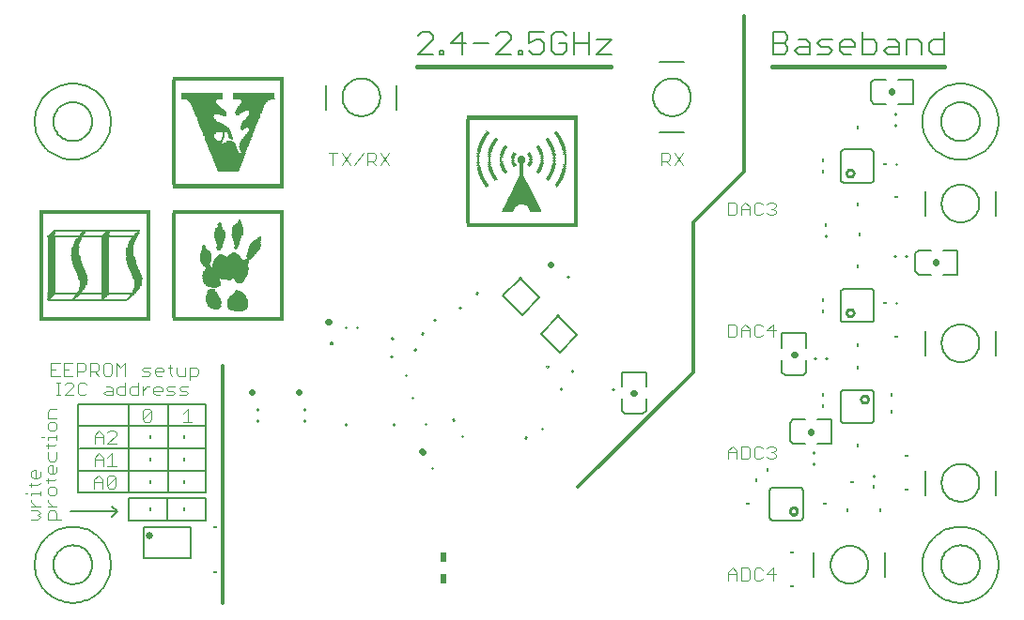
<source format=gto>
G75*
G70*
%OFA0B0*%
%FSLAX24Y24*%
%IPPOS*%
%LPD*%
%AMOC8*
5,1,8,0,0,1.08239X$1,22.5*
%
%ADD10C,0.0040*%
%ADD11C,0.0080*%
%ADD12C,0.0120*%
%ADD13C,0.0070*%
%ADD14C,0.0160*%
%ADD15C,0.0060*%
%ADD16C,0.0050*%
%ADD17C,0.0098*%
%ADD18R,0.0098X0.0118*%
%ADD19C,0.0220*%
%ADD20C,0.0256*%
%ADD21C,0.0100*%
%ADD22R,0.0118X0.0098*%
%ADD23R,0.0200X0.0320*%
%ADD24R,0.3937X0.0011*%
%ADD25R,0.3937X0.0011*%
%ADD26R,0.0120X0.0011*%
%ADD27R,0.0120X0.0011*%
%ADD28R,0.0120X0.0011*%
%ADD29R,0.0120X0.0011*%
%ADD30R,0.2832X0.0011*%
%ADD31R,0.2843X0.0011*%
%ADD32R,0.2854X0.0011*%
%ADD33R,0.2865X0.0011*%
%ADD34R,0.0087X0.0011*%
%ADD35R,0.0077X0.0011*%
%ADD36R,0.0098X0.0011*%
%ADD37R,0.0087X0.0011*%
%ADD38R,0.0109X0.0011*%
%ADD39R,0.0131X0.0011*%
%ADD40R,0.0098X0.0011*%
%ADD41R,0.0088X0.0011*%
%ADD42R,0.0142X0.0011*%
%ADD43R,0.0131X0.0011*%
%ADD44R,0.0153X0.0011*%
%ADD45R,0.0164X0.0011*%
%ADD46R,0.0175X0.0011*%
%ADD47R,0.0186X0.0011*%
%ADD48R,0.0109X0.0011*%
%ADD49R,0.0197X0.0011*%
%ADD50R,0.0109X0.0011*%
%ADD51R,0.0208X0.0011*%
%ADD52R,0.0219X0.0011*%
%ADD53R,0.0230X0.0011*%
%ADD54R,0.0230X0.0011*%
%ADD55R,0.0241X0.0011*%
%ADD56R,0.0109X0.0011*%
%ADD57R,0.0241X0.0011*%
%ADD58R,0.0131X0.0011*%
%ADD59R,0.0252X0.0011*%
%ADD60R,0.3062X0.0011*%
%ADD61R,0.3073X0.0011*%
%ADD62R,0.3084X0.0011*%
%ADD63R,0.3106X0.0011*%
%ADD64R,0.0273X0.0011*%
%ADD65R,0.0252X0.0011*%
%ADD66R,0.0273X0.0011*%
%ADD67R,0.0142X0.0011*%
%ADD68R,0.0175X0.0011*%
%ADD69R,0.0175X0.0011*%
%ADD70R,0.0186X0.0011*%
%ADD71R,0.0164X0.0011*%
%ADD72R,0.0153X0.0011*%
%ADD73R,0.0186X0.0011*%
%ADD74R,0.0197X0.0011*%
%ADD75R,0.0219X0.0011*%
%ADD76R,0.0219X0.0011*%
%ADD77R,0.0230X0.0011*%
%ADD78R,0.0251X0.0011*%
%ADD79R,0.0262X0.0011*%
%ADD80R,0.0251X0.0011*%
%ADD81R,0.0262X0.0011*%
%ADD82R,0.0262X0.0011*%
%ADD83R,0.0284X0.0011*%
%ADD84R,0.0295X0.0011*%
%ADD85R,0.0273X0.0011*%
%ADD86R,0.0295X0.0011*%
%ADD87R,0.0273X0.0011*%
%ADD88R,0.0306X0.0011*%
%ADD89R,0.0306X0.0011*%
%ADD90R,0.0284X0.0011*%
%ADD91R,0.0317X0.0011*%
%ADD92R,0.0306X0.0011*%
%ADD93R,0.0328X0.0011*%
%ADD94R,0.0328X0.0011*%
%ADD95R,0.0306X0.0011*%
%ADD96R,0.0339X0.0011*%
%ADD97R,0.0339X0.0011*%
%ADD98R,0.0317X0.0011*%
%ADD99R,0.0350X0.0011*%
%ADD100R,0.0328X0.0011*%
%ADD101R,0.0350X0.0011*%
%ADD102R,0.0361X0.0011*%
%ADD103R,0.0361X0.0011*%
%ADD104R,0.0350X0.0011*%
%ADD105R,0.0350X0.0011*%
%ADD106R,0.0339X0.0011*%
%ADD107R,0.0339X0.0011*%
%ADD108R,0.0328X0.0011*%
%ADD109R,0.0317X0.0011*%
%ADD110R,0.0262X0.0011*%
%ADD111R,0.0230X0.0011*%
%ADD112R,0.0219X0.0011*%
%ADD113R,0.0208X0.0011*%
%ADD114R,0.0186X0.0011*%
%ADD115R,0.0175X0.0011*%
%ADD116R,0.0164X0.0011*%
%ADD117R,0.0153X0.0011*%
%ADD118R,0.1258X0.0011*%
%ADD119R,0.3182X0.0011*%
%ADD120R,0.3182X0.0011*%
%ADD121R,0.3182X0.0011*%
%ADD122R,0.2165X0.0011*%
%ADD123R,0.0131X0.0011*%
%ADD124R,0.0164X0.0011*%
%ADD125R,0.0077X0.0011*%
%ADD126R,0.0066X0.0011*%
%ADD127R,0.0088X0.0011*%
%ADD128R,0.0077X0.0011*%
%ADD129R,0.3073X0.0011*%
%ADD130R,0.3051X0.0011*%
%ADD131R,0.0744X0.0011*%
%ADD132R,0.0755X0.0011*%
%ADD133R,0.0766X0.0011*%
%ADD134R,0.0776X0.0011*%
%ADD135R,0.0787X0.0011*%
%ADD136R,0.0798X0.0011*%
%ADD137R,0.0798X0.0011*%
%ADD138R,0.0809X0.0011*%
%ADD139R,0.0820X0.0011*%
%ADD140R,0.0842X0.0011*%
%ADD141R,0.0842X0.0011*%
%ADD142R,0.0853X0.0011*%
%ADD143R,0.0864X0.0011*%
%ADD144R,0.0886X0.0011*%
%ADD145R,0.0886X0.0011*%
%ADD146R,0.0897X0.0011*%
%ADD147R,0.0908X0.0011*%
%ADD148R,0.0908X0.0011*%
%ADD149R,0.0930X0.0011*%
%ADD150R,0.0941X0.0011*%
%ADD151R,0.0951X0.0011*%
%ADD152R,0.0951X0.0011*%
%ADD153R,0.0962X0.0011*%
%ADD154R,0.0973X0.0011*%
%ADD155R,0.0995X0.0011*%
%ADD156R,0.0995X0.0011*%
%ADD157R,0.1006X0.0011*%
%ADD158R,0.1017X0.0011*%
%ADD159R,0.1039X0.0011*%
%ADD160R,0.1039X0.0011*%
%ADD161R,0.1050X0.0011*%
%ADD162R,0.1061X0.0011*%
%ADD163R,0.1061X0.0011*%
%ADD164R,0.1083X0.0011*%
%ADD165R,0.1094X0.0011*%
%ADD166R,0.1105X0.0011*%
%ADD167R,0.1105X0.0011*%
%ADD168R,0.1126X0.0011*%
%ADD169R,0.1137X0.0011*%
%ADD170R,0.1148X0.0011*%
%ADD171R,0.1148X0.0011*%
%ADD172R,0.1159X0.0011*%
%ADD173R,0.1170X0.0011*%
%ADD174R,0.1181X0.0011*%
%ADD175R,0.1192X0.0011*%
%ADD176R,0.1192X0.0011*%
%ADD177R,0.1203X0.0011*%
%ADD178R,0.1214X0.0011*%
%ADD179R,0.1214X0.0011*%
%ADD180R,0.1236X0.0011*%
%ADD181R,0.0984X0.0011*%
%ADD182R,0.0984X0.0011*%
%ADD183R,0.0208X0.0011*%
%ADD184R,0.0995X0.0011*%
%ADD185R,0.0995X0.0011*%
%ADD186R,0.1006X0.0011*%
%ADD187R,0.1006X0.0011*%
%ADD188R,0.1006X0.0011*%
%ADD189R,0.0547X0.0011*%
%ADD190R,0.0437X0.0011*%
%ADD191R,0.0536X0.0011*%
%ADD192R,0.0405X0.0011*%
%ADD193R,0.0536X0.0011*%
%ADD194R,0.0372X0.0011*%
%ADD195R,0.0547X0.0011*%
%ADD196R,0.0569X0.0011*%
%ADD197R,0.0481X0.0011*%
%ADD198R,0.0066X0.0011*%
%ADD199R,0.0459X0.0011*%
%ADD200R,0.0066X0.0011*%
%ADD201R,0.0437X0.0011*%
%ADD202R,0.0394X0.0011*%
%ADD203R,0.0383X0.0011*%
%ADD204R,0.0372X0.0011*%
%ADD205R,0.0066X0.0011*%
%ADD206R,0.0317X0.0011*%
%ADD207R,0.0011X0.0011*%
%ADD208R,0.0055X0.0011*%
%ADD209R,0.0295X0.0011*%
%ADD210R,0.0295X0.0011*%
%ADD211R,0.0142X0.0011*%
%ADD212R,0.0055X0.0011*%
%ADD213R,0.0241X0.0011*%
%ADD214R,0.0383X0.0011*%
%ADD215R,0.0416X0.0011*%
%ADD216R,0.0426X0.0011*%
%ADD217R,0.0448X0.0011*%
%ADD218R,0.0459X0.0011*%
%ADD219R,0.0470X0.0011*%
%ADD220R,0.0492X0.0011*%
%ADD221R,0.0503X0.0011*%
%ADD222R,0.0197X0.0011*%
%ADD223R,0.0197X0.0011*%
%ADD224R,0.0055X0.0011*%
%ADD225R,0.0241X0.0011*%
%ADD226R,0.0962X0.0011*%
%ADD227R,0.0536X0.0011*%
%ADD228R,0.0962X0.0011*%
%ADD229R,0.0951X0.0011*%
%ADD230R,0.0558X0.0011*%
%ADD231R,0.0930X0.0011*%
%ADD232R,0.0897X0.0011*%
%ADD233R,0.0875X0.0011*%
%ADD234R,0.0842X0.0011*%
%ADD235R,0.0558X0.0011*%
%ADD236R,0.0820X0.0011*%
%ADD237R,0.0755X0.0011*%
%ADD238R,0.0733X0.0011*%
%ADD239R,0.0525X0.0011*%
%ADD240R,0.0722X0.0011*%
%ADD241R,0.0525X0.0011*%
%ADD242R,0.0700X0.0011*%
%ADD243R,0.0689X0.0011*%
%ADD244R,0.0514X0.0011*%
%ADD245R,0.0678X0.0011*%
%ADD246R,0.0514X0.0011*%
%ADD247R,0.0656X0.0011*%
%ADD248R,0.0503X0.0011*%
%ADD249R,0.0656X0.0011*%
%ADD250R,0.0645X0.0011*%
%ADD251R,0.0634X0.0011*%
%ADD252R,0.0481X0.0011*%
%ADD253R,0.0634X0.0011*%
%ADD254R,0.0623X0.0011*%
%ADD255R,0.0470X0.0011*%
%ADD256R,0.0623X0.0011*%
%ADD257R,0.0470X0.0011*%
%ADD258R,0.0623X0.0011*%
%ADD259R,0.0612X0.0011*%
%ADD260R,0.0612X0.0011*%
%ADD261R,0.0623X0.0011*%
%ADD262R,0.0437X0.0011*%
%ADD263R,0.0427X0.0011*%
%ADD264R,0.0416X0.0011*%
%ADD265R,0.0416X0.0011*%
%ADD266R,0.0667X0.0011*%
%ADD267R,0.0689X0.0011*%
%ADD268R,0.0711X0.0011*%
%ADD269R,0.1105X0.0011*%
%ADD270R,0.1105X0.0011*%
%ADD271R,0.0426X0.0011*%
%ADD272R,0.1094X0.0011*%
%ADD273R,0.0481X0.0011*%
%ADD274R,0.1083X0.0011*%
%ADD275R,0.0492X0.0011*%
%ADD276R,0.1072X0.0011*%
%ADD277R,0.1050X0.0011*%
%ADD278R,0.0941X0.0011*%
%ADD279R,0.1039X0.0011*%
%ADD280R,0.1028X0.0011*%
%ADD281R,0.0919X0.0011*%
%ADD282R,0.1028X0.0011*%
%ADD283R,0.0919X0.0011*%
%ADD284R,0.0919X0.0011*%
%ADD285R,0.0908X0.0011*%
%ADD286R,0.0897X0.0011*%
%ADD287R,0.0940X0.0011*%
%ADD288R,0.0875X0.0011*%
%ADD289R,0.0886X0.0011*%
%ADD290R,0.0919X0.0011*%
%ADD291R,0.0875X0.0011*%
%ADD292R,0.0930X0.0011*%
%ADD293R,0.0973X0.0011*%
%ADD294R,0.1017X0.0011*%
%ADD295R,0.1061X0.0011*%
%ADD296R,0.1126X0.0011*%
%ADD297R,0.1290X0.0011*%
%ADD298R,0.1345X0.0011*%
%ADD299R,0.1498X0.0011*%
%ADD300R,0.1498X0.0011*%
%ADD301R,0.1498X0.0011*%
%ADD302R,0.1498X0.0011*%
%ADD303R,0.0416X0.0011*%
%ADD304R,0.0558X0.0011*%
%ADD305R,0.0591X0.0011*%
%ADD306R,0.0612X0.0011*%
%ADD307R,0.0634X0.0011*%
%ADD308R,0.0667X0.0011*%
%ADD309R,0.0361X0.0011*%
%ADD310R,0.0700X0.0011*%
%ADD311R,0.0722X0.0011*%
%ADD312R,0.0733X0.0011*%
%ADD313R,0.0755X0.0011*%
%ADD314R,0.0459X0.0011*%
%ADD315R,0.0766X0.0011*%
%ADD316R,0.0766X0.0011*%
%ADD317R,0.0503X0.0011*%
%ADD318R,0.0525X0.0011*%
%ADD319R,0.0514X0.0011*%
%ADD320R,0.0580X0.0011*%
%ADD321R,0.0547X0.0011*%
%ADD322R,0.0405X0.0011*%
%ADD323R,0.0405X0.0011*%
%ADD324R,0.0372X0.0011*%
%ADD325R,0.0558X0.0011*%
%ADD326R,0.0591X0.0011*%
%ADD327R,0.0601X0.0011*%
%ADD328R,0.0601X0.0011*%
%ADD329R,0.1072X0.0011*%
%ADD330R,0.0405X0.0011*%
%ADD331R,0.1531X0.0011*%
%ADD332R,0.1542X0.0011*%
%ADD333R,0.1553X0.0011*%
%ADD334R,0.1553X0.0011*%
%ADD335R,0.1564X0.0011*%
%ADD336R,0.1575X0.0011*%
%ADD337R,0.1564X0.0011*%
%ADD338R,0.1575X0.0011*%
%ADD339R,0.1564X0.0011*%
%ADD340R,0.1542X0.0011*%
%ADD341R,0.1520X0.0011*%
%ADD342R,0.1531X0.0011*%
%ADD343R,0.1531X0.0011*%
%ADD344R,0.1301X0.0011*%
%ADD345R,0.1280X0.0011*%
%ADD346R,0.1280X0.0011*%
%ADD347R,0.1269X0.0011*%
%ADD348R,0.1269X0.0011*%
%ADD349R,0.1258X0.0011*%
%ADD350R,0.1258X0.0011*%
%ADD351R,0.1247X0.0011*%
%ADD352R,0.1225X0.0011*%
%ADD353R,0.1028X0.0011*%
%ADD354R,0.0864X0.0011*%
%ADD355R,0.0831X0.0011*%
%ADD356R,0.0448X0.0011*%
%ADD357R,0.0394X0.0011*%
%ADD358R,0.0383X0.0011*%
%ADD359R,0.0033X0.0011*%
%ADD360R,0.0284X0.0011*%
%ADD361R,0.0033X0.0011*%
%ADD362R,0.0372X0.0011*%
%ADD363R,0.0077X0.0011*%
%ADD364R,0.0361X0.0011*%
%ADD365R,0.0142X0.0011*%
%ADD366R,0.3926X0.0011*%
%ADD367R,0.0120X0.0011*%
%ADD368R,0.0120X0.0011*%
%ADD369R,0.0382X0.0011*%
%ADD370R,0.0414X0.0011*%
%ADD371R,0.0393X0.0011*%
%ADD372R,0.0404X0.0011*%
%ADD373R,0.0382X0.0011*%
%ADD374R,0.0371X0.0011*%
%ADD375R,0.0382X0.0011*%
%ADD376R,0.0393X0.0011*%
%ADD377R,0.0131X0.0011*%
%ADD378R,0.0142X0.0011*%
%ADD379R,0.0120X0.0011*%
%ADD380R,0.0131X0.0011*%
%ADD381R,0.0131X0.0011*%
%ADD382R,0.0142X0.0011*%
%ADD383R,0.0153X0.0011*%
%ADD384R,0.0153X0.0011*%
%ADD385R,0.0164X0.0011*%
%ADD386R,0.0153X0.0011*%
%ADD387R,0.0175X0.0011*%
%ADD388R,0.0164X0.0011*%
%ADD389R,0.0174X0.0011*%
%ADD390R,0.0174X0.0011*%
%ADD391R,0.0196X0.0011*%
%ADD392R,0.0185X0.0011*%
%ADD393R,0.0218X0.0011*%
%ADD394R,0.0229X0.0011*%
%ADD395R,0.0142X0.0011*%
%ADD396R,0.0589X0.0011*%
%ADD397R,0.0567X0.0011*%
%ADD398R,0.0185X0.0011*%
%ADD399R,0.0534X0.0011*%
%ADD400R,0.0513X0.0011*%
%ADD401R,0.0196X0.0011*%
%ADD402R,0.0480X0.0011*%
%ADD403R,0.0207X0.0011*%
%ADD404R,0.0436X0.0011*%
%ADD405R,0.0229X0.0011*%
%ADD406R,0.0240X0.0011*%
%ADD407R,0.0349X0.0011*%
%ADD408R,0.0273X0.0011*%
%ADD409R,0.0294X0.0011*%
%ADD410R,0.0284X0.0011*%
%ADD411R,0.0305X0.0011*%
%ADD412R,0.0774X0.0011*%
%ADD413R,0.0752X0.0011*%
%ADD414R,0.0742X0.0011*%
%ADD415R,0.0731X0.0011*%
%ADD416R,0.0720X0.0011*%
%ADD417R,0.0709X0.0011*%
%ADD418R,0.0698X0.0011*%
%ADD419R,0.0687X0.0011*%
%ADD420R,0.0676X0.0011*%
%ADD421R,0.0665X0.0011*%
%ADD422R,0.0654X0.0011*%
%ADD423R,0.0643X0.0011*%
%ADD424R,0.0633X0.0011*%
%ADD425R,0.0622X0.0011*%
%ADD426R,0.0611X0.0011*%
%ADD427R,0.0600X0.0011*%
%ADD428R,0.0578X0.0011*%
%ADD429R,0.0556X0.0011*%
%ADD430R,0.0545X0.0011*%
%ADD431R,0.0534X0.0011*%
%ADD432R,0.0523X0.0011*%
%ADD433R,0.0502X0.0011*%
%ADD434R,0.0491X0.0011*%
%ADD435R,0.0469X0.0011*%
%ADD436R,0.0458X0.0011*%
%ADD437R,0.0447X0.0011*%
%ADD438R,0.0425X0.0011*%
%ADD439R,0.0403X0.0011*%
%ADD440R,0.0393X0.0011*%
%ADD441R,0.0371X0.0011*%
%ADD442R,0.0360X0.0011*%
%ADD443R,0.0338X0.0011*%
%ADD444R,0.0327X0.0011*%
%ADD445R,0.0316X0.0011*%
%ADD446R,0.0305X0.0011*%
%ADD447R,0.0294X0.0011*%
%ADD448R,0.0022X0.0011*%
%ADD449R,0.0033X0.0011*%
%ADD450R,0.0011X0.0011*%
%ADD451R,0.0262X0.0011*%
%ADD452R,0.0055X0.0011*%
%ADD453R,0.0044X0.0011*%
%ADD454R,0.0251X0.0011*%
%ADD455R,0.0087X0.0011*%
%ADD456R,0.0065X0.0011*%
%ADD457R,0.0109X0.0011*%
%ADD458R,0.0076X0.0011*%
%ADD459R,0.0218X0.0011*%
%ADD460R,0.0109X0.0011*%
%ADD461R,0.0098X0.0011*%
%ADD462R,0.0087X0.0011*%
%ADD463R,0.0055X0.0011*%
%ADD464R,0.0011X0.0011*%
%ADD465R,0.0033X0.0011*%
%ADD466R,0.0022X0.0011*%
%ADD467R,0.0076X0.0011*%
%ADD468R,0.0098X0.0011*%
%ADD469R,0.0109X0.0011*%
%ADD470R,0.0229X0.0011*%
%ADD471R,0.0164X0.0011*%
%ADD472R,0.0011X0.0011*%
%ADD473R,0.0044X0.0011*%
%ADD474R,0.0076X0.0011*%
%ADD475R,0.0098X0.0011*%
%ADD476R,0.0054X0.0011*%
%ADD477R,0.0022X0.0011*%
%ADD478R,0.0033X0.0011*%
%ADD479R,0.0087X0.0011*%
%ADD480R,0.0065X0.0011*%
D10*
X000650Y003733D02*
X000880Y003733D01*
X000957Y003810D01*
X000880Y003886D01*
X000957Y003963D01*
X000880Y004040D01*
X000650Y004040D01*
X000650Y004193D02*
X000957Y004193D01*
X000803Y004193D02*
X000650Y004347D01*
X000650Y004424D01*
X000650Y004577D02*
X000650Y004654D01*
X000957Y004654D01*
X000957Y004577D02*
X000957Y004731D01*
X000880Y004961D02*
X000573Y004961D01*
X000650Y004884D02*
X000650Y005037D01*
X000727Y005191D02*
X000650Y005268D01*
X000650Y005421D01*
X000727Y005498D01*
X000803Y005498D01*
X000803Y005191D01*
X000727Y005191D02*
X000880Y005191D01*
X000957Y005268D01*
X000957Y005421D01*
X001240Y005421D02*
X001317Y005344D01*
X001471Y005344D01*
X001547Y005421D01*
X001547Y005575D01*
X001394Y005651D02*
X001394Y005344D01*
X001240Y005421D02*
X001240Y005575D01*
X001317Y005651D01*
X001394Y005651D01*
X001317Y005805D02*
X001471Y005805D01*
X001547Y005881D01*
X001547Y006112D01*
X001471Y006342D02*
X001164Y006342D01*
X001240Y006265D02*
X001240Y006419D01*
X001240Y006572D02*
X001240Y006649D01*
X001547Y006649D01*
X001547Y006572D02*
X001547Y006726D01*
X001471Y006879D02*
X001547Y006956D01*
X001547Y007109D01*
X001471Y007186D01*
X001317Y007186D01*
X001240Y007109D01*
X001240Y006956D01*
X001317Y006879D01*
X001471Y006879D01*
X001087Y006649D02*
X001010Y006649D01*
X001471Y006342D02*
X001547Y006419D01*
X001240Y006112D02*
X001240Y005881D01*
X001317Y005805D01*
X001240Y005191D02*
X001240Y005037D01*
X001164Y005114D02*
X001471Y005114D01*
X001547Y005191D01*
X001471Y004884D02*
X001317Y004884D01*
X001240Y004807D01*
X001240Y004654D01*
X001317Y004577D01*
X001471Y004577D01*
X001547Y004654D01*
X001547Y004807D01*
X001471Y004884D01*
X001240Y004424D02*
X001240Y004347D01*
X001394Y004193D01*
X001547Y004193D02*
X001240Y004193D01*
X001317Y004040D02*
X001471Y004040D01*
X001547Y003963D01*
X001547Y003733D01*
X001701Y003733D02*
X001240Y003733D01*
X001240Y003963D01*
X001317Y004040D01*
X000496Y004654D02*
X000420Y004654D01*
X000880Y004961D02*
X000957Y005037D01*
X002867Y005066D02*
X003174Y005066D01*
X003174Y005142D02*
X003174Y004835D01*
X003327Y004912D02*
X003634Y005219D01*
X003634Y004912D01*
X003557Y004835D01*
X003404Y004835D01*
X003327Y004912D01*
X003327Y005219D01*
X003404Y005296D01*
X003557Y005296D01*
X003634Y005219D01*
X003654Y005623D02*
X003347Y005623D01*
X003500Y005623D02*
X003500Y006083D01*
X003347Y005930D01*
X003193Y005930D02*
X003193Y005623D01*
X003193Y005853D02*
X002887Y005853D01*
X002887Y005930D02*
X003040Y006083D01*
X003193Y005930D01*
X002887Y005930D02*
X002887Y005623D01*
X003020Y005296D02*
X002867Y005142D01*
X002867Y004835D01*
X003174Y005142D02*
X003020Y005296D01*
X002887Y006430D02*
X002887Y006737D01*
X003040Y006890D01*
X003193Y006737D01*
X003193Y006430D01*
X003347Y006430D02*
X003654Y006737D01*
X003654Y006814D01*
X003577Y006890D01*
X003424Y006890D01*
X003347Y006814D01*
X003193Y006660D02*
X002887Y006660D01*
X003347Y006430D02*
X003654Y006430D01*
X004599Y007274D02*
X004906Y007581D01*
X004906Y007274D01*
X004829Y007198D01*
X004676Y007198D01*
X004599Y007274D01*
X004599Y007581D01*
X004676Y007658D01*
X004829Y007658D01*
X004906Y007581D01*
X005058Y008142D02*
X004981Y008219D01*
X004981Y008373D01*
X005058Y008449D01*
X005211Y008449D01*
X005288Y008373D01*
X005288Y008296D01*
X004981Y008296D01*
X005058Y008142D02*
X005211Y008142D01*
X005442Y008142D02*
X005672Y008142D01*
X005749Y008219D01*
X005672Y008296D01*
X005518Y008296D01*
X005442Y008373D01*
X005518Y008449D01*
X005749Y008449D01*
X005902Y008373D02*
X005979Y008449D01*
X006209Y008449D01*
X006132Y008296D02*
X006209Y008219D01*
X006132Y008142D01*
X005902Y008142D01*
X005979Y008296D02*
X005902Y008373D01*
X005979Y008296D02*
X006132Y008296D01*
X006262Y008678D02*
X006262Y009138D01*
X006492Y009138D01*
X006569Y009062D01*
X006569Y008908D01*
X006492Y008831D01*
X006262Y008831D01*
X006108Y008831D02*
X006108Y009138D01*
X005802Y009138D02*
X005802Y008908D01*
X005878Y008831D01*
X006108Y008831D01*
X005648Y008831D02*
X005571Y008908D01*
X005571Y009215D01*
X005495Y009138D02*
X005648Y009138D01*
X005341Y009062D02*
X005341Y008985D01*
X005034Y008985D01*
X005034Y009062D02*
X005111Y009138D01*
X005264Y009138D01*
X005341Y009062D01*
X005264Y008831D02*
X005111Y008831D01*
X005034Y008908D01*
X005034Y009062D01*
X004881Y009138D02*
X004651Y009138D01*
X004574Y009062D01*
X004651Y008985D01*
X004804Y008985D01*
X004881Y008908D01*
X004804Y008831D01*
X004574Y008831D01*
X004444Y008603D02*
X004444Y008142D01*
X004214Y008142D01*
X004137Y008219D01*
X004137Y008373D01*
X004214Y008449D01*
X004444Y008449D01*
X004598Y008449D02*
X004598Y008142D01*
X004598Y008296D02*
X004751Y008449D01*
X004828Y008449D01*
X003984Y008449D02*
X003753Y008449D01*
X003677Y008373D01*
X003677Y008219D01*
X003753Y008142D01*
X003984Y008142D01*
X003984Y008603D01*
X003960Y008831D02*
X003960Y009292D01*
X003807Y009138D01*
X003653Y009292D01*
X003653Y008831D01*
X003500Y008908D02*
X003500Y009215D01*
X003423Y009292D01*
X003269Y009292D01*
X003193Y009215D01*
X003193Y008908D01*
X003269Y008831D01*
X003423Y008831D01*
X003500Y008908D01*
X003039Y008831D02*
X002886Y008985D01*
X002962Y008985D02*
X002732Y008985D01*
X002732Y008831D02*
X002732Y009292D01*
X002962Y009292D01*
X003039Y009215D01*
X003039Y009062D01*
X002962Y008985D01*
X002579Y009062D02*
X002579Y009215D01*
X002502Y009292D01*
X002272Y009292D01*
X002272Y008831D01*
X002118Y008831D02*
X001811Y008831D01*
X001811Y009292D01*
X002118Y009292D01*
X001965Y009062D02*
X001811Y009062D01*
X001658Y009292D02*
X001351Y009292D01*
X001351Y008831D01*
X001658Y008831D01*
X001682Y008603D02*
X001528Y008603D01*
X001605Y008603D02*
X001605Y008142D01*
X001528Y008142D02*
X001682Y008142D01*
X001835Y008142D02*
X002142Y008449D01*
X002142Y008526D01*
X002065Y008603D01*
X001912Y008603D01*
X001835Y008526D01*
X002296Y008526D02*
X002296Y008219D01*
X002372Y008142D01*
X002526Y008142D01*
X002603Y008219D01*
X003216Y008219D02*
X003293Y008296D01*
X003523Y008296D01*
X003523Y008373D02*
X003523Y008142D01*
X003293Y008142D01*
X003216Y008219D01*
X003293Y008449D02*
X003447Y008449D01*
X003523Y008373D01*
X002603Y008526D02*
X002526Y008603D01*
X002372Y008603D01*
X002296Y008526D01*
X002142Y008142D02*
X001835Y008142D01*
X001547Y007646D02*
X001317Y007646D01*
X001240Y007570D01*
X001240Y007339D01*
X001547Y007339D01*
X001505Y009062D02*
X001351Y009062D01*
X002272Y008985D02*
X002502Y008985D01*
X002579Y009062D01*
X006036Y007504D02*
X006190Y007658D01*
X006190Y007198D01*
X006343Y007198D02*
X006036Y007198D01*
X018910Y009166D02*
X018912Y009178D01*
X018917Y009189D01*
X018926Y009198D01*
X018937Y009203D01*
X018949Y009205D01*
X018961Y009203D01*
X018972Y009198D01*
X018981Y009189D01*
X018986Y009178D01*
X018988Y009166D01*
X018986Y009154D01*
X018981Y009143D01*
X018972Y009134D01*
X018961Y009129D01*
X018949Y009127D01*
X018937Y009129D01*
X018926Y009134D01*
X018917Y009143D01*
X018912Y009154D01*
X018910Y009166D01*
X025367Y010209D02*
X025597Y010209D01*
X025674Y010286D01*
X025674Y010593D01*
X025597Y010670D01*
X025367Y010670D01*
X025367Y010209D01*
X025827Y010209D02*
X025827Y010516D01*
X025981Y010670D01*
X026134Y010516D01*
X026134Y010209D01*
X026288Y010286D02*
X026364Y010209D01*
X026518Y010209D01*
X026595Y010286D01*
X026748Y010440D02*
X027055Y010440D01*
X026978Y010670D02*
X026978Y010209D01*
X026748Y010440D02*
X026978Y010670D01*
X026595Y010593D02*
X026518Y010670D01*
X026364Y010670D01*
X026288Y010593D01*
X026288Y010286D01*
X026134Y010440D02*
X025827Y010440D01*
X025827Y006339D02*
X026057Y006339D01*
X026134Y006262D01*
X026134Y005955D01*
X026057Y005879D01*
X025827Y005879D01*
X025827Y006339D01*
X025674Y006186D02*
X025674Y005879D01*
X025674Y006109D02*
X025367Y006109D01*
X025367Y006186D02*
X025520Y006339D01*
X025674Y006186D01*
X025367Y006186D02*
X025367Y005879D01*
X026288Y005955D02*
X026288Y006262D01*
X026364Y006339D01*
X026518Y006339D01*
X026595Y006262D01*
X026748Y006262D02*
X026825Y006339D01*
X026978Y006339D01*
X027055Y006262D01*
X027055Y006186D01*
X026978Y006109D01*
X027055Y006032D01*
X027055Y005955D01*
X026978Y005879D01*
X026825Y005879D01*
X026748Y005955D01*
X026595Y005955D02*
X026518Y005879D01*
X026364Y005879D01*
X026288Y005955D01*
X026901Y006109D02*
X026978Y006109D01*
X026978Y002008D02*
X026748Y001778D01*
X027055Y001778D01*
X026978Y001548D02*
X026978Y002008D01*
X026595Y001932D02*
X026518Y002008D01*
X026364Y002008D01*
X026288Y001932D01*
X026288Y001625D01*
X026364Y001548D01*
X026518Y001548D01*
X026595Y001625D01*
X026134Y001625D02*
X026057Y001548D01*
X025827Y001548D01*
X025827Y002008D01*
X026057Y002008D01*
X026134Y001932D01*
X026134Y001625D01*
X025674Y001548D02*
X025674Y001855D01*
X025520Y002008D01*
X025367Y001855D01*
X025367Y001548D01*
X025367Y001778D02*
X025674Y001778D01*
X025597Y014540D02*
X025674Y014617D01*
X025674Y014924D01*
X025597Y015000D01*
X025367Y015000D01*
X025367Y014540D01*
X025597Y014540D01*
X025827Y014540D02*
X025827Y014847D01*
X025981Y015000D01*
X026134Y014847D01*
X026134Y014540D01*
X026288Y014617D02*
X026364Y014540D01*
X026518Y014540D01*
X026595Y014617D01*
X026748Y014617D02*
X026825Y014540D01*
X026978Y014540D01*
X027055Y014617D01*
X027055Y014694D01*
X026978Y014770D01*
X026901Y014770D01*
X026978Y014770D02*
X027055Y014847D01*
X027055Y014924D01*
X026978Y015000D01*
X026825Y015000D01*
X026748Y014924D01*
X026595Y014924D02*
X026518Y015000D01*
X026364Y015000D01*
X026288Y014924D01*
X026288Y014617D01*
X026134Y014770D02*
X025827Y014770D01*
X023772Y016312D02*
X023465Y016772D01*
X023312Y016695D02*
X023235Y016772D01*
X023005Y016772D01*
X023005Y016312D01*
X023005Y016465D02*
X023235Y016465D01*
X023312Y016542D01*
X023312Y016695D01*
X023158Y016465D02*
X023312Y016312D01*
X023465Y016312D02*
X023772Y016772D01*
X013342Y016772D02*
X013035Y016312D01*
X012882Y016312D02*
X012728Y016465D01*
X012805Y016465D02*
X012575Y016465D01*
X012575Y016312D02*
X012575Y016772D01*
X012805Y016772D01*
X012882Y016695D01*
X012882Y016542D01*
X012805Y016465D01*
X013035Y016772D02*
X013342Y016312D01*
X012421Y016772D02*
X012114Y016312D01*
X011961Y016312D02*
X011654Y016772D01*
X011501Y016772D02*
X011194Y016772D01*
X011347Y016772D02*
X011347Y016312D01*
X011654Y016312D02*
X011961Y016772D01*
D11*
X001430Y002119D02*
X001432Y002171D01*
X001438Y002223D01*
X001448Y002274D01*
X001461Y002324D01*
X001479Y002374D01*
X001500Y002421D01*
X001524Y002467D01*
X001553Y002511D01*
X001584Y002553D01*
X001618Y002592D01*
X001655Y002629D01*
X001695Y002662D01*
X001738Y002693D01*
X001782Y002720D01*
X001828Y002744D01*
X001877Y002764D01*
X001926Y002780D01*
X001977Y002793D01*
X002028Y002802D01*
X002080Y002807D01*
X002132Y002808D01*
X002184Y002805D01*
X002236Y002798D01*
X002287Y002787D01*
X002337Y002773D01*
X002386Y002754D01*
X002433Y002732D01*
X002478Y002707D01*
X002522Y002678D01*
X002563Y002646D01*
X002602Y002611D01*
X002637Y002573D01*
X002670Y002532D01*
X002700Y002490D01*
X002726Y002445D01*
X002749Y002398D01*
X002768Y002349D01*
X002784Y002299D01*
X002796Y002249D01*
X002804Y002197D01*
X002808Y002145D01*
X002808Y002093D01*
X002804Y002041D01*
X002796Y001989D01*
X002784Y001939D01*
X002768Y001889D01*
X002749Y001840D01*
X002726Y001793D01*
X002700Y001748D01*
X002670Y001706D01*
X002637Y001665D01*
X002602Y001627D01*
X002563Y001592D01*
X002522Y001560D01*
X002478Y001531D01*
X002433Y001506D01*
X002386Y001484D01*
X002337Y001465D01*
X002287Y001451D01*
X002236Y001440D01*
X002184Y001433D01*
X002132Y001430D01*
X002080Y001431D01*
X002028Y001436D01*
X001977Y001445D01*
X001926Y001458D01*
X001877Y001474D01*
X001828Y001494D01*
X001782Y001518D01*
X001738Y001545D01*
X001695Y001576D01*
X001655Y001609D01*
X001618Y001646D01*
X001584Y001685D01*
X001553Y001727D01*
X001524Y001771D01*
X001500Y001817D01*
X001479Y001864D01*
X001461Y001914D01*
X001448Y001964D01*
X001438Y002015D01*
X001432Y002067D01*
X001430Y002119D01*
X002040Y004008D02*
X003693Y004008D01*
X003496Y003811D01*
X003693Y004008D02*
X003496Y004205D01*
X004087Y004481D02*
X004087Y003693D01*
X006843Y003693D01*
X006843Y004481D01*
X004087Y004481D01*
X004087Y004678D02*
X004087Y007827D01*
X002315Y007827D01*
X002315Y007040D01*
X006843Y007040D01*
X006843Y007827D01*
X004087Y007827D01*
X005485Y007807D02*
X005485Y004697D01*
X005465Y004441D02*
X005465Y003713D01*
X006311Y003457D02*
X004619Y003457D01*
X004619Y002355D01*
X006311Y002355D01*
X006311Y003457D01*
X006843Y004678D02*
X006843Y005465D01*
X002335Y005465D01*
X002355Y006252D02*
X006843Y006252D01*
X006843Y007040D01*
X006843Y006252D02*
X006843Y005465D01*
X006843Y004678D02*
X004087Y004678D01*
X002315Y004678D01*
X002315Y007040D01*
X011272Y009993D02*
X011274Y010005D01*
X011279Y010016D01*
X011288Y010025D01*
X011299Y010030D01*
X011311Y010032D01*
X011323Y010030D01*
X011334Y010025D01*
X011343Y010016D01*
X011348Y010005D01*
X011350Y009993D01*
X011348Y009981D01*
X011343Y009970D01*
X011334Y009961D01*
X011323Y009956D01*
X011311Y009954D01*
X011299Y009956D01*
X011288Y009961D01*
X011279Y009970D01*
X011274Y009981D01*
X011272Y009993D01*
X021587Y008969D02*
X021587Y008457D01*
X021587Y008024D02*
X021587Y007591D01*
X021705Y007473D01*
X022335Y007473D01*
X022453Y007591D01*
X022453Y008024D01*
X022453Y008457D02*
X022453Y008969D01*
X021587Y008969D01*
X027276Y008969D02*
X027394Y008851D01*
X028024Y008851D01*
X028142Y008969D01*
X028142Y009402D01*
X028142Y009835D02*
X028142Y010347D01*
X027276Y010347D01*
X027276Y009835D01*
X027276Y009402D02*
X027276Y008969D01*
X027670Y007276D02*
X027552Y007158D01*
X027552Y006528D01*
X027670Y006410D01*
X028103Y006410D01*
X028536Y006410D02*
X029048Y006410D01*
X029048Y007276D01*
X028536Y007276D01*
X028103Y007276D02*
X027670Y007276D01*
X032355Y005465D02*
X032355Y004599D01*
X032946Y005032D02*
X032948Y005083D01*
X032954Y005134D01*
X032964Y005184D01*
X032977Y005234D01*
X032995Y005282D01*
X033015Y005329D01*
X033040Y005374D01*
X033068Y005417D01*
X033099Y005458D01*
X033133Y005496D01*
X033170Y005531D01*
X033209Y005564D01*
X033251Y005594D01*
X033295Y005620D01*
X033341Y005642D01*
X033389Y005662D01*
X033438Y005677D01*
X033488Y005689D01*
X033538Y005697D01*
X033589Y005701D01*
X033641Y005701D01*
X033692Y005697D01*
X033742Y005689D01*
X033792Y005677D01*
X033841Y005662D01*
X033889Y005642D01*
X033935Y005620D01*
X033979Y005594D01*
X034021Y005564D01*
X034060Y005531D01*
X034097Y005496D01*
X034131Y005458D01*
X034162Y005417D01*
X034190Y005374D01*
X034215Y005329D01*
X034235Y005282D01*
X034253Y005234D01*
X034266Y005184D01*
X034276Y005134D01*
X034282Y005083D01*
X034284Y005032D01*
X034282Y004981D01*
X034276Y004930D01*
X034266Y004880D01*
X034253Y004830D01*
X034235Y004782D01*
X034215Y004735D01*
X034190Y004690D01*
X034162Y004647D01*
X034131Y004606D01*
X034097Y004568D01*
X034060Y004533D01*
X034021Y004500D01*
X033979Y004470D01*
X033935Y004444D01*
X033889Y004422D01*
X033841Y004402D01*
X033792Y004387D01*
X033742Y004375D01*
X033692Y004367D01*
X033641Y004363D01*
X033589Y004363D01*
X033538Y004367D01*
X033488Y004375D01*
X033438Y004387D01*
X033389Y004402D01*
X033341Y004422D01*
X033295Y004444D01*
X033251Y004470D01*
X033209Y004500D01*
X033170Y004533D01*
X033133Y004568D01*
X033099Y004606D01*
X033068Y004647D01*
X033040Y004690D01*
X033015Y004735D01*
X032995Y004782D01*
X032977Y004830D01*
X032964Y004880D01*
X032954Y004930D01*
X032948Y004981D01*
X032946Y005032D01*
X034874Y005465D02*
X034874Y004599D01*
X032926Y002119D02*
X032928Y002171D01*
X032934Y002223D01*
X032944Y002274D01*
X032957Y002324D01*
X032975Y002374D01*
X032996Y002421D01*
X033020Y002467D01*
X033049Y002511D01*
X033080Y002553D01*
X033114Y002592D01*
X033151Y002629D01*
X033191Y002662D01*
X033234Y002693D01*
X033278Y002720D01*
X033324Y002744D01*
X033373Y002764D01*
X033422Y002780D01*
X033473Y002793D01*
X033524Y002802D01*
X033576Y002807D01*
X033628Y002808D01*
X033680Y002805D01*
X033732Y002798D01*
X033783Y002787D01*
X033833Y002773D01*
X033882Y002754D01*
X033929Y002732D01*
X033974Y002707D01*
X034018Y002678D01*
X034059Y002646D01*
X034098Y002611D01*
X034133Y002573D01*
X034166Y002532D01*
X034196Y002490D01*
X034222Y002445D01*
X034245Y002398D01*
X034264Y002349D01*
X034280Y002299D01*
X034292Y002249D01*
X034300Y002197D01*
X034304Y002145D01*
X034304Y002093D01*
X034300Y002041D01*
X034292Y001989D01*
X034280Y001939D01*
X034264Y001889D01*
X034245Y001840D01*
X034222Y001793D01*
X034196Y001748D01*
X034166Y001706D01*
X034133Y001665D01*
X034098Y001627D01*
X034059Y001592D01*
X034018Y001560D01*
X033974Y001531D01*
X033929Y001506D01*
X033882Y001484D01*
X033833Y001465D01*
X033783Y001451D01*
X033732Y001440D01*
X033680Y001433D01*
X033628Y001430D01*
X033576Y001431D01*
X033524Y001436D01*
X033473Y001445D01*
X033422Y001458D01*
X033373Y001474D01*
X033324Y001494D01*
X033278Y001518D01*
X033234Y001545D01*
X033191Y001576D01*
X033151Y001609D01*
X033114Y001646D01*
X033080Y001685D01*
X033049Y001727D01*
X033020Y001771D01*
X032996Y001817D01*
X032975Y001864D01*
X032957Y001914D01*
X032944Y001964D01*
X032934Y002015D01*
X032928Y002067D01*
X032926Y002119D01*
X030937Y002552D02*
X030937Y001685D01*
X029009Y002119D02*
X029011Y002170D01*
X029017Y002221D01*
X029027Y002271D01*
X029040Y002321D01*
X029058Y002369D01*
X029078Y002416D01*
X029103Y002461D01*
X029131Y002504D01*
X029162Y002545D01*
X029196Y002583D01*
X029233Y002618D01*
X029272Y002651D01*
X029314Y002681D01*
X029358Y002707D01*
X029404Y002729D01*
X029452Y002749D01*
X029501Y002764D01*
X029551Y002776D01*
X029601Y002784D01*
X029652Y002788D01*
X029704Y002788D01*
X029755Y002784D01*
X029805Y002776D01*
X029855Y002764D01*
X029904Y002749D01*
X029952Y002729D01*
X029998Y002707D01*
X030042Y002681D01*
X030084Y002651D01*
X030123Y002618D01*
X030160Y002583D01*
X030194Y002545D01*
X030225Y002504D01*
X030253Y002461D01*
X030278Y002416D01*
X030298Y002369D01*
X030316Y002321D01*
X030329Y002271D01*
X030339Y002221D01*
X030345Y002170D01*
X030347Y002119D01*
X030345Y002068D01*
X030339Y002017D01*
X030329Y001967D01*
X030316Y001917D01*
X030298Y001869D01*
X030278Y001822D01*
X030253Y001777D01*
X030225Y001734D01*
X030194Y001693D01*
X030160Y001655D01*
X030123Y001620D01*
X030084Y001587D01*
X030042Y001557D01*
X029998Y001531D01*
X029952Y001509D01*
X029904Y001489D01*
X029855Y001474D01*
X029805Y001462D01*
X029755Y001454D01*
X029704Y001450D01*
X029652Y001450D01*
X029601Y001454D01*
X029551Y001462D01*
X029501Y001474D01*
X029452Y001489D01*
X029404Y001509D01*
X029358Y001531D01*
X029314Y001557D01*
X029272Y001587D01*
X029233Y001620D01*
X029196Y001655D01*
X029162Y001693D01*
X029131Y001734D01*
X029103Y001777D01*
X029078Y001822D01*
X029058Y001869D01*
X029040Y001917D01*
X029027Y001967D01*
X029017Y002017D01*
X029011Y002068D01*
X029009Y002119D01*
X028418Y002552D02*
X028418Y001685D01*
X032355Y009559D02*
X032355Y010426D01*
X032946Y009993D02*
X032948Y010044D01*
X032954Y010095D01*
X032964Y010145D01*
X032977Y010195D01*
X032995Y010243D01*
X033015Y010290D01*
X033040Y010335D01*
X033068Y010378D01*
X033099Y010419D01*
X033133Y010457D01*
X033170Y010492D01*
X033209Y010525D01*
X033251Y010555D01*
X033295Y010581D01*
X033341Y010603D01*
X033389Y010623D01*
X033438Y010638D01*
X033488Y010650D01*
X033538Y010658D01*
X033589Y010662D01*
X033641Y010662D01*
X033692Y010658D01*
X033742Y010650D01*
X033792Y010638D01*
X033841Y010623D01*
X033889Y010603D01*
X033935Y010581D01*
X033979Y010555D01*
X034021Y010525D01*
X034060Y010492D01*
X034097Y010457D01*
X034131Y010419D01*
X034162Y010378D01*
X034190Y010335D01*
X034215Y010290D01*
X034235Y010243D01*
X034253Y010195D01*
X034266Y010145D01*
X034276Y010095D01*
X034282Y010044D01*
X034284Y009993D01*
X034282Y009942D01*
X034276Y009891D01*
X034266Y009841D01*
X034253Y009791D01*
X034235Y009743D01*
X034215Y009696D01*
X034190Y009651D01*
X034162Y009608D01*
X034131Y009567D01*
X034097Y009529D01*
X034060Y009494D01*
X034021Y009461D01*
X033979Y009431D01*
X033935Y009405D01*
X033889Y009383D01*
X033841Y009363D01*
X033792Y009348D01*
X033742Y009336D01*
X033692Y009328D01*
X033641Y009324D01*
X033589Y009324D01*
X033538Y009328D01*
X033488Y009336D01*
X033438Y009348D01*
X033389Y009363D01*
X033341Y009383D01*
X033295Y009405D01*
X033251Y009431D01*
X033209Y009461D01*
X033170Y009494D01*
X033133Y009529D01*
X033099Y009567D01*
X033068Y009608D01*
X033040Y009651D01*
X033015Y009696D01*
X032995Y009743D01*
X032977Y009791D01*
X032964Y009841D01*
X032954Y009891D01*
X032948Y009942D01*
X032946Y009993D01*
X034874Y010426D02*
X034874Y009559D01*
X033496Y012433D02*
X032985Y012433D01*
X032552Y012433D02*
X032119Y012433D01*
X032000Y012552D01*
X032000Y013181D01*
X032119Y013300D01*
X032552Y013300D01*
X032985Y013300D02*
X033496Y013300D01*
X033496Y012433D01*
X032355Y014520D02*
X032355Y015386D01*
X032946Y014953D02*
X032948Y015004D01*
X032954Y015055D01*
X032964Y015105D01*
X032977Y015155D01*
X032995Y015203D01*
X033015Y015250D01*
X033040Y015295D01*
X033068Y015338D01*
X033099Y015379D01*
X033133Y015417D01*
X033170Y015452D01*
X033209Y015485D01*
X033251Y015515D01*
X033295Y015541D01*
X033341Y015563D01*
X033389Y015583D01*
X033438Y015598D01*
X033488Y015610D01*
X033538Y015618D01*
X033589Y015622D01*
X033641Y015622D01*
X033692Y015618D01*
X033742Y015610D01*
X033792Y015598D01*
X033841Y015583D01*
X033889Y015563D01*
X033935Y015541D01*
X033979Y015515D01*
X034021Y015485D01*
X034060Y015452D01*
X034097Y015417D01*
X034131Y015379D01*
X034162Y015338D01*
X034190Y015295D01*
X034215Y015250D01*
X034235Y015203D01*
X034253Y015155D01*
X034266Y015105D01*
X034276Y015055D01*
X034282Y015004D01*
X034284Y014953D01*
X034282Y014902D01*
X034276Y014851D01*
X034266Y014801D01*
X034253Y014751D01*
X034235Y014703D01*
X034215Y014656D01*
X034190Y014611D01*
X034162Y014568D01*
X034131Y014527D01*
X034097Y014489D01*
X034060Y014454D01*
X034021Y014421D01*
X033979Y014391D01*
X033935Y014365D01*
X033889Y014343D01*
X033841Y014323D01*
X033792Y014308D01*
X033742Y014296D01*
X033692Y014288D01*
X033641Y014284D01*
X033589Y014284D01*
X033538Y014288D01*
X033488Y014296D01*
X033438Y014308D01*
X033389Y014323D01*
X033341Y014343D01*
X033295Y014365D01*
X033251Y014391D01*
X033209Y014421D01*
X033170Y014454D01*
X033133Y014489D01*
X033099Y014527D01*
X033068Y014568D01*
X033040Y014611D01*
X033015Y014656D01*
X032995Y014703D01*
X032977Y014751D01*
X032964Y014801D01*
X032954Y014851D01*
X032948Y014902D01*
X032946Y014953D01*
X034874Y015386D02*
X034874Y014520D01*
X032926Y017867D02*
X032928Y017919D01*
X032934Y017971D01*
X032944Y018022D01*
X032957Y018072D01*
X032975Y018122D01*
X032996Y018169D01*
X033020Y018215D01*
X033049Y018259D01*
X033080Y018301D01*
X033114Y018340D01*
X033151Y018377D01*
X033191Y018410D01*
X033234Y018441D01*
X033278Y018468D01*
X033324Y018492D01*
X033373Y018512D01*
X033422Y018528D01*
X033473Y018541D01*
X033524Y018550D01*
X033576Y018555D01*
X033628Y018556D01*
X033680Y018553D01*
X033732Y018546D01*
X033783Y018535D01*
X033833Y018521D01*
X033882Y018502D01*
X033929Y018480D01*
X033974Y018455D01*
X034018Y018426D01*
X034059Y018394D01*
X034098Y018359D01*
X034133Y018321D01*
X034166Y018280D01*
X034196Y018238D01*
X034222Y018193D01*
X034245Y018146D01*
X034264Y018097D01*
X034280Y018047D01*
X034292Y017997D01*
X034300Y017945D01*
X034304Y017893D01*
X034304Y017841D01*
X034300Y017789D01*
X034292Y017737D01*
X034280Y017687D01*
X034264Y017637D01*
X034245Y017588D01*
X034222Y017541D01*
X034196Y017496D01*
X034166Y017454D01*
X034133Y017413D01*
X034098Y017375D01*
X034059Y017340D01*
X034018Y017308D01*
X033974Y017279D01*
X033929Y017254D01*
X033882Y017232D01*
X033833Y017213D01*
X033783Y017199D01*
X033732Y017188D01*
X033680Y017181D01*
X033628Y017178D01*
X033576Y017179D01*
X033524Y017184D01*
X033473Y017193D01*
X033422Y017206D01*
X033373Y017222D01*
X033324Y017242D01*
X033278Y017266D01*
X033234Y017293D01*
X033191Y017324D01*
X033151Y017357D01*
X033114Y017394D01*
X033080Y017433D01*
X033049Y017475D01*
X033020Y017519D01*
X032996Y017565D01*
X032975Y017612D01*
X032957Y017662D01*
X032944Y017712D01*
X032934Y017763D01*
X032928Y017815D01*
X032926Y017867D01*
X031922Y018496D02*
X031410Y018496D01*
X030977Y018496D02*
X030544Y018496D01*
X030426Y018615D01*
X030426Y019244D01*
X030544Y019363D01*
X030977Y019363D01*
X031410Y019363D02*
X031922Y019363D01*
X031922Y018496D01*
X023811Y017473D02*
X022945Y017473D01*
X022709Y018733D02*
X022711Y018784D01*
X022717Y018835D01*
X022727Y018885D01*
X022740Y018935D01*
X022758Y018983D01*
X022778Y019030D01*
X022803Y019075D01*
X022831Y019118D01*
X022862Y019159D01*
X022896Y019197D01*
X022933Y019232D01*
X022972Y019265D01*
X023014Y019295D01*
X023058Y019321D01*
X023104Y019343D01*
X023152Y019363D01*
X023201Y019378D01*
X023251Y019390D01*
X023301Y019398D01*
X023352Y019402D01*
X023404Y019402D01*
X023455Y019398D01*
X023505Y019390D01*
X023555Y019378D01*
X023604Y019363D01*
X023652Y019343D01*
X023698Y019321D01*
X023742Y019295D01*
X023784Y019265D01*
X023823Y019232D01*
X023860Y019197D01*
X023894Y019159D01*
X023925Y019118D01*
X023953Y019075D01*
X023978Y019030D01*
X023998Y018983D01*
X024016Y018935D01*
X024029Y018885D01*
X024039Y018835D01*
X024045Y018784D01*
X024047Y018733D01*
X024045Y018682D01*
X024039Y018631D01*
X024029Y018581D01*
X024016Y018531D01*
X023998Y018483D01*
X023978Y018436D01*
X023953Y018391D01*
X023925Y018348D01*
X023894Y018307D01*
X023860Y018269D01*
X023823Y018234D01*
X023784Y018201D01*
X023742Y018171D01*
X023698Y018145D01*
X023652Y018123D01*
X023604Y018103D01*
X023555Y018088D01*
X023505Y018076D01*
X023455Y018068D01*
X023404Y018064D01*
X023352Y018064D01*
X023301Y018068D01*
X023251Y018076D01*
X023201Y018088D01*
X023152Y018103D01*
X023104Y018123D01*
X023058Y018145D01*
X023014Y018171D01*
X022972Y018201D01*
X022933Y018234D01*
X022896Y018269D01*
X022862Y018307D01*
X022831Y018348D01*
X022803Y018391D01*
X022778Y018436D01*
X022758Y018483D01*
X022740Y018531D01*
X022727Y018581D01*
X022717Y018631D01*
X022711Y018682D01*
X022709Y018733D01*
X022945Y019993D02*
X023811Y019993D01*
X013615Y019166D02*
X013615Y018300D01*
X011686Y018733D02*
X011688Y018784D01*
X011694Y018835D01*
X011704Y018885D01*
X011717Y018935D01*
X011735Y018983D01*
X011755Y019030D01*
X011780Y019075D01*
X011808Y019118D01*
X011839Y019159D01*
X011873Y019197D01*
X011910Y019232D01*
X011949Y019265D01*
X011991Y019295D01*
X012035Y019321D01*
X012081Y019343D01*
X012129Y019363D01*
X012178Y019378D01*
X012228Y019390D01*
X012278Y019398D01*
X012329Y019402D01*
X012381Y019402D01*
X012432Y019398D01*
X012482Y019390D01*
X012532Y019378D01*
X012581Y019363D01*
X012629Y019343D01*
X012675Y019321D01*
X012719Y019295D01*
X012761Y019265D01*
X012800Y019232D01*
X012837Y019197D01*
X012871Y019159D01*
X012902Y019118D01*
X012930Y019075D01*
X012955Y019030D01*
X012975Y018983D01*
X012993Y018935D01*
X013006Y018885D01*
X013016Y018835D01*
X013022Y018784D01*
X013024Y018733D01*
X013022Y018682D01*
X013016Y018631D01*
X013006Y018581D01*
X012993Y018531D01*
X012975Y018483D01*
X012955Y018436D01*
X012930Y018391D01*
X012902Y018348D01*
X012871Y018307D01*
X012837Y018269D01*
X012800Y018234D01*
X012761Y018201D01*
X012719Y018171D01*
X012675Y018145D01*
X012629Y018123D01*
X012581Y018103D01*
X012532Y018088D01*
X012482Y018076D01*
X012432Y018068D01*
X012381Y018064D01*
X012329Y018064D01*
X012278Y018068D01*
X012228Y018076D01*
X012178Y018088D01*
X012129Y018103D01*
X012081Y018123D01*
X012035Y018145D01*
X011991Y018171D01*
X011949Y018201D01*
X011910Y018234D01*
X011873Y018269D01*
X011839Y018307D01*
X011808Y018348D01*
X011780Y018391D01*
X011755Y018436D01*
X011735Y018483D01*
X011717Y018531D01*
X011704Y018581D01*
X011694Y018631D01*
X011688Y018682D01*
X011686Y018733D01*
X011095Y018300D02*
X011095Y019166D01*
X001430Y017867D02*
X001432Y017919D01*
X001438Y017971D01*
X001448Y018022D01*
X001461Y018072D01*
X001479Y018122D01*
X001500Y018169D01*
X001524Y018215D01*
X001553Y018259D01*
X001584Y018301D01*
X001618Y018340D01*
X001655Y018377D01*
X001695Y018410D01*
X001738Y018441D01*
X001782Y018468D01*
X001828Y018492D01*
X001877Y018512D01*
X001926Y018528D01*
X001977Y018541D01*
X002028Y018550D01*
X002080Y018555D01*
X002132Y018556D01*
X002184Y018553D01*
X002236Y018546D01*
X002287Y018535D01*
X002337Y018521D01*
X002386Y018502D01*
X002433Y018480D01*
X002478Y018455D01*
X002522Y018426D01*
X002563Y018394D01*
X002602Y018359D01*
X002637Y018321D01*
X002670Y018280D01*
X002700Y018238D01*
X002726Y018193D01*
X002749Y018146D01*
X002768Y018097D01*
X002784Y018047D01*
X002796Y017997D01*
X002804Y017945D01*
X002808Y017893D01*
X002808Y017841D01*
X002804Y017789D01*
X002796Y017737D01*
X002784Y017687D01*
X002768Y017637D01*
X002749Y017588D01*
X002726Y017541D01*
X002700Y017496D01*
X002670Y017454D01*
X002637Y017413D01*
X002602Y017375D01*
X002563Y017340D01*
X002522Y017308D01*
X002478Y017279D01*
X002433Y017254D01*
X002386Y017232D01*
X002337Y017213D01*
X002287Y017199D01*
X002236Y017188D01*
X002184Y017181D01*
X002132Y017178D01*
X002080Y017179D01*
X002028Y017184D01*
X001977Y017193D01*
X001926Y017206D01*
X001877Y017222D01*
X001828Y017242D01*
X001782Y017266D01*
X001738Y017293D01*
X001695Y017324D01*
X001655Y017357D01*
X001618Y017394D01*
X001584Y017433D01*
X001553Y017475D01*
X001524Y017519D01*
X001500Y017565D01*
X001479Y017612D01*
X001461Y017662D01*
X001448Y017712D01*
X001438Y017763D01*
X001432Y017815D01*
X001430Y017867D01*
D12*
X007433Y009205D02*
X007433Y000741D01*
X020032Y004874D02*
X024126Y008969D01*
X024126Y014284D01*
X025937Y016095D01*
X025937Y021607D01*
D13*
X026957Y021054D02*
X027352Y021054D01*
X027484Y020923D01*
X027484Y020791D01*
X027352Y020659D01*
X026957Y020659D01*
X027352Y020659D02*
X027484Y020527D01*
X027484Y020396D01*
X027352Y020264D01*
X026957Y020264D01*
X026957Y021054D01*
X027880Y020791D02*
X028144Y020791D01*
X028276Y020659D01*
X028276Y020264D01*
X027880Y020264D01*
X027749Y020396D01*
X027880Y020527D01*
X028276Y020527D01*
X028540Y020659D02*
X028672Y020791D01*
X029068Y020791D01*
X029332Y020659D02*
X029464Y020791D01*
X029728Y020791D01*
X029859Y020659D01*
X029859Y020527D01*
X029332Y020527D01*
X029332Y020396D02*
X029332Y020659D01*
X029332Y020396D02*
X029464Y020264D01*
X029728Y020264D01*
X030124Y020264D02*
X030519Y020264D01*
X030651Y020396D01*
X030651Y020659D01*
X030519Y020791D01*
X030124Y020791D01*
X030124Y021054D02*
X030124Y020264D01*
X030916Y020396D02*
X031048Y020264D01*
X031443Y020264D01*
X031443Y020659D01*
X031311Y020791D01*
X031048Y020791D01*
X031048Y020527D02*
X031443Y020527D01*
X031708Y020264D02*
X031708Y020791D01*
X032103Y020791D01*
X032235Y020659D01*
X032235Y020264D01*
X032500Y020396D02*
X032500Y020659D01*
X032632Y020791D01*
X033027Y020791D01*
X033027Y021054D02*
X033027Y020264D01*
X032632Y020264D01*
X032500Y020396D01*
X031048Y020527D02*
X030916Y020396D01*
X029068Y020396D02*
X028936Y020264D01*
X028540Y020264D01*
X028672Y020527D02*
X028540Y020659D01*
X028672Y020527D02*
X028936Y020527D01*
X029068Y020396D01*
X021220Y020264D02*
X020693Y020264D01*
X021220Y020791D01*
X020693Y020791D01*
X020428Y020659D02*
X019901Y020659D01*
X019637Y020659D02*
X019637Y020396D01*
X019505Y020264D01*
X019241Y020264D01*
X019109Y020396D01*
X019109Y020923D01*
X019241Y021054D01*
X019505Y021054D01*
X019637Y020923D01*
X019637Y020659D02*
X019373Y020659D01*
X018845Y020659D02*
X018845Y020396D01*
X018713Y020264D01*
X018449Y020264D01*
X018318Y020396D01*
X018318Y020659D02*
X018581Y020791D01*
X018713Y020791D01*
X018845Y020659D01*
X018845Y021054D02*
X018318Y021054D01*
X018318Y020659D01*
X018053Y020396D02*
X018053Y020264D01*
X017922Y020264D01*
X017922Y020396D01*
X018053Y020396D01*
X017657Y020264D02*
X017130Y020264D01*
X017657Y020791D01*
X017657Y020923D01*
X017525Y021054D01*
X017262Y021054D01*
X017130Y020923D01*
X016865Y020659D02*
X016338Y020659D01*
X016073Y020659D02*
X015546Y020659D01*
X015941Y021054D01*
X015941Y020264D01*
X015282Y020264D02*
X015150Y020264D01*
X015150Y020396D01*
X015282Y020396D01*
X015282Y020264D01*
X014885Y020264D02*
X014358Y020264D01*
X014885Y020791D01*
X014885Y020923D01*
X014754Y021054D01*
X014490Y021054D01*
X014358Y020923D01*
X019901Y021054D02*
X019901Y020264D01*
X020428Y020264D02*
X020428Y021054D01*
D14*
X021213Y019835D02*
X014323Y019835D01*
X026922Y019835D02*
X033024Y019835D01*
D15*
X032265Y017867D02*
X032267Y017940D01*
X032273Y018013D01*
X032283Y018085D01*
X032297Y018157D01*
X032314Y018228D01*
X032336Y018298D01*
X032361Y018367D01*
X032390Y018434D01*
X032422Y018499D01*
X032458Y018563D01*
X032498Y018625D01*
X032540Y018684D01*
X032586Y018741D01*
X032635Y018795D01*
X032687Y018847D01*
X032741Y018896D01*
X032798Y018942D01*
X032857Y018984D01*
X032919Y019024D01*
X032983Y019060D01*
X033048Y019092D01*
X033115Y019121D01*
X033184Y019146D01*
X033254Y019168D01*
X033325Y019185D01*
X033397Y019199D01*
X033469Y019209D01*
X033542Y019215D01*
X033615Y019217D01*
X033688Y019215D01*
X033761Y019209D01*
X033833Y019199D01*
X033905Y019185D01*
X033976Y019168D01*
X034046Y019146D01*
X034115Y019121D01*
X034182Y019092D01*
X034247Y019060D01*
X034311Y019024D01*
X034373Y018984D01*
X034432Y018942D01*
X034489Y018896D01*
X034543Y018847D01*
X034595Y018795D01*
X034644Y018741D01*
X034690Y018684D01*
X034732Y018625D01*
X034772Y018563D01*
X034808Y018499D01*
X034840Y018434D01*
X034869Y018367D01*
X034894Y018298D01*
X034916Y018228D01*
X034933Y018157D01*
X034947Y018085D01*
X034957Y018013D01*
X034963Y017940D01*
X034965Y017867D01*
X034963Y017794D01*
X034957Y017721D01*
X034947Y017649D01*
X034933Y017577D01*
X034916Y017506D01*
X034894Y017436D01*
X034869Y017367D01*
X034840Y017300D01*
X034808Y017235D01*
X034772Y017171D01*
X034732Y017109D01*
X034690Y017050D01*
X034644Y016993D01*
X034595Y016939D01*
X034543Y016887D01*
X034489Y016838D01*
X034432Y016792D01*
X034373Y016750D01*
X034311Y016710D01*
X034247Y016674D01*
X034182Y016642D01*
X034115Y016613D01*
X034046Y016588D01*
X033976Y016566D01*
X033905Y016549D01*
X033833Y016535D01*
X033761Y016525D01*
X033688Y016519D01*
X033615Y016517D01*
X033542Y016519D01*
X033469Y016525D01*
X033397Y016535D01*
X033325Y016549D01*
X033254Y016566D01*
X033184Y016588D01*
X033115Y016613D01*
X033048Y016642D01*
X032983Y016674D01*
X032919Y016710D01*
X032857Y016750D01*
X032798Y016792D01*
X032741Y016838D01*
X032687Y016887D01*
X032635Y016939D01*
X032586Y016993D01*
X032540Y017050D01*
X032498Y017109D01*
X032458Y017171D01*
X032422Y017235D01*
X032390Y017300D01*
X032361Y017367D01*
X032336Y017436D01*
X032314Y017506D01*
X032297Y017577D01*
X032283Y017649D01*
X032273Y017721D01*
X032267Y017794D01*
X032265Y017867D01*
X030536Y016776D02*
X030536Y015804D01*
X030535Y015804D02*
X030534Y015787D01*
X030529Y015770D01*
X030522Y015755D01*
X030512Y015741D01*
X030500Y015729D01*
X030486Y015719D01*
X030471Y015712D01*
X030454Y015707D01*
X030437Y015706D01*
X030441Y015705D02*
X029473Y015705D01*
X029469Y015706D02*
X029452Y015707D01*
X029435Y015712D01*
X029420Y015719D01*
X029406Y015729D01*
X029394Y015741D01*
X029384Y015755D01*
X029377Y015770D01*
X029372Y015787D01*
X029371Y015804D01*
X029370Y015807D02*
X029370Y016776D01*
X029371Y016776D02*
X029372Y016793D01*
X029377Y016810D01*
X029384Y016825D01*
X029394Y016839D01*
X029406Y016851D01*
X029420Y016861D01*
X029435Y016868D01*
X029452Y016873D01*
X029469Y016874D01*
X029473Y016874D02*
X030441Y016874D01*
X030437Y016874D02*
X030454Y016873D01*
X030471Y016868D01*
X030486Y016861D01*
X030500Y016851D01*
X030512Y016839D01*
X030522Y016825D01*
X030529Y016810D01*
X030534Y016793D01*
X030535Y016776D01*
X030441Y011914D02*
X029473Y011914D01*
X029469Y011913D02*
X029452Y011912D01*
X029435Y011907D01*
X029420Y011900D01*
X029406Y011890D01*
X029394Y011878D01*
X029384Y011864D01*
X029377Y011849D01*
X029372Y011832D01*
X029371Y011815D01*
X029370Y011815D02*
X029370Y010847D01*
X029371Y010843D02*
X029372Y010826D01*
X029377Y010809D01*
X029384Y010794D01*
X029394Y010780D01*
X029406Y010768D01*
X029420Y010758D01*
X029435Y010751D01*
X029452Y010746D01*
X029469Y010745D01*
X029473Y010744D02*
X030441Y010744D01*
X030437Y010745D02*
X030454Y010746D01*
X030471Y010751D01*
X030486Y010758D01*
X030500Y010768D01*
X030512Y010780D01*
X030522Y010794D01*
X030529Y010809D01*
X030534Y010826D01*
X030535Y010843D01*
X030536Y010843D02*
X030536Y011815D01*
X030535Y011815D02*
X030534Y011832D01*
X030529Y011849D01*
X030522Y011864D01*
X030512Y011878D01*
X030500Y011890D01*
X030486Y011900D01*
X030471Y011907D01*
X030454Y011912D01*
X030437Y011913D01*
X030433Y008335D02*
X029465Y008335D01*
X029469Y008335D02*
X029452Y008334D01*
X029435Y008329D01*
X029420Y008322D01*
X029406Y008312D01*
X029394Y008300D01*
X029384Y008286D01*
X029377Y008271D01*
X029372Y008254D01*
X029371Y008237D01*
X029370Y008237D02*
X029370Y007264D01*
X029371Y007264D02*
X029372Y007247D01*
X029377Y007230D01*
X029384Y007215D01*
X029394Y007201D01*
X029406Y007189D01*
X029420Y007179D01*
X029435Y007172D01*
X029452Y007167D01*
X029469Y007166D01*
X029465Y007166D02*
X030433Y007166D01*
X030437Y007166D02*
X030454Y007167D01*
X030471Y007172D01*
X030486Y007179D01*
X030500Y007189D01*
X030512Y007201D01*
X030522Y007215D01*
X030529Y007230D01*
X030534Y007247D01*
X030535Y007264D01*
X030536Y007264D02*
X030536Y008233D01*
X030535Y008237D02*
X030534Y008254D01*
X030529Y008271D01*
X030522Y008286D01*
X030512Y008300D01*
X030500Y008312D01*
X030486Y008322D01*
X030471Y008329D01*
X030454Y008334D01*
X030437Y008335D01*
X027922Y004867D02*
X026949Y004867D01*
X026949Y004866D02*
X026932Y004865D01*
X026915Y004860D01*
X026900Y004853D01*
X026886Y004843D01*
X026874Y004831D01*
X026864Y004817D01*
X026857Y004802D01*
X026852Y004785D01*
X026851Y004768D01*
X026851Y004772D02*
X026851Y003804D01*
X026851Y003800D02*
X026852Y003783D01*
X026857Y003766D01*
X026864Y003751D01*
X026874Y003737D01*
X026886Y003725D01*
X026900Y003715D01*
X026915Y003708D01*
X026932Y003703D01*
X026949Y003702D01*
X026949Y003701D02*
X027918Y003701D01*
X027922Y003702D02*
X027939Y003703D01*
X027956Y003708D01*
X027971Y003715D01*
X027985Y003725D01*
X027997Y003737D01*
X028007Y003751D01*
X028014Y003766D01*
X028019Y003783D01*
X028020Y003800D01*
X028020Y003804D02*
X028020Y004772D01*
X028020Y004768D02*
X028019Y004785D01*
X028014Y004802D01*
X028007Y004817D01*
X027997Y004831D01*
X027985Y004843D01*
X027971Y004853D01*
X027956Y004860D01*
X027939Y004865D01*
X027922Y004866D01*
X032265Y002119D02*
X032267Y002192D01*
X032273Y002265D01*
X032283Y002337D01*
X032297Y002409D01*
X032314Y002480D01*
X032336Y002550D01*
X032361Y002619D01*
X032390Y002686D01*
X032422Y002751D01*
X032458Y002815D01*
X032498Y002877D01*
X032540Y002936D01*
X032586Y002993D01*
X032635Y003047D01*
X032687Y003099D01*
X032741Y003148D01*
X032798Y003194D01*
X032857Y003236D01*
X032919Y003276D01*
X032983Y003312D01*
X033048Y003344D01*
X033115Y003373D01*
X033184Y003398D01*
X033254Y003420D01*
X033325Y003437D01*
X033397Y003451D01*
X033469Y003461D01*
X033542Y003467D01*
X033615Y003469D01*
X033688Y003467D01*
X033761Y003461D01*
X033833Y003451D01*
X033905Y003437D01*
X033976Y003420D01*
X034046Y003398D01*
X034115Y003373D01*
X034182Y003344D01*
X034247Y003312D01*
X034311Y003276D01*
X034373Y003236D01*
X034432Y003194D01*
X034489Y003148D01*
X034543Y003099D01*
X034595Y003047D01*
X034644Y002993D01*
X034690Y002936D01*
X034732Y002877D01*
X034772Y002815D01*
X034808Y002751D01*
X034840Y002686D01*
X034869Y002619D01*
X034894Y002550D01*
X034916Y002480D01*
X034933Y002409D01*
X034947Y002337D01*
X034957Y002265D01*
X034963Y002192D01*
X034965Y002119D01*
X034963Y002046D01*
X034957Y001973D01*
X034947Y001901D01*
X034933Y001829D01*
X034916Y001758D01*
X034894Y001688D01*
X034869Y001619D01*
X034840Y001552D01*
X034808Y001487D01*
X034772Y001423D01*
X034732Y001361D01*
X034690Y001302D01*
X034644Y001245D01*
X034595Y001191D01*
X034543Y001139D01*
X034489Y001090D01*
X034432Y001044D01*
X034373Y001002D01*
X034311Y000962D01*
X034247Y000926D01*
X034182Y000894D01*
X034115Y000865D01*
X034046Y000840D01*
X033976Y000818D01*
X033905Y000801D01*
X033833Y000787D01*
X033761Y000777D01*
X033688Y000771D01*
X033615Y000769D01*
X033542Y000771D01*
X033469Y000777D01*
X033397Y000787D01*
X033325Y000801D01*
X033254Y000818D01*
X033184Y000840D01*
X033115Y000865D01*
X033048Y000894D01*
X032983Y000926D01*
X032919Y000962D01*
X032857Y001002D01*
X032798Y001044D01*
X032741Y001090D01*
X032687Y001139D01*
X032635Y001191D01*
X032586Y001245D01*
X032540Y001302D01*
X032498Y001361D01*
X032458Y001423D01*
X032422Y001487D01*
X032390Y001552D01*
X032361Y001619D01*
X032336Y001688D01*
X032314Y001758D01*
X032297Y001829D01*
X032283Y001901D01*
X032273Y001973D01*
X032267Y002046D01*
X032265Y002119D01*
X000769Y002119D02*
X000771Y002192D01*
X000777Y002265D01*
X000787Y002337D01*
X000801Y002409D01*
X000818Y002480D01*
X000840Y002550D01*
X000865Y002619D01*
X000894Y002686D01*
X000926Y002751D01*
X000962Y002815D01*
X001002Y002877D01*
X001044Y002936D01*
X001090Y002993D01*
X001139Y003047D01*
X001191Y003099D01*
X001245Y003148D01*
X001302Y003194D01*
X001361Y003236D01*
X001423Y003276D01*
X001487Y003312D01*
X001552Y003344D01*
X001619Y003373D01*
X001688Y003398D01*
X001758Y003420D01*
X001829Y003437D01*
X001901Y003451D01*
X001973Y003461D01*
X002046Y003467D01*
X002119Y003469D01*
X002192Y003467D01*
X002265Y003461D01*
X002337Y003451D01*
X002409Y003437D01*
X002480Y003420D01*
X002550Y003398D01*
X002619Y003373D01*
X002686Y003344D01*
X002751Y003312D01*
X002815Y003276D01*
X002877Y003236D01*
X002936Y003194D01*
X002993Y003148D01*
X003047Y003099D01*
X003099Y003047D01*
X003148Y002993D01*
X003194Y002936D01*
X003236Y002877D01*
X003276Y002815D01*
X003312Y002751D01*
X003344Y002686D01*
X003373Y002619D01*
X003398Y002550D01*
X003420Y002480D01*
X003437Y002409D01*
X003451Y002337D01*
X003461Y002265D01*
X003467Y002192D01*
X003469Y002119D01*
X003467Y002046D01*
X003461Y001973D01*
X003451Y001901D01*
X003437Y001829D01*
X003420Y001758D01*
X003398Y001688D01*
X003373Y001619D01*
X003344Y001552D01*
X003312Y001487D01*
X003276Y001423D01*
X003236Y001361D01*
X003194Y001302D01*
X003148Y001245D01*
X003099Y001191D01*
X003047Y001139D01*
X002993Y001090D01*
X002936Y001044D01*
X002877Y001002D01*
X002815Y000962D01*
X002751Y000926D01*
X002686Y000894D01*
X002619Y000865D01*
X002550Y000840D01*
X002480Y000818D01*
X002409Y000801D01*
X002337Y000787D01*
X002265Y000777D01*
X002192Y000771D01*
X002119Y000769D01*
X002046Y000771D01*
X001973Y000777D01*
X001901Y000787D01*
X001829Y000801D01*
X001758Y000818D01*
X001688Y000840D01*
X001619Y000865D01*
X001552Y000894D01*
X001487Y000926D01*
X001423Y000962D01*
X001361Y001002D01*
X001302Y001044D01*
X001245Y001090D01*
X001191Y001139D01*
X001139Y001191D01*
X001090Y001245D01*
X001044Y001302D01*
X001002Y001361D01*
X000962Y001423D01*
X000926Y001487D01*
X000894Y001552D01*
X000865Y001619D01*
X000840Y001688D01*
X000818Y001758D01*
X000801Y001829D01*
X000787Y001901D01*
X000777Y001973D01*
X000771Y002046D01*
X000769Y002119D01*
X000769Y017867D02*
X000771Y017940D01*
X000777Y018013D01*
X000787Y018085D01*
X000801Y018157D01*
X000818Y018228D01*
X000840Y018298D01*
X000865Y018367D01*
X000894Y018434D01*
X000926Y018499D01*
X000962Y018563D01*
X001002Y018625D01*
X001044Y018684D01*
X001090Y018741D01*
X001139Y018795D01*
X001191Y018847D01*
X001245Y018896D01*
X001302Y018942D01*
X001361Y018984D01*
X001423Y019024D01*
X001487Y019060D01*
X001552Y019092D01*
X001619Y019121D01*
X001688Y019146D01*
X001758Y019168D01*
X001829Y019185D01*
X001901Y019199D01*
X001973Y019209D01*
X002046Y019215D01*
X002119Y019217D01*
X002192Y019215D01*
X002265Y019209D01*
X002337Y019199D01*
X002409Y019185D01*
X002480Y019168D01*
X002550Y019146D01*
X002619Y019121D01*
X002686Y019092D01*
X002751Y019060D01*
X002815Y019024D01*
X002877Y018984D01*
X002936Y018942D01*
X002993Y018896D01*
X003047Y018847D01*
X003099Y018795D01*
X003148Y018741D01*
X003194Y018684D01*
X003236Y018625D01*
X003276Y018563D01*
X003312Y018499D01*
X003344Y018434D01*
X003373Y018367D01*
X003398Y018298D01*
X003420Y018228D01*
X003437Y018157D01*
X003451Y018085D01*
X003461Y018013D01*
X003467Y017940D01*
X003469Y017867D01*
X003467Y017794D01*
X003461Y017721D01*
X003451Y017649D01*
X003437Y017577D01*
X003420Y017506D01*
X003398Y017436D01*
X003373Y017367D01*
X003344Y017300D01*
X003312Y017235D01*
X003276Y017171D01*
X003236Y017109D01*
X003194Y017050D01*
X003148Y016993D01*
X003099Y016939D01*
X003047Y016887D01*
X002993Y016838D01*
X002936Y016792D01*
X002877Y016750D01*
X002815Y016710D01*
X002751Y016674D01*
X002686Y016642D01*
X002619Y016613D01*
X002550Y016588D01*
X002480Y016566D01*
X002409Y016549D01*
X002337Y016535D01*
X002265Y016525D01*
X002192Y016519D01*
X002119Y016517D01*
X002046Y016519D01*
X001973Y016525D01*
X001901Y016535D01*
X001829Y016549D01*
X001758Y016566D01*
X001688Y016588D01*
X001619Y016613D01*
X001552Y016642D01*
X001487Y016674D01*
X001423Y016710D01*
X001361Y016750D01*
X001302Y016792D01*
X001245Y016838D01*
X001191Y016887D01*
X001139Y016939D01*
X001090Y016993D01*
X001044Y017050D01*
X001002Y017109D01*
X000962Y017171D01*
X000926Y017235D01*
X000894Y017300D01*
X000865Y017367D01*
X000840Y017436D01*
X000818Y017506D01*
X000801Y017577D01*
X000787Y017649D01*
X000777Y017721D01*
X000771Y017794D01*
X000769Y017867D01*
D16*
X017384Y011674D02*
X018052Y011006D01*
X018664Y011618D01*
X017996Y012286D01*
X017957Y012286D02*
X017959Y012298D01*
X017964Y012309D01*
X017973Y012318D01*
X017984Y012323D01*
X017996Y012325D01*
X018008Y012323D01*
X018019Y012318D01*
X018028Y012309D01*
X018033Y012298D01*
X018035Y012286D01*
X018033Y012274D01*
X018028Y012263D01*
X018019Y012254D01*
X018008Y012249D01*
X017996Y012247D01*
X017984Y012249D01*
X017973Y012254D01*
X017964Y012263D01*
X017959Y012274D01*
X017957Y012286D01*
X017996Y012286D02*
X017384Y011674D01*
X018722Y010335D02*
X019335Y010948D01*
X019296Y010948D02*
X019298Y010960D01*
X019303Y010971D01*
X019312Y010980D01*
X019323Y010985D01*
X019335Y010987D01*
X019347Y010985D01*
X019358Y010980D01*
X019367Y010971D01*
X019372Y010960D01*
X019374Y010948D01*
X019372Y010936D01*
X019367Y010925D01*
X019358Y010916D01*
X019347Y010911D01*
X019335Y010909D01*
X019323Y010911D01*
X019312Y010916D01*
X019303Y010925D01*
X019298Y010936D01*
X019296Y010948D01*
X019335Y010948D02*
X020003Y010280D01*
X019390Y009667D01*
X018722Y010335D01*
D17*
X019844Y009017D02*
X019827Y009000D01*
X019450Y008387D02*
X019433Y008370D01*
X021280Y008359D02*
X021304Y008359D01*
X018781Y006970D02*
X018764Y006953D01*
X018190Y006655D02*
X018173Y006638D01*
X015946Y006677D02*
X015929Y006694D01*
X015631Y007267D02*
X015614Y007284D01*
X014647Y007110D02*
X014630Y007127D01*
X013496Y007106D02*
X013496Y007131D01*
X014174Y008055D02*
X014157Y008072D01*
X013938Y008842D02*
X013921Y008859D01*
X013426Y009512D02*
X013409Y009529D01*
X014512Y010338D02*
X014529Y010355D01*
X014945Y010811D02*
X014962Y010828D01*
X015850Y011244D02*
X015867Y011261D01*
X016441Y011756D02*
X016458Y011773D01*
X019666Y012355D02*
X019690Y012355D01*
X012209Y010544D02*
X012185Y010544D01*
X011816Y010544D02*
X011792Y010544D01*
X010347Y007642D02*
X010347Y007618D01*
X010347Y007249D02*
X010347Y007225D01*
X011804Y007131D02*
X011804Y007106D01*
X008654Y007225D02*
X008654Y007249D01*
X008654Y007618D02*
X008654Y007642D01*
X014866Y005572D02*
X014883Y005555D01*
X028418Y005713D02*
X028418Y005689D01*
X028418Y006083D02*
X028418Y006107D01*
X030544Y005280D02*
X030544Y005256D01*
X028863Y009441D02*
X028839Y009441D01*
X028469Y009441D02*
X028445Y009441D01*
X031319Y011410D02*
X031343Y011410D01*
X031304Y013103D02*
X031280Y013103D01*
X031673Y013103D02*
X031697Y013103D01*
X028851Y013799D02*
X028851Y013823D01*
X031319Y016370D02*
X031343Y016370D01*
X031292Y017736D02*
X031292Y017760D01*
X031292Y018130D02*
X031292Y018154D01*
D18*
X029953Y017670D03*
X028733Y016489D03*
X028733Y016095D03*
X029953Y014914D03*
X028851Y014205D03*
X030032Y013851D03*
X029953Y012709D03*
X028733Y011528D03*
X028733Y011134D03*
X029953Y009914D03*
X029953Y009126D03*
X028733Y008142D03*
X028733Y007748D03*
X029953Y006370D03*
X031174Y007552D03*
X031174Y008142D03*
X026764Y005504D03*
X026370Y005111D03*
X029599Y004048D03*
X030544Y004874D03*
X030780Y004048D03*
G36*
X014277Y009680D02*
X014208Y009749D01*
X014291Y009832D01*
X014360Y009763D01*
X014277Y009680D01*
G37*
G36*
X013381Y010157D02*
X013450Y010226D01*
X013533Y010143D01*
X013464Y010074D01*
X013381Y010157D01*
G37*
X006056Y006646D03*
X006056Y005859D03*
X004874Y005859D03*
X004874Y006646D03*
X004874Y005071D03*
X006056Y005071D03*
X006056Y004087D03*
X004874Y004087D03*
D19*
X008457Y008248D02*
X008457Y008272D01*
X010150Y008248D02*
X010150Y008272D01*
X011162Y010741D02*
X011186Y010741D01*
X014512Y006143D02*
X014529Y006126D01*
X022008Y008221D02*
X022032Y008221D01*
X027697Y009599D02*
X027721Y009599D01*
X028300Y006855D02*
X028300Y006831D01*
X032748Y012855D02*
X032748Y012879D01*
X031174Y018918D02*
X031174Y018942D01*
X019079Y012788D02*
X019055Y012788D01*
D20*
X004825Y003162D03*
D21*
X027561Y004028D02*
X027563Y004050D01*
X027569Y004072D01*
X027578Y004092D01*
X027591Y004110D01*
X027607Y004126D01*
X027625Y004139D01*
X027645Y004148D01*
X027667Y004154D01*
X027689Y004156D01*
X027711Y004154D01*
X027733Y004148D01*
X027753Y004139D01*
X027771Y004126D01*
X027787Y004110D01*
X027800Y004092D01*
X027809Y004072D01*
X027815Y004050D01*
X027817Y004028D01*
X027815Y004006D01*
X027809Y003984D01*
X027800Y003964D01*
X027787Y003946D01*
X027771Y003930D01*
X027753Y003917D01*
X027733Y003908D01*
X027711Y003902D01*
X027689Y003900D01*
X027667Y003902D01*
X027645Y003908D01*
X027625Y003917D01*
X027607Y003930D01*
X027591Y003946D01*
X027578Y003964D01*
X027569Y003984D01*
X027563Y004006D01*
X027561Y004028D01*
X030081Y008004D02*
X030083Y008026D01*
X030089Y008048D01*
X030098Y008068D01*
X030111Y008086D01*
X030127Y008102D01*
X030145Y008115D01*
X030165Y008124D01*
X030187Y008130D01*
X030209Y008132D01*
X030231Y008130D01*
X030253Y008124D01*
X030273Y008115D01*
X030291Y008102D01*
X030307Y008086D01*
X030320Y008068D01*
X030329Y008048D01*
X030335Y008026D01*
X030337Y008004D01*
X030335Y007982D01*
X030329Y007960D01*
X030320Y007940D01*
X030307Y007922D01*
X030291Y007906D01*
X030273Y007893D01*
X030253Y007884D01*
X030231Y007878D01*
X030209Y007876D01*
X030187Y007878D01*
X030165Y007884D01*
X030145Y007893D01*
X030127Y007906D01*
X030111Y007922D01*
X030098Y007940D01*
X030089Y007960D01*
X030083Y007982D01*
X030081Y008004D01*
X029569Y011075D02*
X029571Y011097D01*
X029577Y011119D01*
X029586Y011139D01*
X029599Y011157D01*
X029615Y011173D01*
X029633Y011186D01*
X029653Y011195D01*
X029675Y011201D01*
X029697Y011203D01*
X029719Y011201D01*
X029741Y011195D01*
X029761Y011186D01*
X029779Y011173D01*
X029795Y011157D01*
X029808Y011139D01*
X029817Y011119D01*
X029823Y011097D01*
X029825Y011075D01*
X029823Y011053D01*
X029817Y011031D01*
X029808Y011011D01*
X029795Y010993D01*
X029779Y010977D01*
X029761Y010964D01*
X029741Y010955D01*
X029719Y010949D01*
X029697Y010947D01*
X029675Y010949D01*
X029653Y010955D01*
X029633Y010964D01*
X029615Y010977D01*
X029599Y010993D01*
X029586Y011011D01*
X029577Y011031D01*
X029571Y011053D01*
X029569Y011075D01*
X029569Y016036D02*
X029571Y016058D01*
X029577Y016080D01*
X029586Y016100D01*
X029599Y016118D01*
X029615Y016134D01*
X029633Y016147D01*
X029653Y016156D01*
X029675Y016162D01*
X029697Y016164D01*
X029719Y016162D01*
X029741Y016156D01*
X029761Y016147D01*
X029779Y016134D01*
X029795Y016118D01*
X029808Y016100D01*
X029817Y016080D01*
X029823Y016058D01*
X029825Y016036D01*
X029823Y016014D01*
X029817Y015992D01*
X029808Y015972D01*
X029795Y015954D01*
X029779Y015938D01*
X029761Y015925D01*
X029741Y015916D01*
X029719Y015910D01*
X029697Y015908D01*
X029675Y015910D01*
X029653Y015916D01*
X029633Y015925D01*
X029615Y015938D01*
X029599Y015954D01*
X029586Y015972D01*
X029577Y015992D01*
X029571Y016014D01*
X029569Y016036D01*
D22*
X030937Y016370D03*
X031331Y015189D03*
X030937Y011410D03*
X031331Y010229D03*
X031685Y005977D03*
X031685Y004796D03*
X029756Y005071D03*
X028811Y004284D03*
X026056Y004284D03*
X027650Y002552D03*
X027650Y001351D03*
X007158Y001843D03*
X007158Y003457D03*
D23*
X015268Y002394D03*
X015268Y001607D03*
D24*
X007625Y010780D03*
X007625Y010791D03*
X007625Y010813D03*
X007625Y010824D03*
X007625Y010835D03*
X007625Y010846D03*
X007625Y010867D03*
X007625Y010878D03*
X007625Y010889D03*
X002900Y010889D03*
X002900Y010878D03*
X002900Y010867D03*
X002900Y010846D03*
X002900Y010835D03*
X002900Y010824D03*
X002900Y010813D03*
X002900Y010791D03*
X002900Y010780D03*
X002900Y014608D03*
X002900Y014619D03*
X002900Y014629D03*
X002900Y014640D03*
X002900Y014662D03*
X002900Y014673D03*
X002900Y014684D03*
X002900Y014706D03*
X007625Y014706D03*
X007625Y014684D03*
X007625Y014673D03*
X007625Y014662D03*
X007625Y014651D03*
X007625Y014629D03*
X007625Y014619D03*
X007625Y014608D03*
X007625Y015504D03*
X007625Y015515D03*
X007625Y015537D03*
X007625Y015548D03*
X007625Y015559D03*
X007625Y015570D03*
X007625Y015592D03*
X007625Y015603D03*
X007625Y015614D03*
X007625Y019332D03*
X007625Y019343D03*
X007625Y019354D03*
X007625Y019365D03*
X007625Y019387D03*
X007625Y019398D03*
X007625Y019409D03*
X007625Y019430D03*
D25*
X007625Y019419D03*
X007625Y019376D03*
X007625Y019321D03*
X007625Y015581D03*
X007625Y015526D03*
X007625Y014695D03*
X007625Y014640D03*
X007625Y014597D03*
X002900Y014597D03*
X002900Y014651D03*
X002900Y014695D03*
X002900Y010856D03*
X002900Y010802D03*
X007625Y010802D03*
X007625Y010856D03*
D26*
X007193Y011195D03*
X005716Y011195D03*
X005716Y011152D03*
X005716Y011097D03*
X005716Y011053D03*
X005716Y010999D03*
X005716Y010955D03*
X005716Y010900D03*
X005716Y011250D03*
X005716Y011294D03*
X005716Y011349D03*
X005716Y011392D03*
X005716Y011447D03*
X005716Y011491D03*
X005716Y011545D03*
X005716Y011589D03*
X005716Y011644D03*
X005716Y011688D03*
X005716Y011742D03*
X005716Y011786D03*
X005716Y011841D03*
X005716Y011884D03*
X005716Y011939D03*
X005716Y011983D03*
X005716Y012038D03*
X005716Y012081D03*
X005716Y012136D03*
X005716Y012180D03*
X005716Y012234D03*
X005716Y012278D03*
X005716Y012333D03*
X005716Y012377D03*
X005716Y012431D03*
X005716Y012475D03*
X005716Y012530D03*
X005716Y012573D03*
X005716Y012628D03*
X005716Y012672D03*
X005716Y012727D03*
X005716Y012770D03*
X005716Y012825D03*
X005716Y012869D03*
X005716Y012923D03*
X005716Y012967D03*
X005716Y013022D03*
X005716Y013066D03*
X005716Y013120D03*
X005716Y013164D03*
X005716Y013219D03*
X005716Y013262D03*
X005716Y013317D03*
X005716Y013361D03*
X005716Y013416D03*
X005716Y013459D03*
X005716Y013514D03*
X005716Y013558D03*
X005716Y013612D03*
X005716Y013656D03*
X005716Y013711D03*
X005716Y013755D03*
X005716Y013809D03*
X005716Y013853D03*
X005716Y013908D03*
X005716Y013951D03*
X005716Y014006D03*
X005716Y014050D03*
X005716Y014105D03*
X005716Y014148D03*
X005716Y014203D03*
X005716Y014247D03*
X005716Y014301D03*
X005716Y014345D03*
X005716Y014400D03*
X005716Y014444D03*
X005716Y014498D03*
X005716Y014542D03*
X004393Y013864D03*
X002458Y013864D03*
X000992Y013864D03*
X000992Y013908D03*
X000992Y013962D03*
X000992Y014006D03*
X000992Y014061D03*
X000992Y014105D03*
X000992Y014159D03*
X000992Y014203D03*
X000992Y014258D03*
X000992Y014301D03*
X000992Y014356D03*
X000992Y014400D03*
X000992Y014454D03*
X000992Y014498D03*
X000992Y014553D03*
X000992Y013809D03*
X000992Y013765D03*
X000992Y013711D03*
X000992Y013667D03*
X000992Y013612D03*
X000992Y013569D03*
X000992Y013514D03*
X000992Y013470D03*
X000992Y013416D03*
X000992Y013372D03*
X000992Y013317D03*
X000992Y013273D03*
X000992Y013219D03*
X000992Y013175D03*
X000992Y013120D03*
X000992Y013077D03*
X000992Y013022D03*
X000992Y012978D03*
X000992Y012923D03*
X000992Y012880D03*
X000992Y012825D03*
X000992Y012781D03*
X000992Y012727D03*
X000992Y012683D03*
X000992Y012628D03*
X000992Y012584D03*
X000992Y012530D03*
X000992Y012486D03*
X000992Y012431D03*
X000992Y012388D03*
X000992Y012333D03*
X000992Y012289D03*
X000992Y012234D03*
X000992Y012191D03*
X000992Y012136D03*
X000992Y012092D03*
X000992Y012038D03*
X000992Y011983D03*
X000992Y011939D03*
X000992Y011884D03*
X000992Y011841D03*
X000992Y011786D03*
X000992Y011742D03*
X000992Y011688D03*
X000992Y011644D03*
X000992Y011589D03*
X000992Y011545D03*
X000992Y011502D03*
X000992Y011447D03*
X000992Y011403D03*
X000992Y011349D03*
X000992Y011305D03*
X000992Y011250D03*
X000992Y011206D03*
X000992Y011152D03*
X000992Y011108D03*
X000992Y011053D03*
X000992Y010999D03*
X000992Y010955D03*
X000992Y010900D03*
X003201Y011589D03*
X005716Y015625D03*
X005716Y015679D03*
X005716Y015723D03*
X005716Y015778D03*
X005716Y015832D03*
X005716Y015876D03*
X005716Y015931D03*
X005716Y015975D03*
X005716Y016029D03*
X005716Y016073D03*
X005716Y016128D03*
X005716Y016171D03*
X005716Y016226D03*
X005716Y016270D03*
X005716Y016314D03*
X005716Y016368D03*
X005716Y016412D03*
X005716Y016467D03*
X005716Y016510D03*
X005716Y016565D03*
X005716Y016609D03*
X005716Y016664D03*
X005716Y016707D03*
X005716Y016762D03*
X005716Y016817D03*
X005716Y016860D03*
X005716Y016915D03*
X005716Y016959D03*
X005716Y017014D03*
X005716Y017057D03*
X005716Y017112D03*
X005716Y017156D03*
X005716Y017210D03*
X005716Y017254D03*
X005716Y017309D03*
X005716Y017353D03*
X005716Y017407D03*
X005716Y017451D03*
X005716Y017506D03*
X005716Y017549D03*
X005716Y017604D03*
X005716Y017648D03*
X005716Y017703D03*
X005716Y017746D03*
X005716Y017801D03*
X005716Y017845D03*
X005716Y017899D03*
X005716Y017943D03*
X005716Y017998D03*
X005716Y018042D03*
X005716Y018096D03*
X005716Y018140D03*
X005716Y018195D03*
X005716Y018238D03*
X005716Y018293D03*
X005716Y018337D03*
X005716Y018391D03*
X005716Y018435D03*
X005716Y018490D03*
X005716Y018534D03*
X005716Y018588D03*
X005716Y018632D03*
X005716Y018687D03*
X005716Y018730D03*
X005716Y018785D03*
X005716Y018829D03*
X005716Y018884D03*
X005716Y018927D03*
X005716Y018982D03*
X005716Y019026D03*
X005716Y019080D03*
X005716Y019124D03*
X005716Y019179D03*
X005716Y019223D03*
X005716Y019277D03*
X007740Y017254D03*
D27*
X009533Y017254D03*
X009533Y017210D03*
X009533Y017156D03*
X009533Y017112D03*
X009533Y017057D03*
X009533Y017014D03*
X009533Y016959D03*
X009533Y016915D03*
X009533Y016860D03*
X009533Y016817D03*
X009533Y016762D03*
X009533Y016707D03*
X009533Y016664D03*
X009533Y016609D03*
X009533Y016565D03*
X009533Y016510D03*
X009533Y016467D03*
X009533Y016412D03*
X009533Y016368D03*
X009533Y016314D03*
X009533Y016270D03*
X009533Y016226D03*
X009533Y016171D03*
X009533Y016128D03*
X009533Y016073D03*
X009533Y016029D03*
X009533Y015975D03*
X009533Y015931D03*
X009533Y015876D03*
X009533Y015832D03*
X009533Y015778D03*
X009533Y015723D03*
X009533Y015679D03*
X009533Y015625D03*
X009533Y014542D03*
X009533Y014498D03*
X009533Y014444D03*
X009533Y014400D03*
X009533Y014345D03*
X009533Y014301D03*
X009533Y014247D03*
X009533Y014203D03*
X009533Y014148D03*
X009533Y014105D03*
X009533Y014050D03*
X009533Y014006D03*
X009533Y013951D03*
X009533Y013908D03*
X009533Y013853D03*
X009533Y013809D03*
X009533Y013755D03*
X009533Y013711D03*
X009533Y013656D03*
X009533Y013612D03*
X009533Y013558D03*
X009533Y013514D03*
X009533Y013459D03*
X009533Y013416D03*
X009533Y013361D03*
X009533Y013317D03*
X009533Y013262D03*
X009533Y013219D03*
X009533Y013164D03*
X009533Y013120D03*
X009533Y013066D03*
X009533Y013022D03*
X009533Y012967D03*
X009533Y012923D03*
X009533Y012869D03*
X009533Y012825D03*
X009533Y012770D03*
X009533Y012727D03*
X009533Y012672D03*
X009533Y012628D03*
X009533Y012573D03*
X009533Y012530D03*
X009533Y012475D03*
X009533Y012431D03*
X009533Y012377D03*
X009533Y012333D03*
X009533Y012278D03*
X009533Y012234D03*
X009533Y012180D03*
X009533Y012136D03*
X009533Y012081D03*
X009533Y012038D03*
X009533Y011983D03*
X009533Y011939D03*
X009533Y011884D03*
X009533Y011841D03*
X009533Y011786D03*
X009533Y011742D03*
X009533Y011688D03*
X009533Y011644D03*
X009533Y011589D03*
X009533Y011545D03*
X009533Y011491D03*
X009533Y011447D03*
X009533Y011392D03*
X009533Y011349D03*
X009533Y011294D03*
X009533Y011250D03*
X009533Y011195D03*
X009533Y011152D03*
X009533Y011097D03*
X009533Y011053D03*
X009533Y010999D03*
X009533Y010955D03*
X009533Y010900D03*
X007663Y012234D03*
X006766Y013416D03*
X007313Y014203D03*
X004809Y014203D03*
X004809Y014159D03*
X004809Y014105D03*
X004809Y014061D03*
X004809Y014006D03*
X004809Y013962D03*
X004809Y013908D03*
X004809Y013864D03*
X004809Y013809D03*
X004809Y013765D03*
X004809Y013711D03*
X004809Y013667D03*
X004809Y013612D03*
X004809Y013569D03*
X004809Y013514D03*
X004809Y013470D03*
X004809Y013416D03*
X004809Y013372D03*
X004809Y013317D03*
X004809Y013273D03*
X004809Y013219D03*
X004809Y013175D03*
X004809Y013120D03*
X004809Y013077D03*
X004809Y013022D03*
X004809Y012978D03*
X004809Y012923D03*
X004809Y012880D03*
X004809Y012825D03*
X004809Y012781D03*
X004809Y012727D03*
X004809Y012683D03*
X004809Y012628D03*
X004809Y012584D03*
X004809Y012530D03*
X004809Y012486D03*
X004809Y012431D03*
X004809Y012388D03*
X004809Y012333D03*
X004809Y012289D03*
X004809Y012234D03*
X004809Y012191D03*
X004809Y012136D03*
X004809Y012092D03*
X004809Y012038D03*
X004809Y011983D03*
X004809Y011939D03*
X004809Y011884D03*
X004809Y011841D03*
X004809Y011786D03*
X004809Y011742D03*
X004809Y011688D03*
X004809Y011644D03*
X004809Y011589D03*
X004809Y011545D03*
X004809Y011502D03*
X004809Y011447D03*
X004809Y011403D03*
X004809Y011349D03*
X004809Y011305D03*
X004809Y011250D03*
X004809Y011206D03*
X004809Y011152D03*
X004809Y011108D03*
X004809Y011053D03*
X004809Y010999D03*
X004809Y010955D03*
X004809Y010900D03*
X004809Y014258D03*
X004809Y014301D03*
X004809Y014356D03*
X004809Y014400D03*
X004809Y014454D03*
X004809Y014498D03*
X004809Y014553D03*
X009533Y017309D03*
X009533Y017353D03*
X009533Y017407D03*
X009533Y017451D03*
X009533Y017506D03*
X009533Y017549D03*
X009533Y017604D03*
X009533Y017648D03*
X009533Y017703D03*
X009533Y017746D03*
X009533Y017801D03*
X009533Y017845D03*
X009533Y017899D03*
X009533Y017943D03*
X009533Y017998D03*
X009533Y018042D03*
X009533Y018096D03*
X009533Y018140D03*
X009533Y018195D03*
X009533Y018238D03*
X009533Y018293D03*
X009533Y018337D03*
X009533Y018391D03*
X009533Y018435D03*
X009533Y018490D03*
X009533Y018534D03*
X009533Y018588D03*
X009533Y018632D03*
X009533Y018687D03*
X009533Y018730D03*
X009533Y018785D03*
X009533Y018829D03*
X009533Y018884D03*
X009533Y018927D03*
X009533Y018982D03*
X009533Y019026D03*
X009533Y019080D03*
X009533Y019124D03*
X009533Y019179D03*
X009533Y019223D03*
X009533Y019277D03*
D28*
X008133Y017593D03*
X005716Y017593D03*
X005716Y017582D03*
X005716Y017571D03*
X005716Y017560D03*
X005716Y017538D03*
X005716Y017528D03*
X005716Y017517D03*
X005716Y017495D03*
X005716Y017484D03*
X005716Y017473D03*
X005716Y017462D03*
X005716Y017440D03*
X005716Y017429D03*
X005716Y017418D03*
X005716Y017396D03*
X005716Y017385D03*
X005716Y017374D03*
X005716Y017363D03*
X005716Y017342D03*
X005716Y017331D03*
X005716Y017320D03*
X005716Y017298D03*
X005716Y017287D03*
X005716Y017276D03*
X005716Y017265D03*
X005716Y017243D03*
X005716Y017232D03*
X005716Y017221D03*
X005716Y017199D03*
X005716Y017189D03*
X005716Y017178D03*
X005716Y017167D03*
X005716Y017145D03*
X005716Y017134D03*
X005716Y017123D03*
X005716Y017101D03*
X005716Y017090D03*
X005716Y017079D03*
X005716Y017068D03*
X005716Y017046D03*
X005716Y017035D03*
X005716Y017024D03*
X005716Y017003D03*
X005716Y016992D03*
X005716Y016981D03*
X005716Y016970D03*
X005716Y016948D03*
X005716Y016937D03*
X005716Y016926D03*
X005716Y016904D03*
X005716Y016893D03*
X005716Y016882D03*
X005716Y016871D03*
X005716Y016849D03*
X005716Y016839D03*
X005716Y016828D03*
X005716Y016806D03*
X005716Y016795D03*
X005716Y016784D03*
X005716Y016773D03*
X005716Y016751D03*
X005716Y016740D03*
X005716Y016729D03*
X005716Y016718D03*
X005716Y016696D03*
X005716Y016685D03*
X005716Y016674D03*
X005716Y016653D03*
X005716Y016642D03*
X005716Y016631D03*
X005716Y016620D03*
X005716Y016598D03*
X005716Y016587D03*
X005716Y016576D03*
X005716Y016554D03*
X005716Y016543D03*
X005716Y016532D03*
X005716Y016521D03*
X005716Y016500D03*
X005716Y016489D03*
X005716Y016478D03*
X005716Y016456D03*
X005716Y016445D03*
X005716Y016434D03*
X005716Y016423D03*
X005716Y016401D03*
X005716Y016390D03*
X005716Y016379D03*
X005716Y016357D03*
X005716Y016346D03*
X005716Y016335D03*
X005716Y016325D03*
X005716Y016303D03*
X005716Y016292D03*
X005716Y016281D03*
X005716Y016259D03*
X005716Y016248D03*
X005716Y016237D03*
X005716Y016215D03*
X005716Y016204D03*
X005716Y016193D03*
X005716Y016182D03*
X005716Y016161D03*
X005716Y016150D03*
X005716Y016139D03*
X005716Y016117D03*
X005716Y016106D03*
X005716Y016095D03*
X005716Y016084D03*
X005716Y016062D03*
X005716Y016051D03*
X005716Y016040D03*
X005716Y016018D03*
X005716Y016007D03*
X005716Y015996D03*
X005716Y015986D03*
X005716Y015964D03*
X005716Y015953D03*
X005716Y015942D03*
X005716Y015920D03*
X005716Y015909D03*
X005716Y015898D03*
X005716Y015887D03*
X005716Y015865D03*
X005716Y015854D03*
X005716Y015843D03*
X005716Y015821D03*
X005716Y015811D03*
X005716Y015800D03*
X005716Y015789D03*
X005716Y015767D03*
X005716Y015756D03*
X005716Y015745D03*
X005716Y015734D03*
X005716Y015712D03*
X005716Y015701D03*
X005716Y015690D03*
X005716Y015668D03*
X005716Y015657D03*
X005716Y015646D03*
X005716Y015636D03*
X005716Y014586D03*
X005716Y014575D03*
X005716Y014564D03*
X005716Y014553D03*
X005716Y014531D03*
X005716Y014520D03*
X005716Y014509D03*
X005716Y014487D03*
X005716Y014476D03*
X005716Y014465D03*
X005716Y014454D03*
X005716Y014433D03*
X005716Y014422D03*
X005716Y014411D03*
X005716Y014389D03*
X005716Y014378D03*
X005716Y014367D03*
X005716Y014356D03*
X005716Y014334D03*
X005716Y014323D03*
X005716Y014312D03*
X005716Y014290D03*
X005716Y014279D03*
X005716Y014269D03*
X005716Y014258D03*
X005716Y014236D03*
X005716Y014225D03*
X005716Y014214D03*
X005716Y014192D03*
X005716Y014181D03*
X005716Y014170D03*
X005716Y014159D03*
X005716Y014137D03*
X005716Y014126D03*
X005716Y014115D03*
X005716Y014094D03*
X005716Y014083D03*
X005716Y014072D03*
X005716Y014061D03*
X005716Y014039D03*
X005716Y014028D03*
X005716Y014017D03*
X005716Y013995D03*
X005716Y013984D03*
X005716Y013973D03*
X005716Y013962D03*
X005716Y013940D03*
X005716Y013930D03*
X005716Y013919D03*
X005716Y013897D03*
X005716Y013886D03*
X005716Y013875D03*
X005716Y013864D03*
X005716Y013842D03*
X005716Y013831D03*
X005716Y013820D03*
X005716Y013798D03*
X005716Y013787D03*
X005716Y013776D03*
X005716Y013765D03*
X005716Y013744D03*
X005716Y013733D03*
X005716Y013722D03*
X005716Y013700D03*
X005716Y013689D03*
X005716Y013678D03*
X005716Y013667D03*
X005716Y013645D03*
X005716Y013634D03*
X005716Y013623D03*
X005716Y013601D03*
X005716Y013591D03*
X005716Y013580D03*
X005716Y013569D03*
X005716Y013547D03*
X005716Y013536D03*
X005716Y013525D03*
X005716Y013503D03*
X005716Y013492D03*
X005716Y013481D03*
X005716Y013470D03*
X005716Y013448D03*
X005716Y013437D03*
X005716Y013426D03*
X005716Y013405D03*
X005716Y013394D03*
X005716Y013383D03*
X005716Y013372D03*
X005716Y013350D03*
X005716Y013339D03*
X005716Y013328D03*
X005716Y013306D03*
X005716Y013295D03*
X005716Y013284D03*
X005716Y013273D03*
X005716Y013251D03*
X005716Y013241D03*
X005716Y013230D03*
X005716Y013208D03*
X005716Y013197D03*
X005716Y013186D03*
X005716Y013175D03*
X005716Y013153D03*
X005716Y013142D03*
X005716Y013131D03*
X005716Y013109D03*
X005716Y013098D03*
X005716Y013087D03*
X005716Y013076D03*
X005716Y013055D03*
X005716Y013044D03*
X005716Y013033D03*
X005716Y013011D03*
X005716Y013000D03*
X005716Y012989D03*
X005716Y012978D03*
X005716Y012956D03*
X005716Y012945D03*
X005716Y012934D03*
X005716Y012912D03*
X005716Y012902D03*
X005716Y012891D03*
X005716Y012880D03*
X005716Y012858D03*
X005716Y012847D03*
X005716Y012836D03*
X005716Y012814D03*
X005716Y012803D03*
X005716Y012792D03*
X005716Y012781D03*
X005716Y012759D03*
X005716Y012748D03*
X005716Y012737D03*
X005716Y012716D03*
X005716Y012705D03*
X005716Y012694D03*
X005716Y012683D03*
X005716Y012661D03*
X005716Y012650D03*
X005716Y012639D03*
X005716Y012617D03*
X005716Y012606D03*
X005716Y012595D03*
X005716Y012584D03*
X005716Y012563D03*
X005716Y012552D03*
X005716Y012541D03*
X005716Y012519D03*
X005716Y012508D03*
X005716Y012497D03*
X005716Y012486D03*
X005716Y012464D03*
X005716Y012453D03*
X005716Y012442D03*
X005716Y012420D03*
X005716Y012409D03*
X005716Y012398D03*
X005716Y012388D03*
X005716Y012366D03*
X005716Y012355D03*
X005716Y012344D03*
X005716Y012322D03*
X005716Y012311D03*
X005716Y012300D03*
X005716Y012289D03*
X005716Y012267D03*
X005716Y012256D03*
X005716Y012245D03*
X005716Y012224D03*
X005716Y012213D03*
X005716Y012202D03*
X005716Y012191D03*
X005716Y012169D03*
X005716Y012158D03*
X005716Y012147D03*
X005716Y012125D03*
X005716Y012114D03*
X005716Y012103D03*
X005716Y012092D03*
X005716Y012070D03*
X005716Y012059D03*
X005716Y012049D03*
X005716Y012027D03*
X005716Y012016D03*
X005716Y012005D03*
X005716Y011994D03*
X005716Y011972D03*
X005716Y011961D03*
X005716Y011950D03*
X005716Y011928D03*
X005716Y011917D03*
X005716Y011906D03*
X005716Y011895D03*
X005716Y011874D03*
X005716Y011863D03*
X005716Y011852D03*
X005716Y011830D03*
X005716Y011819D03*
X005716Y011808D03*
X005716Y011797D03*
X005716Y011775D03*
X005716Y011764D03*
X005716Y011753D03*
X005716Y011731D03*
X005716Y011720D03*
X005716Y011709D03*
X005716Y011699D03*
X005716Y011677D03*
X005716Y011666D03*
X005716Y011655D03*
X005716Y011633D03*
X005716Y011622D03*
X005716Y011611D03*
X005716Y011600D03*
X005716Y011578D03*
X005716Y011567D03*
X005716Y011556D03*
X005716Y011535D03*
X005716Y011524D03*
X005716Y011513D03*
X005716Y011502D03*
X005716Y011480D03*
X005716Y011469D03*
X005716Y011458D03*
X005716Y011436D03*
X005716Y011425D03*
X005716Y011414D03*
X005716Y011403D03*
X005716Y011381D03*
X005716Y011370D03*
X005716Y011360D03*
X005716Y011338D03*
X005716Y011327D03*
X005716Y011316D03*
X005716Y011305D03*
X005716Y011283D03*
X005716Y011272D03*
X005716Y011261D03*
X005716Y011239D03*
X005716Y011228D03*
X005716Y011217D03*
X005716Y011206D03*
X005716Y011185D03*
X005716Y011174D03*
X005716Y011163D03*
X005716Y011141D03*
X005716Y011130D03*
X005716Y011119D03*
X005716Y011108D03*
X005716Y011086D03*
X005716Y011075D03*
X005716Y011064D03*
X005716Y011042D03*
X005716Y011031D03*
X005716Y011021D03*
X005716Y011010D03*
X005716Y010988D03*
X005716Y010977D03*
X005716Y010966D03*
X005716Y010944D03*
X005716Y010933D03*
X005716Y010922D03*
X005716Y010911D03*
X002261Y011666D03*
X001287Y011578D03*
X000992Y011578D03*
X000992Y011567D03*
X000992Y011556D03*
X000992Y011535D03*
X000992Y011524D03*
X000992Y011513D03*
X000992Y011491D03*
X000992Y011480D03*
X000992Y011469D03*
X000992Y011458D03*
X000992Y011436D03*
X000992Y011425D03*
X000992Y011414D03*
X000992Y011392D03*
X000992Y011381D03*
X000992Y011370D03*
X000992Y011360D03*
X000992Y011338D03*
X000992Y011327D03*
X000992Y011316D03*
X000992Y011294D03*
X000992Y011283D03*
X000992Y011272D03*
X000992Y011261D03*
X000992Y011239D03*
X000992Y011228D03*
X000992Y011217D03*
X000992Y011196D03*
X000992Y011185D03*
X000992Y011174D03*
X000992Y011163D03*
X000992Y011141D03*
X000992Y011130D03*
X000992Y011119D03*
X000992Y011097D03*
X000992Y011086D03*
X000992Y011075D03*
X000992Y011064D03*
X000992Y011042D03*
X000992Y011031D03*
X000992Y011021D03*
X000992Y011010D03*
X000992Y010988D03*
X000992Y010977D03*
X000992Y010966D03*
X000992Y010944D03*
X000992Y010933D03*
X000992Y010922D03*
X000992Y010911D03*
X000992Y011600D03*
X000992Y011611D03*
X000992Y011622D03*
X000992Y011633D03*
X000992Y011655D03*
X000992Y011666D03*
X000992Y011677D03*
X000992Y011699D03*
X000992Y011709D03*
X000992Y011720D03*
X000992Y011731D03*
X000992Y011753D03*
X000992Y011764D03*
X000992Y011775D03*
X000992Y011797D03*
X000992Y011808D03*
X000992Y011819D03*
X000992Y011830D03*
X000992Y011852D03*
X000992Y011863D03*
X000992Y011874D03*
X000992Y011895D03*
X000992Y011906D03*
X000992Y011917D03*
X000992Y011928D03*
X000992Y011950D03*
X000992Y011961D03*
X000992Y011972D03*
X000992Y011994D03*
X000992Y012005D03*
X000992Y012016D03*
X000992Y012027D03*
X000992Y012049D03*
X000992Y012059D03*
X000992Y012070D03*
X000992Y012081D03*
X000992Y012103D03*
X000992Y012114D03*
X000992Y012125D03*
X000992Y012147D03*
X000992Y012158D03*
X000992Y012169D03*
X000992Y012180D03*
X000992Y012202D03*
X000992Y012213D03*
X000992Y012224D03*
X000992Y012245D03*
X000992Y012256D03*
X000992Y012267D03*
X000992Y012278D03*
X000992Y012300D03*
X000992Y012311D03*
X000992Y012322D03*
X000992Y012344D03*
X000992Y012355D03*
X000992Y012366D03*
X000992Y012377D03*
X000992Y012398D03*
X000992Y012409D03*
X000992Y012420D03*
X000992Y012442D03*
X000992Y012453D03*
X000992Y012464D03*
X000992Y012475D03*
X000992Y012497D03*
X000992Y012508D03*
X000992Y012519D03*
X000992Y012541D03*
X000992Y012552D03*
X000992Y012563D03*
X000992Y012573D03*
X000992Y012595D03*
X000992Y012606D03*
X000992Y012617D03*
X000992Y012639D03*
X000992Y012650D03*
X000992Y012661D03*
X000992Y012672D03*
X000992Y012694D03*
X000992Y012705D03*
X000992Y012716D03*
X000992Y012737D03*
X000992Y012748D03*
X000992Y012759D03*
X000992Y012770D03*
X000992Y012792D03*
X000992Y012803D03*
X000992Y012814D03*
X000992Y012836D03*
X000992Y012847D03*
X000992Y012858D03*
X000992Y012869D03*
X000992Y012891D03*
X000992Y012902D03*
X000992Y012912D03*
X000992Y012934D03*
X000992Y012945D03*
X000992Y012956D03*
X000992Y012967D03*
X000992Y012989D03*
X000992Y013000D03*
X000992Y013011D03*
X000992Y013033D03*
X000992Y013044D03*
X000992Y013055D03*
X000992Y013066D03*
X000992Y013087D03*
X000992Y013098D03*
X000992Y013109D03*
X000992Y013131D03*
X000992Y013142D03*
X000992Y013153D03*
X000992Y013164D03*
X000992Y013186D03*
X000992Y013197D03*
X000992Y013208D03*
X000992Y013230D03*
X000992Y013241D03*
X000992Y013251D03*
X000992Y013262D03*
X000992Y013284D03*
X000992Y013295D03*
X000992Y013306D03*
X000992Y013328D03*
X000992Y013339D03*
X000992Y013350D03*
X000992Y013361D03*
X000992Y013383D03*
X000992Y013394D03*
X000992Y013405D03*
X000992Y013426D03*
X000992Y013437D03*
X000992Y013448D03*
X000992Y013459D03*
X000992Y013481D03*
X000992Y013492D03*
X000992Y013503D03*
X000992Y013525D03*
X000992Y013536D03*
X000992Y013547D03*
X000992Y013558D03*
X000992Y013580D03*
X000992Y013591D03*
X000992Y013601D03*
X000992Y013623D03*
X000992Y013634D03*
X000992Y013645D03*
X000992Y013656D03*
X000992Y013678D03*
X000992Y013689D03*
X000992Y013700D03*
X000992Y013722D03*
X000992Y013733D03*
X000992Y013744D03*
X000992Y013755D03*
X000992Y013776D03*
X000992Y013787D03*
X000992Y013798D03*
X000992Y013820D03*
X000992Y013831D03*
X000992Y013842D03*
X000992Y013853D03*
X000992Y013875D03*
X000992Y013886D03*
X000992Y013897D03*
X000992Y013919D03*
X000992Y013930D03*
X000992Y013940D03*
X000992Y013951D03*
X000992Y013973D03*
X000992Y013984D03*
X000992Y013995D03*
X000992Y014017D03*
X000992Y014028D03*
X000992Y014039D03*
X000992Y014050D03*
X000992Y014072D03*
X000992Y014083D03*
X000992Y014094D03*
X000992Y014115D03*
X000992Y014126D03*
X000992Y014137D03*
X000992Y014148D03*
X000992Y014170D03*
X000992Y014181D03*
X000992Y014192D03*
X000992Y014214D03*
X000992Y014225D03*
X000992Y014236D03*
X000992Y014247D03*
X000992Y014269D03*
X000992Y014279D03*
X000992Y014290D03*
X000992Y014312D03*
X000992Y014323D03*
X000992Y014334D03*
X000992Y014345D03*
X000992Y014367D03*
X000992Y014378D03*
X000992Y014389D03*
X000992Y014411D03*
X000992Y014422D03*
X000992Y014433D03*
X000992Y014444D03*
X000992Y014465D03*
X000992Y014476D03*
X000992Y014487D03*
X000992Y014509D03*
X000992Y014520D03*
X000992Y014531D03*
X000992Y014542D03*
X000992Y014564D03*
X000992Y014575D03*
X000992Y014586D03*
X001419Y013897D03*
X005716Y017615D03*
X005716Y017626D03*
X005716Y017637D03*
X005716Y017659D03*
X005716Y017670D03*
X005716Y017681D03*
X005716Y017692D03*
X005716Y017713D03*
X005716Y017724D03*
X005716Y017735D03*
X005716Y017757D03*
X005716Y017768D03*
X005716Y017779D03*
X005716Y017790D03*
X005716Y017812D03*
X005716Y017823D03*
X005716Y017834D03*
X005716Y017856D03*
X005716Y017867D03*
X005716Y017877D03*
X005716Y017888D03*
X005716Y017910D03*
X005716Y017921D03*
X005716Y017932D03*
X005716Y017954D03*
X005716Y017965D03*
X005716Y017976D03*
X005716Y017987D03*
X005716Y018009D03*
X005716Y018020D03*
X005716Y018031D03*
X005716Y018052D03*
X005716Y018063D03*
X005716Y018074D03*
X005716Y018085D03*
X005716Y018107D03*
X005716Y018118D03*
X005716Y018129D03*
X005716Y018151D03*
X005716Y018162D03*
X005716Y018173D03*
X005716Y018184D03*
X005716Y018206D03*
X005716Y018216D03*
X005716Y018227D03*
X005716Y018249D03*
X005716Y018260D03*
X005716Y018271D03*
X005716Y018282D03*
X005716Y018304D03*
X005716Y018315D03*
X005716Y018326D03*
X005716Y018348D03*
X005716Y018359D03*
X005716Y018370D03*
X005716Y018381D03*
X005716Y018402D03*
X005716Y018413D03*
X005716Y018424D03*
X005716Y018446D03*
X005716Y018457D03*
X005716Y018468D03*
X005716Y018479D03*
X005716Y018501D03*
X005716Y018512D03*
X005716Y018523D03*
X005716Y018545D03*
X005716Y018556D03*
X005716Y018566D03*
X005716Y018577D03*
X005716Y018599D03*
X005716Y018610D03*
X005716Y018621D03*
X005716Y018643D03*
X005716Y018654D03*
X005716Y018665D03*
X005716Y018676D03*
X005716Y018698D03*
X005716Y018709D03*
X005716Y018720D03*
X005716Y018741D03*
X005716Y018752D03*
X005716Y018763D03*
X005716Y018774D03*
X005716Y018796D03*
X005716Y018807D03*
X005716Y018818D03*
X005716Y018840D03*
X005716Y018851D03*
X005716Y018862D03*
X005716Y018873D03*
X005716Y018895D03*
X005716Y018905D03*
X005716Y018916D03*
X005716Y018938D03*
X005716Y018949D03*
X005716Y018960D03*
X005716Y018971D03*
X005716Y018993D03*
X005716Y019004D03*
X005716Y019015D03*
X005716Y019037D03*
X005716Y019048D03*
X005716Y019059D03*
X005716Y019070D03*
X005716Y019091D03*
X005716Y019102D03*
X005716Y019113D03*
X005716Y019135D03*
X005716Y019146D03*
X005716Y019157D03*
X005716Y019168D03*
X005716Y019190D03*
X005716Y019201D03*
X005716Y019212D03*
X005716Y019234D03*
X005716Y019244D03*
X005716Y019255D03*
X005716Y019266D03*
X005716Y019288D03*
X005716Y019299D03*
X005716Y019310D03*
X008024Y014279D03*
X008024Y014269D03*
X007915Y013405D03*
X007915Y013394D03*
X007915Y013383D03*
X007379Y013109D03*
D29*
X007302Y013306D03*
X006766Y013394D03*
X006766Y013405D03*
X007313Y014192D03*
X008746Y013700D03*
X009533Y013700D03*
X009533Y013689D03*
X009533Y013678D03*
X009533Y013667D03*
X009533Y013645D03*
X009533Y013634D03*
X009533Y013623D03*
X009533Y013601D03*
X009533Y013591D03*
X009533Y013580D03*
X009533Y013569D03*
X009533Y013547D03*
X009533Y013536D03*
X009533Y013525D03*
X009533Y013503D03*
X009533Y013492D03*
X009533Y013481D03*
X009533Y013470D03*
X009533Y013448D03*
X009533Y013437D03*
X009533Y013426D03*
X009533Y013405D03*
X009533Y013394D03*
X009533Y013383D03*
X009533Y013372D03*
X009533Y013350D03*
X009533Y013339D03*
X009533Y013328D03*
X009533Y013306D03*
X009533Y013295D03*
X009533Y013284D03*
X009533Y013273D03*
X009533Y013251D03*
X009533Y013241D03*
X009533Y013230D03*
X009533Y013208D03*
X009533Y013197D03*
X009533Y013186D03*
X009533Y013175D03*
X009533Y013153D03*
X009533Y013142D03*
X009533Y013131D03*
X009533Y013109D03*
X009533Y013098D03*
X009533Y013087D03*
X009533Y013076D03*
X009533Y013055D03*
X009533Y013044D03*
X009533Y013033D03*
X009533Y013011D03*
X009533Y013000D03*
X009533Y012989D03*
X009533Y012978D03*
X009533Y012956D03*
X009533Y012945D03*
X009533Y012934D03*
X009533Y012912D03*
X009533Y012902D03*
X009533Y012891D03*
X009533Y012880D03*
X009533Y012858D03*
X009533Y012847D03*
X009533Y012836D03*
X009533Y012814D03*
X009533Y012803D03*
X009533Y012792D03*
X009533Y012781D03*
X009533Y012759D03*
X009533Y012748D03*
X009533Y012737D03*
X009533Y012716D03*
X009533Y012705D03*
X009533Y012694D03*
X009533Y012683D03*
X009533Y012661D03*
X009533Y012650D03*
X009533Y012639D03*
X009533Y012617D03*
X009533Y012606D03*
X009533Y012595D03*
X009533Y012584D03*
X009533Y012563D03*
X009533Y012552D03*
X009533Y012541D03*
X009533Y012519D03*
X009533Y012508D03*
X009533Y012497D03*
X009533Y012486D03*
X009533Y012464D03*
X009533Y012453D03*
X009533Y012442D03*
X009533Y012420D03*
X009533Y012409D03*
X009533Y012398D03*
X009533Y012388D03*
X009533Y012366D03*
X009533Y012355D03*
X009533Y012344D03*
X009533Y012322D03*
X009533Y012311D03*
X009533Y012300D03*
X009533Y012289D03*
X009533Y012267D03*
X009533Y012256D03*
X009533Y012245D03*
X009533Y012224D03*
X009533Y012213D03*
X009533Y012202D03*
X009533Y012191D03*
X009533Y012169D03*
X009533Y012158D03*
X009533Y012147D03*
X009533Y012125D03*
X009533Y012114D03*
X009533Y012103D03*
X009533Y012092D03*
X009533Y012070D03*
X009533Y012059D03*
X009533Y012049D03*
X009533Y012027D03*
X009533Y012016D03*
X009533Y012005D03*
X009533Y011994D03*
X009533Y011972D03*
X009533Y011961D03*
X009533Y011950D03*
X009533Y011928D03*
X009533Y011917D03*
X009533Y011906D03*
X009533Y011895D03*
X009533Y011874D03*
X009533Y011863D03*
X009533Y011852D03*
X009533Y011830D03*
X009533Y011819D03*
X009533Y011808D03*
X009533Y011797D03*
X009533Y011775D03*
X009533Y011764D03*
X009533Y011753D03*
X009533Y011731D03*
X009533Y011720D03*
X009533Y011709D03*
X009533Y011699D03*
X009533Y011677D03*
X009533Y011666D03*
X009533Y011655D03*
X009533Y011633D03*
X009533Y011622D03*
X009533Y011611D03*
X009533Y011600D03*
X009533Y011578D03*
X009533Y011567D03*
X009533Y011556D03*
X009533Y011535D03*
X009533Y011524D03*
X009533Y011513D03*
X009533Y011502D03*
X009533Y011480D03*
X009533Y011469D03*
X009533Y011458D03*
X009533Y011436D03*
X009533Y011425D03*
X009533Y011414D03*
X009533Y011403D03*
X009533Y011381D03*
X009533Y011370D03*
X009533Y011360D03*
X009533Y011338D03*
X009533Y011327D03*
X009533Y011316D03*
X009533Y011305D03*
X009533Y011283D03*
X009533Y011272D03*
X009533Y011261D03*
X009533Y011239D03*
X009533Y011228D03*
X009533Y011217D03*
X009533Y011206D03*
X009533Y011185D03*
X009533Y011174D03*
X009533Y011163D03*
X009533Y011141D03*
X009533Y011130D03*
X009533Y011119D03*
X009533Y011108D03*
X009533Y011086D03*
X009533Y011075D03*
X009533Y011064D03*
X009533Y011042D03*
X009533Y011031D03*
X009533Y011021D03*
X009533Y011010D03*
X009533Y010988D03*
X009533Y010977D03*
X009533Y010966D03*
X009533Y010944D03*
X009533Y010933D03*
X009533Y010922D03*
X009533Y010911D03*
X008286Y012945D03*
X009533Y013722D03*
X009533Y013733D03*
X009533Y013744D03*
X009533Y013765D03*
X009533Y013776D03*
X009533Y013787D03*
X009533Y013798D03*
X009533Y013820D03*
X009533Y013831D03*
X009533Y013842D03*
X009533Y013864D03*
X009533Y013875D03*
X009533Y013886D03*
X009533Y013897D03*
X009533Y013919D03*
X009533Y013930D03*
X009533Y013940D03*
X009533Y013962D03*
X009533Y013973D03*
X009533Y013984D03*
X009533Y013995D03*
X009533Y014017D03*
X009533Y014028D03*
X009533Y014039D03*
X009533Y014061D03*
X009533Y014072D03*
X009533Y014083D03*
X009533Y014094D03*
X009533Y014115D03*
X009533Y014126D03*
X009533Y014137D03*
X009533Y014159D03*
X009533Y014170D03*
X009533Y014181D03*
X009533Y014192D03*
X009533Y014214D03*
X009533Y014225D03*
X009533Y014236D03*
X009533Y014258D03*
X009533Y014269D03*
X009533Y014279D03*
X009533Y014290D03*
X009533Y014312D03*
X009533Y014323D03*
X009533Y014334D03*
X009533Y014356D03*
X009533Y014367D03*
X009533Y014378D03*
X009533Y014389D03*
X009533Y014411D03*
X009533Y014422D03*
X009533Y014433D03*
X009533Y014454D03*
X009533Y014465D03*
X009533Y014476D03*
X009533Y014487D03*
X009533Y014509D03*
X009533Y014520D03*
X009533Y014531D03*
X009533Y014553D03*
X009533Y014564D03*
X009533Y014575D03*
X009533Y014586D03*
X009533Y015636D03*
X009533Y015646D03*
X009533Y015657D03*
X009533Y015668D03*
X009533Y015690D03*
X009533Y015701D03*
X009533Y015712D03*
X009533Y015734D03*
X009533Y015745D03*
X009533Y015756D03*
X009533Y015767D03*
X009533Y015789D03*
X009533Y015800D03*
X009533Y015811D03*
X009533Y015821D03*
X009533Y015843D03*
X009533Y015854D03*
X009533Y015865D03*
X009533Y015887D03*
X009533Y015898D03*
X009533Y015909D03*
X009533Y015920D03*
X009533Y015942D03*
X009533Y015953D03*
X009533Y015964D03*
X009533Y015986D03*
X009533Y015996D03*
X009533Y016007D03*
X009533Y016018D03*
X009533Y016040D03*
X009533Y016051D03*
X009533Y016062D03*
X009533Y016084D03*
X009533Y016095D03*
X009533Y016106D03*
X009533Y016117D03*
X009533Y016139D03*
X009533Y016150D03*
X009533Y016161D03*
X009533Y016182D03*
X009533Y016193D03*
X009533Y016204D03*
X009533Y016215D03*
X009533Y016237D03*
X009533Y016248D03*
X009533Y016259D03*
X009533Y016281D03*
X009533Y016292D03*
X009533Y016303D03*
X009533Y016325D03*
X009533Y016335D03*
X009533Y016346D03*
X009533Y016357D03*
X009533Y016379D03*
X009533Y016390D03*
X009533Y016401D03*
X009533Y016423D03*
X009533Y016434D03*
X009533Y016445D03*
X009533Y016456D03*
X009533Y016478D03*
X009533Y016489D03*
X009533Y016500D03*
X009533Y016521D03*
X009533Y016532D03*
X009533Y016543D03*
X009533Y016554D03*
X009533Y016576D03*
X009533Y016587D03*
X009533Y016598D03*
X009533Y016620D03*
X009533Y016631D03*
X009533Y016642D03*
X009533Y016653D03*
X009533Y016674D03*
X009533Y016685D03*
X009533Y016696D03*
X009533Y016718D03*
X009533Y016729D03*
X009533Y016740D03*
X009533Y016751D03*
X009533Y016773D03*
X009533Y016784D03*
X009533Y016795D03*
X009533Y016806D03*
X009533Y016828D03*
X009533Y016839D03*
X009533Y016849D03*
X009533Y016871D03*
X009533Y016882D03*
X009533Y016893D03*
X009533Y016904D03*
X009533Y016926D03*
X009533Y016937D03*
X009533Y016948D03*
X009533Y016970D03*
X009533Y016981D03*
X009533Y016992D03*
X009533Y017003D03*
X009533Y017024D03*
X009533Y017035D03*
X009533Y017046D03*
X009533Y017068D03*
X009533Y017079D03*
X009533Y017090D03*
X009533Y017101D03*
X009533Y017123D03*
X009533Y017134D03*
X009533Y017145D03*
X009533Y017167D03*
X009533Y017178D03*
X009533Y017189D03*
X009533Y017199D03*
X009533Y017221D03*
X009533Y017232D03*
X009533Y017243D03*
X009533Y017265D03*
X009533Y017276D03*
X009533Y017287D03*
X009533Y017298D03*
X009533Y017320D03*
X009533Y017331D03*
X009533Y017342D03*
X009533Y017363D03*
X009533Y017374D03*
X009533Y017385D03*
X009533Y017396D03*
X009533Y017418D03*
X009533Y017429D03*
X009533Y017440D03*
X009533Y017462D03*
X009533Y017473D03*
X009533Y017484D03*
X009533Y017495D03*
X009533Y017517D03*
X009533Y017528D03*
X009533Y017538D03*
X009533Y017560D03*
X009533Y017571D03*
X009533Y017582D03*
X009533Y017593D03*
X009533Y017615D03*
X009533Y017626D03*
X009533Y017637D03*
X009533Y017659D03*
X009533Y017670D03*
X009533Y017681D03*
X009533Y017692D03*
X009533Y017713D03*
X009533Y017724D03*
X009533Y017735D03*
X009533Y017757D03*
X009533Y017768D03*
X009533Y017779D03*
X009533Y017790D03*
X009533Y017812D03*
X009533Y017823D03*
X009533Y017834D03*
X009533Y017856D03*
X009533Y017867D03*
X009533Y017877D03*
X009533Y017888D03*
X009533Y017910D03*
X009533Y017921D03*
X009533Y017932D03*
X009533Y017954D03*
X009533Y017965D03*
X009533Y017976D03*
X009533Y017987D03*
X009533Y018009D03*
X009533Y018020D03*
X009533Y018031D03*
X009533Y018052D03*
X009533Y018063D03*
X009533Y018074D03*
X009533Y018085D03*
X009533Y018107D03*
X009533Y018118D03*
X009533Y018129D03*
X009533Y018151D03*
X009533Y018162D03*
X009533Y018173D03*
X009533Y018184D03*
X009533Y018206D03*
X009533Y018216D03*
X009533Y018227D03*
X009533Y018249D03*
X009533Y018260D03*
X009533Y018271D03*
X009533Y018282D03*
X009533Y018304D03*
X009533Y018315D03*
X009533Y018326D03*
X009533Y018348D03*
X009533Y018359D03*
X009533Y018370D03*
X009533Y018381D03*
X009533Y018402D03*
X009533Y018413D03*
X009533Y018424D03*
X009533Y018446D03*
X009533Y018457D03*
X009533Y018468D03*
X009533Y018479D03*
X009533Y018501D03*
X009533Y018512D03*
X009533Y018523D03*
X009533Y018545D03*
X009533Y018556D03*
X009533Y018566D03*
X009533Y018577D03*
X009533Y018599D03*
X009533Y018610D03*
X009533Y018621D03*
X009533Y018643D03*
X009533Y018654D03*
X009533Y018665D03*
X009533Y018676D03*
X009533Y018698D03*
X009533Y018709D03*
X009533Y018720D03*
X009533Y018741D03*
X009533Y018752D03*
X009533Y018763D03*
X009533Y018774D03*
X009533Y018796D03*
X009533Y018807D03*
X009533Y018818D03*
X009533Y018840D03*
X009533Y018851D03*
X009533Y018862D03*
X009533Y018873D03*
X009533Y018895D03*
X009533Y018905D03*
X009533Y018916D03*
X009533Y018938D03*
X009533Y018949D03*
X009533Y018960D03*
X009533Y018971D03*
X009533Y018993D03*
X009533Y019004D03*
X009533Y019015D03*
X009533Y019037D03*
X009533Y019048D03*
X009533Y019059D03*
X009533Y019070D03*
X009533Y019091D03*
X009533Y019102D03*
X009533Y019113D03*
X009533Y019135D03*
X009533Y019146D03*
X009533Y019157D03*
X009533Y019168D03*
X009533Y019190D03*
X009533Y019201D03*
X009533Y019212D03*
X009533Y019234D03*
X009533Y019244D03*
X009533Y019255D03*
X009533Y019266D03*
X009533Y019288D03*
X009533Y019299D03*
X009533Y019310D03*
X004809Y014586D03*
X004809Y014575D03*
X004809Y014564D03*
X004809Y014542D03*
X004809Y014531D03*
X004809Y014520D03*
X004809Y014509D03*
X004809Y014487D03*
X004809Y014476D03*
X004809Y014465D03*
X004809Y014444D03*
X004809Y014433D03*
X004809Y014422D03*
X004809Y014411D03*
X004809Y014389D03*
X004809Y014378D03*
X004809Y014367D03*
X004809Y014345D03*
X004809Y014334D03*
X004809Y014323D03*
X004809Y014312D03*
X004809Y014290D03*
X004809Y014279D03*
X004809Y014269D03*
X004809Y014247D03*
X004809Y014236D03*
X004809Y014225D03*
X004809Y014214D03*
X004809Y014192D03*
X004809Y014181D03*
X004809Y014170D03*
X004809Y014148D03*
X004809Y014137D03*
X004809Y014126D03*
X004809Y014115D03*
X004809Y014094D03*
X004809Y014083D03*
X004809Y014072D03*
X004809Y014050D03*
X004809Y014039D03*
X004809Y014028D03*
X004809Y014017D03*
X004809Y013995D03*
X004809Y013984D03*
X004809Y013973D03*
X004809Y013951D03*
X004809Y013940D03*
X004809Y013930D03*
X004809Y013919D03*
X004809Y013897D03*
X004809Y013886D03*
X004809Y013875D03*
X004809Y013853D03*
X004809Y013842D03*
X004809Y013831D03*
X004809Y013820D03*
X004809Y013798D03*
X004809Y013787D03*
X004809Y013776D03*
X004809Y013755D03*
X004809Y013744D03*
X004809Y013733D03*
X004809Y013722D03*
X004809Y013700D03*
X004809Y013689D03*
X004809Y013678D03*
X004809Y013656D03*
X004809Y013645D03*
X004809Y013634D03*
X004809Y013623D03*
X004809Y013601D03*
X004809Y013591D03*
X004809Y013580D03*
X004809Y013558D03*
X004809Y013547D03*
X004809Y013536D03*
X004809Y013525D03*
X004809Y013503D03*
X004809Y013492D03*
X004809Y013481D03*
X004809Y013459D03*
X004809Y013448D03*
X004809Y013437D03*
X004809Y013426D03*
X004809Y013405D03*
X004809Y013394D03*
X004809Y013383D03*
X004809Y013361D03*
X004809Y013350D03*
X004809Y013339D03*
X004809Y013328D03*
X004809Y013306D03*
X004809Y013295D03*
X004809Y013284D03*
X004809Y013262D03*
X004809Y013251D03*
X004809Y013241D03*
X004809Y013230D03*
X004809Y013208D03*
X004809Y013197D03*
X004809Y013186D03*
X004809Y013164D03*
X004809Y013153D03*
X004809Y013142D03*
X004809Y013131D03*
X004809Y013109D03*
X004809Y013098D03*
X004809Y013087D03*
X004809Y013066D03*
X004809Y013055D03*
X004809Y013044D03*
X004809Y013033D03*
X004809Y013011D03*
X004809Y013000D03*
X004809Y012989D03*
X004809Y012967D03*
X004809Y012956D03*
X004809Y012945D03*
X004809Y012934D03*
X004809Y012912D03*
X004809Y012902D03*
X004809Y012891D03*
X004809Y012869D03*
X004809Y012858D03*
X004809Y012847D03*
X004809Y012836D03*
X004809Y012814D03*
X004809Y012803D03*
X004809Y012792D03*
X004809Y012770D03*
X004809Y012759D03*
X004809Y012748D03*
X004809Y012737D03*
X004809Y012716D03*
X004809Y012705D03*
X004809Y012694D03*
X004809Y012672D03*
X004809Y012661D03*
X004809Y012650D03*
X004809Y012639D03*
X004809Y012617D03*
X004809Y012606D03*
X004809Y012595D03*
X004809Y012573D03*
X004809Y012563D03*
X004809Y012552D03*
X004809Y012541D03*
X004809Y012519D03*
X004809Y012508D03*
X004809Y012497D03*
X004809Y012475D03*
X004809Y012464D03*
X004809Y012453D03*
X004809Y012442D03*
X004809Y012420D03*
X004809Y012409D03*
X004809Y012398D03*
X004809Y012377D03*
X004809Y012366D03*
X004809Y012355D03*
X004809Y012344D03*
X004809Y012322D03*
X004809Y012311D03*
X004809Y012300D03*
X004809Y012278D03*
X004809Y012267D03*
X004809Y012256D03*
X004809Y012245D03*
X004809Y012224D03*
X004809Y012213D03*
X004809Y012202D03*
X004809Y012180D03*
X004809Y012169D03*
X004809Y012158D03*
X004809Y012147D03*
X004809Y012125D03*
X004809Y012114D03*
X004809Y012103D03*
X004809Y012081D03*
X004809Y012070D03*
X004809Y012059D03*
X004809Y012049D03*
X004809Y012027D03*
X004809Y012016D03*
X004809Y012005D03*
X004809Y011994D03*
X004809Y011972D03*
X004809Y011961D03*
X004809Y011950D03*
X004809Y011928D03*
X004809Y011917D03*
X004809Y011906D03*
X004809Y011895D03*
X004809Y011874D03*
X004809Y011863D03*
X004809Y011852D03*
X004809Y011830D03*
X004809Y011819D03*
X004809Y011808D03*
X004809Y011797D03*
X004809Y011775D03*
X004809Y011764D03*
X004809Y011753D03*
X004809Y011731D03*
X004809Y011720D03*
X004809Y011709D03*
X004809Y011699D03*
X004809Y011677D03*
X004809Y011666D03*
X004809Y011655D03*
X004809Y011633D03*
X004809Y011622D03*
X004809Y011611D03*
X004809Y011600D03*
X004809Y011578D03*
X004809Y011567D03*
X004809Y011556D03*
X004809Y011535D03*
X004809Y011524D03*
X004809Y011513D03*
X004809Y011491D03*
X004809Y011480D03*
X004809Y011469D03*
X004809Y011458D03*
X004809Y011436D03*
X004809Y011425D03*
X004809Y011414D03*
X004809Y011392D03*
X004809Y011381D03*
X004809Y011370D03*
X004809Y011360D03*
X004809Y011338D03*
X004809Y011327D03*
X004809Y011316D03*
X004809Y011294D03*
X004809Y011283D03*
X004809Y011272D03*
X004809Y011261D03*
X004809Y011239D03*
X004809Y011228D03*
X004809Y011217D03*
X004809Y011196D03*
X004809Y011185D03*
X004809Y011174D03*
X004809Y011163D03*
X004809Y011141D03*
X004809Y011130D03*
X004809Y011119D03*
X004809Y011097D03*
X004809Y011086D03*
X004809Y011075D03*
X004809Y011064D03*
X004809Y011042D03*
X004809Y011031D03*
X004809Y011021D03*
X004809Y011010D03*
X004809Y010988D03*
X004809Y010977D03*
X004809Y010966D03*
X004809Y010944D03*
X004809Y010933D03*
X004809Y010922D03*
X004809Y010911D03*
X002447Y013853D03*
X004404Y013875D03*
D30*
X002643Y011502D03*
D31*
X002649Y011513D03*
D32*
X002654Y011524D03*
D33*
X002660Y011535D03*
D34*
X001271Y011545D03*
D35*
X002151Y011545D03*
X003179Y011545D03*
X004065Y011545D03*
X008046Y014345D03*
D36*
X008035Y014323D03*
X008035Y014312D03*
X008757Y013722D03*
X007904Y013350D03*
X006755Y013448D03*
X008024Y012114D03*
X004207Y011677D03*
X004196Y011666D03*
X004185Y011655D03*
X004164Y011633D03*
X003190Y011567D03*
X002217Y011622D03*
X002206Y011611D03*
X002195Y011600D03*
X001276Y011556D03*
X001430Y013919D03*
X002501Y013930D03*
X002512Y013940D03*
X003365Y013940D03*
X007663Y017167D03*
X007762Y017243D03*
X008133Y017582D03*
X007499Y018052D03*
D37*
X007472Y017462D03*
X008040Y014334D03*
X007319Y014225D03*
X007297Y013284D03*
X007844Y013186D03*
X007909Y013339D03*
X008762Y013733D03*
X004442Y013930D03*
X004431Y013919D03*
X002518Y013951D03*
X001435Y013930D03*
X004147Y011622D03*
X004136Y011611D03*
X004125Y011600D03*
X004103Y011578D03*
X004092Y011567D03*
X004082Y011556D03*
X003185Y011556D03*
X002179Y011578D03*
X002168Y011567D03*
X002157Y011556D03*
D38*
X002222Y011633D03*
X003196Y011578D03*
X004224Y011699D03*
X001282Y011567D03*
X002463Y013875D03*
X002474Y013886D03*
X002496Y013919D03*
X003360Y013930D03*
X004421Y013897D03*
X006761Y013437D03*
X006761Y013426D03*
X007319Y014214D03*
X008029Y014290D03*
X007909Y013372D03*
D39*
X002354Y011786D03*
X002277Y011688D03*
X001293Y011589D03*
X007669Y017156D03*
X007701Y017353D03*
D40*
X004426Y013908D03*
X002490Y013908D03*
X004174Y011644D03*
X002184Y011589D03*
X007947Y011841D03*
D41*
X004114Y011589D03*
D42*
X004306Y011797D03*
X002381Y011819D03*
X002370Y011808D03*
X002348Y011775D03*
X001298Y011600D03*
X004349Y013798D03*
X006777Y013350D03*
X007849Y013175D03*
X008276Y012934D03*
X008374Y012978D03*
X007958Y011830D03*
X001408Y013875D03*
X007718Y017298D03*
X007707Y017331D03*
X007696Y017363D03*
X007685Y017396D03*
X007652Y017462D03*
X007488Y018063D03*
X007969Y018118D03*
D43*
X007680Y017418D03*
X007723Y017287D03*
X007734Y017265D03*
X008019Y014258D03*
X007920Y013437D03*
X007920Y013426D03*
X004388Y013853D03*
X003349Y013919D03*
X002365Y011797D03*
X002266Y011677D03*
X003207Y011600D03*
X004289Y011764D03*
X004289Y011775D03*
D44*
X004311Y011808D03*
X004322Y011819D03*
X003218Y011611D03*
X002408Y011863D03*
X002397Y011852D03*
X002386Y011830D03*
X001304Y011611D03*
X002375Y013744D03*
X002386Y013755D03*
X003338Y013897D03*
X006783Y013339D03*
X006783Y013328D03*
X007308Y013328D03*
X007308Y013339D03*
X007920Y013448D03*
X007920Y013470D03*
X008379Y012989D03*
X008729Y013678D03*
X008019Y014236D03*
X007319Y014137D03*
X007319Y014126D03*
X007647Y017473D03*
D45*
X008144Y017615D03*
X007324Y014115D03*
X007313Y013350D03*
X008385Y013000D03*
X008724Y013667D03*
X004328Y011830D03*
X003223Y011622D03*
X002425Y011895D03*
X001309Y011622D03*
X002337Y013678D03*
X002348Y013700D03*
X003332Y013886D03*
D46*
X004311Y013744D03*
X002343Y013689D03*
X002441Y011928D03*
X002430Y011917D03*
X002430Y011906D03*
X003229Y011633D03*
X004355Y011874D03*
X001315Y011633D03*
X007658Y012245D03*
X008336Y012956D03*
X008008Y014225D03*
D47*
X008713Y013656D03*
X007926Y013514D03*
X008254Y012923D03*
X003234Y011644D03*
X002447Y011939D03*
X001320Y011644D03*
X002304Y013612D03*
X007980Y018140D03*
D48*
X007964Y018096D03*
X008029Y014301D03*
X008751Y013711D03*
X007909Y013361D03*
X002233Y011644D03*
X001424Y013908D03*
D49*
X001380Y013831D03*
X002266Y013547D03*
X002266Y013536D03*
X002277Y013558D03*
X002288Y013591D03*
X004224Y013591D03*
X004246Y013634D03*
X004257Y013645D03*
X004257Y013656D03*
X006805Y013284D03*
X007319Y013394D03*
X007319Y013405D03*
X007384Y013087D03*
X008697Y013645D03*
X007319Y014083D03*
X007056Y011874D03*
X007187Y011206D03*
X004377Y011917D03*
X004366Y011895D03*
X003239Y011655D03*
X002452Y011961D03*
X001326Y011655D03*
X008434Y017473D03*
X008456Y017517D03*
X008456Y017528D03*
X007986Y018151D03*
D50*
X004410Y013886D03*
X002485Y013897D03*
X002244Y011655D03*
X007308Y013295D03*
D51*
X007324Y013426D03*
X007324Y013437D03*
X007324Y013448D03*
X007926Y013536D03*
X007926Y013547D03*
X006909Y012694D03*
X007127Y011972D03*
X007969Y011808D03*
X004393Y011950D03*
X004382Y011928D03*
X002468Y011994D03*
X002468Y012005D03*
X001331Y011666D03*
X002250Y013492D03*
X002250Y013503D03*
X002261Y013525D03*
X001375Y013820D03*
X003311Y013853D03*
X004196Y013536D03*
X004196Y013525D03*
X004185Y013503D03*
X004185Y013492D03*
X004207Y013547D03*
X004207Y013558D03*
X004229Y013601D03*
X004240Y013623D03*
X008177Y016806D03*
X008177Y016828D03*
X008407Y017418D03*
X008418Y017440D03*
X008429Y017462D03*
X008440Y017484D03*
X008461Y017538D03*
X008461Y017560D03*
X008166Y017637D03*
D52*
X008467Y017593D03*
X008467Y017582D03*
X008467Y017571D03*
X008412Y017429D03*
X003305Y013842D03*
X004180Y013481D03*
X004399Y011972D03*
X004399Y011961D03*
X003250Y011666D03*
X002474Y012016D03*
X002474Y012027D03*
X001337Y011677D03*
X006805Y013273D03*
X007330Y013470D03*
X007330Y013481D03*
X007330Y013492D03*
X007931Y013569D03*
X007931Y013580D03*
X007931Y013591D03*
X006903Y012705D03*
X007045Y011863D03*
D53*
X006887Y012716D03*
X007390Y013076D03*
X007335Y013503D03*
X007335Y013525D03*
X007980Y011797D03*
X004142Y013306D03*
X004142Y013328D03*
X003300Y013831D03*
X002217Y013383D03*
X003256Y011677D03*
X008177Y016839D03*
X008177Y016849D03*
X007685Y017134D03*
X008374Y017363D03*
D54*
X007444Y018096D03*
X007991Y014203D03*
X007937Y013612D03*
X004426Y012038D03*
X004153Y013372D03*
X002228Y013416D03*
X002479Y012038D03*
X001342Y011688D03*
D55*
X003261Y011688D03*
X004136Y013273D03*
X002211Y013372D03*
X006816Y013262D03*
X006881Y012727D03*
D56*
X004213Y011688D03*
D57*
X004421Y012027D03*
X004432Y012059D03*
X004432Y012070D03*
X004432Y012081D03*
X004136Y013262D03*
X004136Y013284D03*
X004136Y013295D03*
X004147Y013339D03*
X004147Y013350D03*
X003294Y013820D03*
X002222Y013405D03*
X002222Y013394D03*
X002211Y013361D03*
X002211Y013350D03*
X002211Y013339D03*
X002485Y012070D03*
X002485Y012059D03*
X001348Y011699D03*
X007045Y011852D03*
X008029Y012147D03*
X008401Y013055D03*
X007931Y013623D03*
X007986Y014192D03*
X008379Y017374D03*
D58*
X007712Y017320D03*
X007701Y017342D03*
X007690Y017374D03*
X007690Y017385D03*
X007669Y017429D03*
X007669Y017440D03*
X007450Y017473D03*
X007964Y018107D03*
X007319Y014181D03*
X007319Y014170D03*
X007319Y014159D03*
X006772Y013383D03*
X006772Y013372D03*
X007067Y011895D03*
X008740Y013689D03*
X004377Y013831D03*
X004377Y013842D03*
X004366Y013820D03*
X002441Y013842D03*
X002430Y013831D03*
X002430Y013820D03*
X001413Y013886D03*
X002343Y011764D03*
X002332Y011753D03*
X002288Y011699D03*
X004278Y011753D03*
D59*
X003267Y011699D03*
X002490Y012081D03*
X001353Y012081D03*
X001353Y012070D03*
X001353Y012059D03*
X001353Y012049D03*
X001353Y012027D03*
X001353Y012016D03*
X001353Y012005D03*
X001353Y011994D03*
X001353Y011972D03*
X001353Y011961D03*
X001353Y011950D03*
X001353Y011928D03*
X001353Y011917D03*
X001353Y011906D03*
X001353Y011895D03*
X001353Y011874D03*
X001353Y011863D03*
X001353Y011852D03*
X001353Y011830D03*
X001353Y011819D03*
X001353Y011808D03*
X001353Y011797D03*
X001353Y011775D03*
X001353Y011764D03*
X001353Y011753D03*
X001353Y012103D03*
X001353Y012114D03*
X001353Y012125D03*
X001353Y012147D03*
X001353Y012158D03*
X001353Y012169D03*
X001353Y012180D03*
X001353Y012202D03*
X001353Y012213D03*
X001353Y012224D03*
X001353Y012245D03*
X001353Y012256D03*
X001353Y012267D03*
X001353Y012278D03*
X001353Y012300D03*
X001353Y012311D03*
X001353Y012322D03*
X001353Y012344D03*
X001353Y012355D03*
X001353Y012366D03*
X001353Y012377D03*
X001353Y012398D03*
X001353Y012409D03*
X001353Y012420D03*
X001353Y012442D03*
X001353Y012453D03*
X001353Y012464D03*
X001353Y012475D03*
X001353Y012497D03*
X001353Y012508D03*
X001353Y012519D03*
X001353Y012541D03*
X001353Y012552D03*
X001353Y012563D03*
X001353Y012573D03*
X001353Y012595D03*
X001353Y012606D03*
X001353Y012617D03*
X001353Y012639D03*
X001353Y012650D03*
X001353Y012661D03*
X001353Y012672D03*
X001353Y012694D03*
X001353Y012705D03*
X001353Y012716D03*
X001353Y012737D03*
X001353Y012748D03*
X001353Y012759D03*
X001353Y012770D03*
X001353Y012792D03*
X001353Y012803D03*
X001353Y012814D03*
X001353Y012836D03*
X001353Y012847D03*
X001353Y012858D03*
X001353Y012869D03*
X001353Y012891D03*
X001353Y012902D03*
X001353Y012912D03*
X001353Y012934D03*
X001353Y012945D03*
X001353Y012956D03*
X001353Y012967D03*
X001353Y012989D03*
X001353Y013000D03*
X001353Y013011D03*
X001353Y013033D03*
X001353Y013044D03*
X001353Y013055D03*
X001353Y013066D03*
X001353Y013087D03*
X001353Y013098D03*
X001353Y013109D03*
X001353Y013131D03*
X001353Y013142D03*
X001353Y013153D03*
X001353Y013164D03*
X001353Y013186D03*
X001353Y013197D03*
X001353Y013208D03*
X001353Y013230D03*
X001353Y013241D03*
X001353Y013251D03*
X001353Y013262D03*
X001353Y013284D03*
X001353Y013295D03*
X001353Y013306D03*
X001353Y013328D03*
X001353Y013339D03*
X001353Y013350D03*
X001353Y013361D03*
X001353Y013383D03*
X001353Y013394D03*
X001353Y013405D03*
X001353Y013426D03*
X001353Y013437D03*
X001353Y013448D03*
X001353Y013459D03*
X001353Y013481D03*
X001353Y013492D03*
X001353Y013503D03*
X001353Y013525D03*
X001353Y013536D03*
X001353Y013547D03*
X001353Y013558D03*
X001353Y013580D03*
X001353Y013591D03*
X001353Y013601D03*
X001353Y013623D03*
X001353Y013634D03*
X001353Y013645D03*
X001353Y013656D03*
X001353Y013678D03*
X001353Y013689D03*
X001353Y013700D03*
X001353Y013722D03*
X001353Y013733D03*
X001353Y013744D03*
X001353Y013755D03*
X002206Y013328D03*
X002206Y013306D03*
X002206Y013295D03*
X002206Y013284D03*
X006821Y013251D03*
X007313Y014039D03*
X007937Y013645D03*
X007937Y013634D03*
X007849Y013131D03*
X008177Y016871D03*
X008177Y016882D03*
X008352Y017331D03*
X008363Y017342D03*
X008472Y017626D03*
X008013Y018184D03*
D60*
X002977Y013984D03*
X002966Y013973D03*
X002758Y011709D03*
D61*
X002764Y011720D03*
D62*
X002769Y011731D03*
D63*
X002780Y011742D03*
D64*
X002490Y012114D03*
X002490Y012125D03*
X002490Y012147D03*
X003278Y012147D03*
X003278Y012158D03*
X003278Y012169D03*
X003278Y012180D03*
X003278Y012202D03*
X003278Y012213D03*
X003278Y012224D03*
X003278Y012245D03*
X003278Y012256D03*
X003278Y012267D03*
X003278Y012278D03*
X003278Y012300D03*
X003278Y012311D03*
X003278Y012322D03*
X003278Y012344D03*
X003278Y012355D03*
X003278Y012366D03*
X003278Y012377D03*
X003278Y012398D03*
X003278Y012409D03*
X003278Y012420D03*
X003278Y012442D03*
X003278Y012453D03*
X003278Y012464D03*
X003278Y012475D03*
X003278Y012497D03*
X003278Y012508D03*
X003278Y012519D03*
X003278Y012541D03*
X003278Y012552D03*
X003278Y012563D03*
X003278Y012573D03*
X003278Y012595D03*
X003278Y012606D03*
X003278Y012617D03*
X003278Y012639D03*
X003278Y012650D03*
X003278Y012661D03*
X003278Y012672D03*
X003278Y012694D03*
X003278Y012705D03*
X003278Y012716D03*
X003278Y012737D03*
X003278Y012748D03*
X003278Y012759D03*
X003278Y012770D03*
X003278Y012792D03*
X003278Y012803D03*
X003278Y012814D03*
X003278Y012836D03*
X003278Y012847D03*
X003278Y012858D03*
X003278Y012869D03*
X003278Y012891D03*
X003278Y012902D03*
X003278Y012912D03*
X003278Y012934D03*
X003278Y012945D03*
X003278Y012956D03*
X003278Y012967D03*
X003278Y012989D03*
X003278Y013000D03*
X003278Y013011D03*
X003278Y013033D03*
X003278Y013044D03*
X003278Y013055D03*
X003278Y013066D03*
X003278Y013087D03*
X003278Y013098D03*
X003278Y013109D03*
X003278Y013131D03*
X003278Y013142D03*
X003278Y013153D03*
X003278Y013164D03*
X003278Y013186D03*
X003278Y013197D03*
X003278Y013208D03*
X003278Y013230D03*
X003278Y013241D03*
X003278Y013251D03*
X003278Y013262D03*
X003278Y013284D03*
X003278Y013295D03*
X003278Y013306D03*
X003278Y013328D03*
X003278Y013339D03*
X003278Y013350D03*
X003278Y013361D03*
X003278Y013383D03*
X003278Y013394D03*
X003278Y013405D03*
X003278Y013426D03*
X003278Y013437D03*
X003278Y013448D03*
X003278Y013459D03*
X003278Y013481D03*
X003278Y013492D03*
X003278Y013503D03*
X003278Y013525D03*
X003278Y013536D03*
X003278Y013547D03*
X003278Y013558D03*
X003278Y013580D03*
X003278Y013591D03*
X003278Y013601D03*
X003278Y013623D03*
X003278Y013634D03*
X003278Y013645D03*
X003278Y013656D03*
X003278Y013678D03*
X003278Y013689D03*
X003278Y013700D03*
X003278Y013722D03*
X003278Y013733D03*
X003278Y013744D03*
X003278Y012125D03*
X003278Y012114D03*
X003278Y012103D03*
X003278Y012081D03*
X003278Y012070D03*
X003278Y012059D03*
X003278Y012049D03*
X003278Y012027D03*
X003278Y012016D03*
X003278Y012005D03*
X003278Y011994D03*
X003278Y011972D03*
X003278Y011961D03*
X003278Y011950D03*
X003278Y011928D03*
X003278Y011917D03*
X003278Y011906D03*
X003278Y011895D03*
X003278Y011874D03*
X003278Y011863D03*
X003278Y011852D03*
X003278Y011830D03*
X003278Y011819D03*
X003278Y011808D03*
X003278Y011797D03*
X003278Y011775D03*
X003278Y011764D03*
X003278Y011753D03*
X006821Y013230D03*
X006821Y013241D03*
X007313Y014028D03*
X008647Y013601D03*
D65*
X008407Y013066D03*
X007937Y013656D03*
X007313Y014050D03*
X003289Y013809D03*
X002206Y013317D03*
X001353Y013317D03*
X001353Y013273D03*
X001353Y013219D03*
X001353Y013175D03*
X001353Y013120D03*
X001353Y013077D03*
X001353Y013022D03*
X001353Y012978D03*
X001353Y012923D03*
X001353Y012880D03*
X001353Y012825D03*
X001353Y012781D03*
X001353Y012727D03*
X001353Y012683D03*
X001353Y012628D03*
X001353Y012584D03*
X001353Y012530D03*
X001353Y012486D03*
X001353Y012431D03*
X001353Y012388D03*
X001353Y012333D03*
X001353Y012289D03*
X001353Y012234D03*
X001353Y012191D03*
X001353Y012136D03*
X001353Y012092D03*
X001353Y012038D03*
X001353Y011983D03*
X001353Y011939D03*
X001353Y011884D03*
X001353Y011841D03*
X001353Y011786D03*
X002490Y012092D03*
X001353Y013372D03*
X001353Y013416D03*
X001353Y013470D03*
X001353Y013514D03*
X001353Y013569D03*
X001353Y013612D03*
X001353Y013667D03*
X001353Y013711D03*
X008177Y016860D03*
D66*
X003278Y013711D03*
X003278Y013667D03*
X003278Y013612D03*
X003278Y013569D03*
X003278Y013514D03*
X003278Y013470D03*
X003278Y013416D03*
X003278Y013372D03*
X003278Y013317D03*
X003278Y013273D03*
X003278Y013219D03*
X003278Y013175D03*
X003278Y013120D03*
X003278Y013077D03*
X003278Y013022D03*
X003278Y012978D03*
X003278Y012923D03*
X003278Y012880D03*
X003278Y012825D03*
X003278Y012781D03*
X003278Y012727D03*
X003278Y012683D03*
X003278Y012628D03*
X003278Y012584D03*
X003278Y012530D03*
X003278Y012486D03*
X003278Y012431D03*
X003278Y012388D03*
X003278Y012333D03*
X003278Y012289D03*
X003278Y012234D03*
X003278Y012191D03*
X003278Y012136D03*
X003278Y012092D03*
X003278Y012038D03*
X003278Y011983D03*
X003278Y011939D03*
X003278Y011884D03*
X003278Y011841D03*
X003278Y011786D03*
X002490Y012136D03*
D67*
X002392Y011841D03*
X004295Y011786D03*
X006777Y013361D03*
X007302Y013317D03*
X004360Y013809D03*
X003343Y013908D03*
X007718Y017309D03*
X007663Y017451D03*
X008144Y017604D03*
D68*
X004289Y013711D03*
X004333Y011841D03*
D69*
X004344Y011852D03*
X006794Y013306D03*
X007920Y013492D03*
X007920Y013503D03*
X008029Y012125D03*
X007964Y011819D03*
X004300Y013733D03*
X002321Y013656D03*
X002310Y013634D03*
X001391Y013853D03*
X007680Y017145D03*
X007472Y018074D03*
D70*
X008155Y017626D03*
X008177Y016795D03*
X008177Y016784D03*
X008177Y016773D03*
X007324Y014094D03*
X007926Y013525D03*
X008385Y013011D03*
X006799Y013295D03*
X004371Y011906D03*
X004349Y011863D03*
X002458Y011972D03*
X002447Y011950D03*
X002283Y013580D03*
X002304Y013623D03*
X002315Y013645D03*
X001386Y013842D03*
X004273Y013689D03*
X004273Y013678D03*
X004284Y013700D03*
X004295Y013722D03*
D71*
X002370Y013733D03*
X002414Y011874D03*
X007926Y013481D03*
X008177Y016751D03*
X007980Y018129D03*
D72*
X007319Y014148D03*
X007920Y013459D03*
X002419Y011884D03*
D73*
X004360Y011884D03*
X004262Y013667D03*
D74*
X004235Y013612D03*
X004213Y013569D03*
X003316Y013864D03*
X002277Y013569D03*
X002463Y011983D03*
X004388Y011939D03*
X007319Y013416D03*
X008390Y013022D03*
X008423Y017451D03*
D75*
X008401Y017407D03*
X004158Y013416D03*
X002244Y013470D03*
X004410Y011983D03*
D76*
X004410Y011994D03*
X004158Y013394D03*
X004158Y013405D03*
X004169Y013437D03*
X004169Y013448D03*
X004169Y013459D03*
X002244Y013481D03*
X002233Y013459D03*
X002233Y013448D03*
X007319Y014072D03*
X008390Y017396D03*
X007997Y018162D03*
D77*
X008002Y018173D03*
X008385Y017385D03*
X007313Y014061D03*
X007937Y013601D03*
X007849Y013142D03*
X008396Y013044D03*
X008680Y013634D03*
X004426Y012049D03*
X004415Y012016D03*
X004415Y012005D03*
X004153Y013361D03*
X004153Y013383D03*
X004164Y013426D03*
X002228Y013426D03*
X002228Y013437D03*
X002479Y012049D03*
D78*
X004437Y012092D03*
X007335Y013558D03*
D79*
X007986Y014181D03*
X006859Y012748D03*
X006870Y012737D03*
X002485Y012103D03*
X002201Y013251D03*
X002201Y013262D03*
X007690Y017123D03*
X008347Y017320D03*
D80*
X007335Y013569D03*
X007335Y013547D03*
X007335Y013536D03*
X004437Y012125D03*
X004437Y012114D03*
X004437Y012103D03*
X004142Y013230D03*
X004142Y013241D03*
X004142Y013251D03*
D81*
X004136Y013219D03*
X004136Y013175D03*
X004442Y012136D03*
X007045Y011841D03*
X007384Y013066D03*
X008019Y018195D03*
D82*
X008467Y017637D03*
X007341Y013580D03*
X008412Y013076D03*
X008423Y013087D03*
X008029Y012158D03*
X007045Y011830D03*
X004442Y012147D03*
X004442Y012158D03*
X004136Y013186D03*
X004136Y013197D03*
X004136Y013208D03*
D83*
X004147Y013109D03*
X004147Y013098D03*
X004147Y013087D03*
X004431Y012224D03*
X004431Y012213D03*
X002496Y012158D03*
X002201Y013164D03*
X006848Y012792D03*
X006848Y012781D03*
X007341Y013601D03*
X007942Y013689D03*
X008434Y013109D03*
X008029Y012169D03*
X007045Y011819D03*
X007045Y011808D03*
X008183Y016926D03*
X008314Y017276D03*
X008325Y017287D03*
X008040Y018216D03*
D84*
X008046Y018227D03*
X008308Y017265D03*
X008177Y016937D03*
X007980Y014159D03*
X007937Y013700D03*
X007335Y013623D03*
X007313Y014017D03*
X008636Y013580D03*
X008451Y013142D03*
X007390Y013055D03*
X006843Y012814D03*
X006843Y012803D03*
X007991Y011775D03*
X007182Y011228D03*
X004426Y012245D03*
X004426Y012256D03*
X004153Y013033D03*
X004153Y013044D03*
X004153Y013055D03*
X004153Y013066D03*
X002490Y012202D03*
X002490Y012180D03*
X002490Y012169D03*
X002217Y013066D03*
X002217Y013087D03*
X002206Y013109D03*
X002206Y013131D03*
X002206Y013142D03*
X002206Y013153D03*
D85*
X002206Y013186D03*
X002206Y013197D03*
X002206Y013208D03*
X002206Y013230D03*
X002206Y013241D03*
X004142Y013164D03*
X004142Y013153D03*
X004142Y013142D03*
X004142Y013131D03*
X004437Y012202D03*
X004437Y012180D03*
X004437Y012169D03*
X006854Y012759D03*
X007335Y013591D03*
X007937Y013667D03*
X007937Y013678D03*
X007980Y014170D03*
X008429Y013098D03*
X008177Y016893D03*
X008177Y016904D03*
X008330Y017298D03*
X008024Y018206D03*
X007423Y018107D03*
D86*
X007313Y014006D03*
X007335Y013612D03*
X008440Y013120D03*
X008035Y012180D03*
X002490Y012191D03*
X002217Y013077D03*
X002206Y013120D03*
D87*
X002206Y013175D03*
X002206Y013219D03*
X004142Y013120D03*
X004437Y012191D03*
X006854Y012770D03*
D88*
X007997Y011764D03*
X004169Y012956D03*
X004169Y012967D03*
X004169Y012989D03*
X002485Y012224D03*
X002485Y012213D03*
X007406Y018118D03*
D89*
X004169Y012978D03*
X002485Y012234D03*
D90*
X004147Y013077D03*
X004431Y012234D03*
X006826Y013219D03*
X007844Y013120D03*
X008183Y016915D03*
X007690Y017112D03*
D91*
X008188Y016992D03*
X008188Y016981D03*
X008483Y013197D03*
X004415Y012311D03*
X004415Y012300D03*
X004175Y012934D03*
X004175Y012945D03*
X002479Y012267D03*
X002479Y012256D03*
X002479Y012245D03*
X002239Y012956D03*
X002239Y012967D03*
D92*
X002222Y013033D03*
X002222Y013044D03*
X002222Y013055D03*
X002211Y013098D03*
X004158Y013011D03*
X004158Y013000D03*
X004421Y012278D03*
X004421Y012267D03*
X006826Y013208D03*
X007341Y013634D03*
X007319Y013995D03*
X007942Y013722D03*
X008631Y013569D03*
X008467Y013175D03*
X008456Y013153D03*
X007844Y013109D03*
X008029Y012191D03*
X007045Y011797D03*
X008183Y016948D03*
X008183Y016970D03*
X007690Y017101D03*
X008281Y017221D03*
X008292Y017232D03*
D93*
X008259Y017178D03*
X008248Y017167D03*
X008237Y017134D03*
X008204Y017046D03*
X008194Y017024D03*
X008194Y017003D03*
X007319Y013984D03*
X007319Y013973D03*
X007942Y013744D03*
X008489Y013208D03*
X007844Y013098D03*
X007395Y013044D03*
X006827Y013186D03*
X008040Y012213D03*
X007056Y011775D03*
X007176Y011239D03*
X008008Y011130D03*
X004410Y012322D03*
X004399Y012344D03*
X004399Y012355D03*
X004213Y012803D03*
X004202Y012836D03*
X004202Y012847D03*
X002474Y012300D03*
X002474Y012278D03*
X002255Y012891D03*
X002255Y012902D03*
X002244Y012934D03*
X002244Y012945D03*
D94*
X002244Y012923D03*
X002233Y012978D03*
X002474Y012289D03*
X004180Y012923D03*
X007942Y013755D03*
X008194Y017014D03*
X008248Y017156D03*
D95*
X008183Y016959D03*
X007975Y014148D03*
X007942Y013711D03*
X008467Y013164D03*
X007122Y011983D03*
X004421Y012289D03*
X004158Y013022D03*
X002222Y013022D03*
D96*
X002250Y012912D03*
X002261Y012869D03*
X002272Y012847D03*
X002272Y012836D03*
X002283Y012814D03*
X002283Y012803D03*
X002283Y012792D03*
X002293Y012770D03*
X002304Y012737D03*
X002458Y012355D03*
X002458Y012344D03*
X002468Y012322D03*
X002468Y012311D03*
X004207Y012814D03*
X004218Y012792D03*
X004229Y012759D03*
X004229Y012748D03*
X004251Y012705D03*
X004251Y012694D03*
X004262Y012672D03*
X004284Y012617D03*
X004371Y012409D03*
X004382Y012398D03*
X004393Y012366D03*
X004196Y012858D03*
X006832Y013175D03*
X007324Y013962D03*
X007980Y014126D03*
X008505Y013230D03*
X008035Y012224D03*
X008002Y011753D03*
X008199Y017035D03*
X008210Y017068D03*
X008210Y017079D03*
X008232Y017123D03*
X008243Y017145D03*
X007685Y017090D03*
D97*
X008210Y017057D03*
X008494Y013219D03*
X004382Y012388D03*
X004218Y012781D03*
X004207Y012825D03*
X002468Y012333D03*
X002447Y012388D03*
X002326Y012683D03*
X002272Y012825D03*
X002261Y012880D03*
D98*
X004404Y012333D03*
X008057Y018238D03*
D99*
X006969Y017287D03*
X006969Y017276D03*
X007330Y013700D03*
X007942Y013765D03*
X007942Y013776D03*
X008609Y013503D03*
X008511Y013241D03*
X007844Y013087D03*
X006837Y012880D03*
X007056Y011764D03*
X007056Y011753D03*
X004366Y012420D03*
X004355Y012442D03*
X004355Y012453D03*
X004355Y012464D03*
X004344Y012475D03*
X004333Y012497D03*
X004333Y012508D03*
X004322Y012519D03*
X004322Y012541D03*
X004311Y012552D03*
X004311Y012563D03*
X004300Y012573D03*
X004278Y012639D03*
X004267Y012650D03*
X004267Y012661D03*
X004246Y012716D03*
X004235Y012737D03*
X004224Y012770D03*
X002452Y012377D03*
X002452Y012366D03*
X002441Y012398D03*
X002441Y012409D03*
X002430Y012420D03*
X002419Y012453D03*
X002419Y012464D03*
X002408Y012475D03*
X002397Y012508D03*
X002386Y012541D03*
X002375Y012563D03*
X002354Y012606D03*
X002354Y012617D03*
X002343Y012639D03*
X002343Y012650D03*
X002332Y012661D03*
X002332Y012672D03*
X002321Y012694D03*
X002310Y012716D03*
X002299Y012748D03*
X002299Y012759D03*
D100*
X002266Y012858D03*
X004191Y012869D03*
X004191Y012891D03*
X004388Y012377D03*
X006837Y012847D03*
X008620Y013547D03*
X008270Y017199D03*
X008073Y018249D03*
D101*
X006958Y017309D03*
X006980Y017254D03*
X007319Y013951D03*
X008609Y013514D03*
X006827Y013164D03*
X006837Y012869D03*
X008040Y012234D03*
X004366Y012431D03*
X004344Y012486D03*
X004322Y012530D03*
X004300Y012584D03*
X004278Y012628D03*
X004257Y012683D03*
X002430Y012431D03*
X002408Y012486D03*
X002386Y012530D03*
X002343Y012628D03*
X002310Y012727D03*
X002288Y012781D03*
D102*
X002381Y012552D03*
X002392Y012519D03*
X002403Y012497D03*
X002425Y012442D03*
X006832Y013153D03*
X007947Y013787D03*
X007947Y013798D03*
X007324Y013919D03*
X007324Y013930D03*
X007324Y013940D03*
X008604Y013492D03*
X008527Y013273D03*
X008035Y012245D03*
X006974Y017265D03*
X006963Y017298D03*
X006952Y017320D03*
X006952Y017331D03*
X006952Y017342D03*
X008090Y018260D03*
D103*
X006985Y017243D03*
X006996Y017221D03*
X007980Y014094D03*
X008516Y013251D03*
X006843Y012891D03*
X002370Y012573D03*
D104*
X002365Y012584D03*
D105*
X002365Y012595D03*
X004289Y012595D03*
X004289Y012606D03*
X007581Y012256D03*
X007975Y014115D03*
X006991Y017232D03*
D106*
X008221Y017101D03*
X008221Y017090D03*
X007335Y013689D03*
X007335Y013678D03*
X007335Y013667D03*
X008615Y013536D03*
X008615Y013525D03*
X006843Y012858D03*
X002315Y012705D03*
D107*
X004240Y012727D03*
D108*
X004191Y012880D03*
X008226Y017112D03*
D109*
X008265Y017189D03*
X007980Y014137D03*
X007937Y013733D03*
X007335Y013645D03*
X006832Y013197D03*
X006843Y012836D03*
X008035Y012202D03*
X008472Y013186D03*
X004185Y012912D03*
X004185Y012902D03*
X002228Y012989D03*
X002228Y013000D03*
X002228Y013011D03*
D110*
X002201Y013273D03*
X007986Y011786D03*
X008653Y013612D03*
X008336Y017309D03*
D111*
X008472Y017604D03*
X007335Y013514D03*
X004142Y013317D03*
D112*
X004180Y013470D03*
X004191Y013514D03*
X002255Y013514D03*
X001369Y013809D03*
X007330Y013459D03*
X008029Y012136D03*
D113*
X006919Y012683D03*
X007849Y013153D03*
X008396Y013033D03*
X008002Y014214D03*
X004218Y013580D03*
X007455Y018085D03*
D114*
X003321Y013875D03*
X002293Y013601D03*
X007313Y013383D03*
X007313Y013372D03*
D115*
X007844Y013164D03*
X007319Y014105D03*
X002332Y013667D03*
D116*
X002359Y013711D03*
X006788Y013317D03*
X008177Y016762D03*
D117*
X008172Y016740D03*
X007384Y013098D03*
X002365Y013722D03*
D118*
X003770Y013755D03*
D119*
X002818Y013765D03*
D120*
X002818Y013776D03*
D121*
X002829Y013787D03*
D122*
X002332Y013798D03*
D123*
X002419Y013809D03*
X007920Y013416D03*
X007680Y017407D03*
D124*
X007313Y013361D03*
X008352Y012967D03*
X007062Y011884D03*
X001397Y013864D03*
D125*
X001440Y013940D03*
X004448Y013940D03*
X007324Y014236D03*
X008768Y013744D03*
D126*
X007909Y013328D03*
X007669Y012224D03*
X007078Y011906D03*
X001446Y013951D03*
X007406Y017178D03*
X007417Y017189D03*
X007417Y017199D03*
X007450Y017276D03*
X007450Y017287D03*
X007461Y017320D03*
X007461Y017331D03*
X007472Y017385D03*
X007472Y017396D03*
D127*
X003371Y013951D03*
D128*
X004459Y013951D03*
X007401Y017167D03*
X007958Y018085D03*
D129*
X002961Y013962D03*
D130*
X002982Y013995D03*
D131*
X007625Y016095D03*
X007953Y011469D03*
X007953Y011458D03*
D132*
X007630Y016106D03*
X007630Y016117D03*
D133*
X007625Y016128D03*
D134*
X007630Y016139D03*
X006974Y017790D03*
D135*
X006991Y017779D03*
X007625Y016150D03*
D136*
X007630Y016161D03*
D137*
X007630Y016171D03*
D138*
X007625Y016182D03*
X007001Y017768D03*
D139*
X007630Y016204D03*
X007630Y016193D03*
D140*
X007630Y016215D03*
D141*
X007630Y016226D03*
D142*
X007625Y016237D03*
D143*
X007630Y016248D03*
X007630Y016259D03*
D144*
X007630Y016270D03*
X008472Y018435D03*
X008538Y018534D03*
D145*
X008549Y018545D03*
X008527Y018512D03*
X008505Y018479D03*
X008483Y018446D03*
X007062Y017724D03*
X007630Y016281D03*
D146*
X007625Y016292D03*
X008456Y018413D03*
X008467Y018424D03*
X008554Y018556D03*
X007625Y013000D03*
X007625Y012989D03*
D147*
X007630Y016303D03*
X008560Y018566D03*
D148*
X007084Y017703D03*
X007630Y016314D03*
D149*
X007630Y016325D03*
X007630Y016335D03*
X006744Y018523D03*
D150*
X006728Y018556D03*
X006717Y018566D03*
X007100Y017681D03*
X008379Y018271D03*
X007625Y016346D03*
D151*
X007630Y016357D03*
D152*
X007630Y016368D03*
D153*
X007625Y016379D03*
X008576Y018599D03*
D154*
X007138Y017637D03*
X007630Y016401D03*
X007630Y016390D03*
X007619Y012945D03*
D155*
X007630Y016412D03*
X007433Y016915D03*
D156*
X007433Y016904D03*
X007444Y016893D03*
X007444Y016882D03*
X007433Y016926D03*
X007423Y016937D03*
X007423Y016948D03*
X007401Y017003D03*
X007390Y017024D03*
X007390Y017035D03*
X007466Y016828D03*
X007477Y016806D03*
X007477Y016795D03*
X007488Y016773D03*
X007499Y016740D03*
X007630Y016423D03*
X007193Y017538D03*
X007182Y017560D03*
X007171Y017582D03*
X006876Y018348D03*
D157*
X006695Y018610D03*
X007176Y017571D03*
X007198Y017528D03*
X007198Y017517D03*
X007384Y017046D03*
X007625Y016434D03*
D158*
X007630Y016445D03*
X007630Y016456D03*
D159*
X007630Y016467D03*
D160*
X007630Y016478D03*
D161*
X007625Y016489D03*
D162*
X007630Y016500D03*
X006930Y018282D03*
D163*
X006690Y018632D03*
X007630Y016510D03*
D164*
X007630Y016521D03*
X007630Y016532D03*
X006952Y018249D03*
D165*
X006980Y018206D03*
X006991Y018184D03*
X007625Y016543D03*
D166*
X007630Y016554D03*
X006996Y018162D03*
X006996Y018173D03*
D167*
X006985Y018195D03*
X007630Y016565D03*
D168*
X007630Y016576D03*
X007630Y016587D03*
D169*
X007625Y016598D03*
X006684Y018643D03*
D170*
X007630Y016609D03*
D171*
X007630Y016620D03*
D172*
X007625Y016631D03*
D173*
X007630Y016642D03*
D174*
X007625Y016653D03*
D175*
X007630Y016664D03*
D176*
X007630Y016674D03*
D177*
X007625Y016685D03*
D178*
X007630Y016696D03*
D179*
X007630Y016707D03*
D180*
X007630Y016718D03*
X007630Y016729D03*
X007729Y012902D03*
D181*
X007625Y012934D03*
X007494Y016751D03*
X007483Y016784D03*
X007461Y016839D03*
X007450Y016871D03*
X007166Y017593D03*
X007155Y017615D03*
X007144Y017626D03*
X006859Y018370D03*
X006848Y018381D03*
X006706Y018599D03*
X008576Y018610D03*
D182*
X007155Y017604D03*
X007472Y016817D03*
X007494Y016762D03*
D183*
X008177Y016817D03*
X008461Y017549D03*
X007926Y013558D03*
X006930Y012672D03*
D184*
X007455Y016849D03*
X007412Y016970D03*
X007412Y016981D03*
X006865Y018359D03*
D185*
X007455Y016860D03*
D186*
X007417Y016959D03*
X007209Y017506D03*
D187*
X007209Y017495D03*
X007406Y016992D03*
D188*
X007395Y017014D03*
X007187Y017549D03*
X006881Y018337D03*
D189*
X008347Y017703D03*
X007133Y017112D03*
X007155Y017057D03*
D190*
X007658Y017057D03*
X007067Y011644D03*
X007155Y011294D03*
D191*
X007149Y017068D03*
X006974Y017484D03*
X008385Y017790D03*
D192*
X007674Y017068D03*
X007040Y017178D03*
X007980Y014039D03*
X007980Y014028D03*
X007958Y013897D03*
X007958Y013886D03*
X007958Y013875D03*
X006832Y013055D03*
X006832Y013044D03*
X006832Y013033D03*
X006832Y013011D03*
X006832Y013000D03*
X006832Y012989D03*
X006832Y012978D03*
D193*
X007138Y017079D03*
X007138Y017090D03*
D194*
X006947Y017363D03*
X007537Y017484D03*
X007680Y017079D03*
X007975Y014083D03*
X007330Y013744D03*
X007330Y013733D03*
X007330Y013722D03*
X008554Y013350D03*
X008554Y013339D03*
X008565Y013372D03*
X008565Y013383D03*
X008576Y013405D03*
X006837Y012912D03*
X006837Y012902D03*
D195*
X007133Y017101D03*
X007133Y017123D03*
X008336Y017659D03*
X008336Y017670D03*
X008369Y017757D03*
X008379Y017768D03*
X008379Y017779D03*
D196*
X007133Y017134D03*
X007078Y012092D03*
D197*
X007100Y012027D03*
X007144Y011338D03*
X007986Y011677D03*
X007089Y017145D03*
X008467Y017910D03*
D198*
X007439Y017243D03*
X007428Y017232D03*
X007428Y017221D03*
X007384Y017145D03*
D199*
X007067Y017156D03*
X008489Y017943D03*
X008587Y018195D03*
D200*
X007395Y017156D03*
D201*
X007056Y017167D03*
X008533Y018020D03*
X008587Y018162D03*
X008587Y018173D03*
D202*
X006947Y017396D03*
X006947Y017385D03*
X007023Y017189D03*
X007975Y014061D03*
X007953Y013864D03*
X007953Y013842D03*
X007330Y013842D03*
X007330Y013831D03*
X007330Y013820D03*
X007330Y013798D03*
X007330Y013787D03*
X007330Y013776D03*
X007330Y013765D03*
X007330Y013864D03*
X006826Y013109D03*
X006826Y013098D03*
X006826Y013087D03*
X006826Y013076D03*
X008040Y012267D03*
X007056Y011699D03*
X007166Y011272D03*
D203*
X007062Y011709D03*
X007062Y011720D03*
X008002Y011731D03*
X008593Y013437D03*
X008593Y013448D03*
X007947Y013820D03*
X007947Y013831D03*
X007018Y017199D03*
D204*
X007001Y017210D03*
X006947Y017353D03*
X007330Y013908D03*
X008554Y013361D03*
X006837Y012923D03*
D205*
X007428Y017210D03*
X007439Y017254D03*
D206*
X008276Y017210D03*
X007335Y013656D03*
X008626Y013558D03*
X006843Y012825D03*
X007051Y011786D03*
D207*
X007805Y017221D03*
D208*
X007783Y017232D03*
X007455Y017298D03*
X007444Y017265D03*
X007466Y017342D03*
X007466Y017363D03*
X007466Y017374D03*
X007477Y017418D03*
X007477Y017429D03*
X007477Y017440D03*
X008046Y014356D03*
X006755Y013470D03*
D209*
X008297Y017243D03*
D210*
X008297Y017254D03*
D211*
X007729Y017276D03*
D212*
X007466Y017353D03*
X007455Y017309D03*
X007477Y017407D03*
X007477Y017451D03*
X007324Y014247D03*
X008779Y013755D03*
D213*
X008369Y017353D03*
D214*
X006941Y017374D03*
X007980Y014072D03*
X007324Y013897D03*
X007324Y013886D03*
X007324Y013875D03*
X008582Y013426D03*
X008571Y013394D03*
X006832Y012956D03*
X006832Y012945D03*
X006832Y012934D03*
X007171Y011261D03*
D215*
X007964Y013908D03*
X007975Y013951D03*
X007975Y014006D03*
X006947Y017407D03*
X008565Y018096D03*
D216*
X008582Y018129D03*
X008582Y018151D03*
X008549Y018052D03*
X008538Y018031D03*
X006952Y017418D03*
X007565Y012267D03*
X007105Y012005D03*
X007160Y011283D03*
D217*
X007149Y011305D03*
X007073Y011633D03*
X007991Y011699D03*
X006952Y017429D03*
X008494Y017954D03*
X008505Y017976D03*
X008516Y017987D03*
X008593Y018184D03*
D218*
X008587Y018206D03*
X008500Y017965D03*
X006958Y017440D03*
X007100Y012016D03*
X007078Y011622D03*
X007078Y011611D03*
D219*
X007991Y011688D03*
X007991Y011152D03*
X006963Y017451D03*
D220*
X006963Y017462D03*
X008451Y017888D03*
X007094Y011578D03*
X007138Y011370D03*
X007138Y011360D03*
D221*
X006969Y017473D03*
X008445Y017877D03*
D222*
X008445Y017495D03*
D223*
X008445Y017506D03*
D224*
X008122Y017571D03*
D225*
X008467Y017615D03*
X008664Y013623D03*
X007187Y011217D03*
D226*
X007133Y017648D03*
X006837Y018391D03*
D227*
X008396Y017801D03*
X008330Y017648D03*
X007980Y011644D03*
D228*
X007122Y017659D03*
X006827Y018402D03*
D229*
X006821Y018413D03*
X006810Y018424D03*
X006712Y018577D03*
X007116Y017670D03*
X007619Y012956D03*
D230*
X008341Y017681D03*
X008341Y017692D03*
X008352Y017713D03*
X008352Y017724D03*
X008363Y017735D03*
D231*
X008385Y018282D03*
X008396Y018304D03*
X008407Y018326D03*
X007094Y017692D03*
X006788Y018457D03*
X006777Y018468D03*
X006734Y018545D03*
D232*
X007067Y017713D03*
D233*
X007045Y017735D03*
X008522Y018501D03*
X008533Y018523D03*
X007625Y013011D03*
D234*
X007029Y017746D03*
D235*
X008363Y017746D03*
D236*
X007018Y017757D03*
D237*
X006963Y017801D03*
X007958Y011447D03*
D238*
X007958Y011480D03*
X007958Y011283D03*
X006952Y017812D03*
D239*
X008401Y017812D03*
X007111Y011502D03*
X007111Y011480D03*
X007111Y011469D03*
X007122Y011436D03*
X007122Y011425D03*
D240*
X006936Y017823D03*
D241*
X008412Y017823D03*
X008412Y017834D03*
X008576Y018260D03*
X007089Y012059D03*
X007089Y012049D03*
D242*
X006925Y017834D03*
D243*
X006909Y017845D03*
D244*
X008418Y017845D03*
D245*
X006903Y017856D03*
D246*
X008429Y017856D03*
X007980Y011655D03*
X007980Y011163D03*
X007127Y011403D03*
X007127Y011414D03*
D247*
X006892Y017867D03*
D248*
X008434Y017867D03*
X008587Y018249D03*
X007986Y011666D03*
X007100Y011567D03*
X007100Y011556D03*
X007133Y011381D03*
D249*
X007964Y011556D03*
X006881Y017877D03*
X006805Y018074D03*
X006805Y018085D03*
D250*
X006810Y018063D03*
X006876Y017888D03*
X007969Y011217D03*
D251*
X006870Y017899D03*
X006805Y018042D03*
D252*
X008456Y017899D03*
X007089Y011589D03*
X007144Y011349D03*
D253*
X007964Y011567D03*
X006859Y017910D03*
X006805Y018052D03*
D254*
X006810Y018031D03*
X006810Y018020D03*
X006821Y017987D03*
X006832Y017965D03*
X006854Y017921D03*
X007029Y012267D03*
X007958Y011578D03*
D255*
X007149Y011327D03*
X007084Y011600D03*
X008472Y017921D03*
D256*
X006843Y017932D03*
D257*
X008483Y017932D03*
X008593Y018216D03*
D258*
X006843Y017943D03*
D259*
X006837Y017954D03*
D260*
X006827Y017976D03*
X006816Y018009D03*
X007023Y012256D03*
X007023Y012245D03*
D261*
X006821Y017998D03*
D262*
X008522Y017998D03*
D263*
X008527Y018009D03*
X008560Y018074D03*
X008571Y018107D03*
X008571Y018118D03*
D264*
X008543Y018042D03*
D265*
X008554Y018063D03*
X008565Y018085D03*
X007975Y014017D03*
X007975Y013995D03*
X007975Y013984D03*
X007975Y013973D03*
X007975Y013962D03*
X007964Y013940D03*
X007964Y013930D03*
X007964Y013919D03*
X007833Y013055D03*
D266*
X007958Y011545D03*
X006810Y018096D03*
D267*
X006810Y018107D03*
X007958Y011535D03*
X007958Y011524D03*
X007969Y011239D03*
D268*
X007958Y011502D03*
X007958Y011513D03*
X006821Y018118D03*
D269*
X006974Y018216D03*
X007007Y018151D03*
X007007Y018129D03*
D270*
X007007Y018140D03*
D271*
X008582Y018140D03*
D272*
X006969Y018227D03*
D273*
X008587Y018227D03*
D274*
X006963Y018238D03*
D275*
X008593Y018238D03*
D276*
X006947Y018260D03*
X006936Y018271D03*
D277*
X006925Y018293D03*
D278*
X006805Y018435D03*
X008390Y018293D03*
X008565Y018588D03*
X007625Y012967D03*
D279*
X006909Y018304D03*
D280*
X006903Y018315D03*
D281*
X006772Y018479D03*
X006761Y018501D03*
X008401Y018315D03*
X008434Y018370D03*
D282*
X006892Y018326D03*
X006695Y018621D03*
D283*
X008412Y018337D03*
D284*
X008423Y018348D03*
X008423Y018359D03*
X008565Y018577D03*
X006750Y018512D03*
X007625Y012978D03*
D285*
X008440Y018381D03*
X008451Y018402D03*
D286*
X008445Y018391D03*
D287*
X006794Y018446D03*
D288*
X008489Y018457D03*
D289*
X008494Y018468D03*
D290*
X006761Y018490D03*
D291*
X008511Y018490D03*
D292*
X006734Y018534D03*
D293*
X006712Y018588D03*
D294*
X008582Y018621D03*
D295*
X008593Y018632D03*
D296*
X008593Y018643D03*
D297*
X006662Y018654D03*
X007712Y012705D03*
X007712Y012694D03*
X007712Y012683D03*
D298*
X008625Y018654D03*
D299*
X006701Y018665D03*
X006701Y018676D03*
X006701Y018698D03*
X006701Y018709D03*
X006701Y018720D03*
X006701Y018741D03*
X006701Y018752D03*
X006701Y018763D03*
X006701Y018774D03*
X006701Y018796D03*
X006701Y018807D03*
X006701Y018818D03*
X006701Y018840D03*
D300*
X008549Y018840D03*
X008549Y018818D03*
X008549Y018807D03*
X008549Y018796D03*
X008549Y018774D03*
X008549Y018763D03*
X008549Y018752D03*
X008549Y018741D03*
X008549Y018720D03*
X008549Y018709D03*
X008549Y018698D03*
X008549Y018676D03*
X008549Y018665D03*
D301*
X006701Y018687D03*
X006701Y018730D03*
X006701Y018785D03*
X006701Y018829D03*
D302*
X008549Y018829D03*
X008549Y018785D03*
X008549Y018730D03*
X008549Y018687D03*
D303*
X007997Y011709D03*
X007997Y011141D03*
X007067Y011655D03*
D304*
X007969Y011622D03*
X007980Y011174D03*
D305*
X007975Y011185D03*
X007964Y011600D03*
X007067Y012125D03*
X007056Y012147D03*
X007045Y012169D03*
X007034Y012202D03*
D306*
X007964Y011589D03*
X007975Y011195D03*
D307*
X007975Y011206D03*
D308*
X007969Y011228D03*
D309*
X008002Y011742D03*
X007062Y011742D03*
X007171Y011250D03*
X008527Y013262D03*
D310*
X007964Y011250D03*
D311*
X007964Y011261D03*
X007964Y011272D03*
D312*
X007958Y011294D03*
X007958Y011491D03*
D313*
X007958Y011327D03*
X007958Y011316D03*
X007958Y011305D03*
D314*
X007144Y011316D03*
D315*
X007953Y011338D03*
X007953Y011360D03*
X007953Y011370D03*
X007953Y011381D03*
X007953Y011403D03*
X007953Y011414D03*
X007953Y011425D03*
X007953Y011436D03*
D316*
X007953Y011392D03*
X007953Y011349D03*
D317*
X007133Y011392D03*
X007100Y011545D03*
X007100Y012038D03*
D318*
X007111Y011491D03*
X007122Y011447D03*
D319*
X007116Y011458D03*
X007105Y011513D03*
X007105Y011524D03*
X007105Y011535D03*
D320*
X007073Y012103D03*
X007073Y012114D03*
X007969Y011611D03*
D321*
X007975Y011633D03*
X007089Y012070D03*
D322*
X007062Y011677D03*
X007062Y011666D03*
X008002Y011720D03*
D323*
X007062Y011688D03*
D324*
X007056Y011731D03*
X007111Y011994D03*
X008040Y012256D03*
X007844Y013076D03*
X008533Y013284D03*
X008543Y013295D03*
X008543Y013306D03*
X008543Y013328D03*
X008598Y013470D03*
X008598Y013481D03*
X006827Y013142D03*
X006827Y013131D03*
D325*
X007084Y012081D03*
D326*
X007056Y012136D03*
D327*
X007051Y012158D03*
X007040Y012191D03*
X007029Y012213D03*
X007029Y012224D03*
D328*
X007029Y012234D03*
X007040Y012180D03*
D329*
X007253Y012278D03*
D330*
X008035Y012278D03*
X006832Y012967D03*
X006832Y013022D03*
X006832Y013066D03*
D331*
X007581Y012595D03*
X007483Y012300D03*
X007483Y012289D03*
D332*
X007488Y012311D03*
X007576Y012584D03*
D333*
X007570Y012563D03*
X007494Y012322D03*
D334*
X007494Y012333D03*
D335*
X007499Y012344D03*
X007499Y012355D03*
X007565Y012541D03*
X007565Y012552D03*
D336*
X007548Y012508D03*
X007548Y012497D03*
X007548Y012486D03*
X007537Y012464D03*
X007537Y012453D03*
X007537Y012442D03*
X007526Y012420D03*
X007526Y012409D03*
X007515Y012398D03*
X007515Y012388D03*
X007505Y012366D03*
D337*
X007510Y012377D03*
X007554Y012530D03*
D338*
X007537Y012475D03*
X007526Y012431D03*
D339*
X007554Y012519D03*
D340*
X007576Y012573D03*
D341*
X007587Y012606D03*
X007587Y012617D03*
X007598Y012639D03*
X007598Y012650D03*
D342*
X007592Y012628D03*
D343*
X007592Y012661D03*
D344*
X007707Y012672D03*
D345*
X007718Y012716D03*
X007718Y012737D03*
X007718Y012748D03*
X007718Y012759D03*
X007718Y012781D03*
X007718Y012792D03*
X007718Y012803D03*
D346*
X007718Y012770D03*
X007718Y012727D03*
D347*
X007723Y012814D03*
X007723Y012836D03*
X007723Y012847D03*
D348*
X007723Y012825D03*
D349*
X007729Y012858D03*
X007729Y012880D03*
D350*
X007729Y012869D03*
D351*
X007734Y012891D03*
D352*
X007734Y012912D03*
D353*
X007636Y012923D03*
D354*
X007630Y013022D03*
D355*
X007636Y013033D03*
D356*
X007827Y013044D03*
D357*
X007844Y013066D03*
X007953Y013853D03*
X007975Y014050D03*
X007330Y013853D03*
X007330Y013809D03*
D358*
X007324Y013755D03*
X006832Y013120D03*
X008582Y013416D03*
D359*
X007379Y013120D03*
D360*
X008445Y013131D03*
X008642Y013591D03*
D361*
X007302Y013273D03*
D362*
X007953Y013809D03*
X008598Y013459D03*
X008543Y013317D03*
D363*
X006755Y013459D03*
D364*
X007335Y013711D03*
X007980Y014105D03*
D365*
X008024Y014247D03*
D366*
X018052Y014235D03*
X018052Y014225D03*
X018052Y014214D03*
X018052Y014203D03*
X018052Y014192D03*
X018052Y014181D03*
X018052Y014170D03*
X018052Y014159D03*
X018052Y014148D03*
X018052Y014137D03*
X018052Y014126D03*
X018052Y017932D03*
X018052Y017943D03*
X018052Y017954D03*
X018052Y017965D03*
X018052Y017976D03*
X018052Y017987D03*
X018052Y017998D03*
X018052Y018009D03*
X018052Y018020D03*
X018052Y018031D03*
X018052Y018041D03*
D367*
X017055Y017093D03*
X017774Y016678D03*
X017774Y016329D03*
X018320Y016329D03*
X018320Y016340D03*
X018320Y016667D03*
X018669Y016875D03*
X018669Y016885D03*
X018636Y016929D03*
X018701Y016820D03*
X019083Y017005D03*
X019432Y017180D03*
X019399Y017234D03*
X019399Y017245D03*
X019367Y017289D03*
X019367Y017300D03*
X019334Y017344D03*
X019290Y017409D03*
X018701Y016188D03*
X018669Y016133D03*
X018669Y016122D03*
X018636Y016078D03*
X019083Y016002D03*
X019432Y015828D03*
X019399Y015762D03*
X019367Y015708D03*
X019334Y015664D03*
X019334Y015653D03*
X019290Y015599D03*
X018527Y014977D03*
X018560Y014912D03*
X018429Y015162D03*
X018352Y015315D03*
X018320Y015381D03*
X018287Y015446D03*
X018254Y015511D03*
X018221Y015577D03*
X017938Y015729D03*
X017905Y015664D03*
X017872Y015599D03*
X017840Y015522D03*
X017807Y015457D03*
X017774Y015391D03*
X017731Y015304D03*
X017643Y015130D03*
X017556Y014944D03*
X017643Y014868D03*
X016149Y014868D03*
X016149Y014879D03*
X016149Y014890D03*
X016149Y014901D03*
X016149Y014912D03*
X016149Y014922D03*
X016149Y014933D03*
X016149Y014944D03*
X016149Y014955D03*
X016149Y014966D03*
X016149Y014977D03*
X016149Y014988D03*
X016149Y014999D03*
X016149Y015010D03*
X016149Y015021D03*
X016149Y015032D03*
X016149Y015042D03*
X016149Y015053D03*
X016149Y015064D03*
X016149Y015075D03*
X016149Y015086D03*
X016149Y015097D03*
X016149Y015108D03*
X016149Y015119D03*
X016149Y015130D03*
X016149Y015141D03*
X016149Y015151D03*
X016149Y015162D03*
X016149Y015173D03*
X016149Y015184D03*
X016149Y015195D03*
X016149Y015206D03*
X016149Y015217D03*
X016149Y015228D03*
X016149Y015239D03*
X016149Y015250D03*
X016149Y015261D03*
X016149Y015271D03*
X016149Y015282D03*
X016149Y015293D03*
X016149Y015304D03*
X016149Y015315D03*
X016149Y015326D03*
X016149Y015337D03*
X016149Y015348D03*
X016149Y015359D03*
X016149Y015370D03*
X016149Y015381D03*
X016149Y015391D03*
X016149Y015402D03*
X016149Y015413D03*
X016149Y015424D03*
X016149Y015435D03*
X016149Y015446D03*
X016149Y015457D03*
X016149Y015468D03*
X016149Y015479D03*
X016149Y015490D03*
X016149Y015500D03*
X016149Y015511D03*
X016149Y015522D03*
X016149Y015533D03*
X016149Y015544D03*
X016149Y015555D03*
X016149Y015566D03*
X016149Y015577D03*
X016149Y015588D03*
X016149Y015599D03*
X016149Y015610D03*
X016149Y015620D03*
X016149Y015631D03*
X016149Y015642D03*
X016149Y015653D03*
X016149Y015664D03*
X016149Y015675D03*
X016149Y015686D03*
X016149Y015697D03*
X016149Y015708D03*
X016149Y015719D03*
X016149Y015729D03*
X016149Y015740D03*
X016149Y015751D03*
X016149Y015762D03*
X016149Y015773D03*
X016149Y015784D03*
X016149Y015795D03*
X016149Y015806D03*
X016149Y015817D03*
X016149Y015828D03*
X016149Y015839D03*
X016149Y015849D03*
X016149Y015860D03*
X016149Y015871D03*
X016149Y015882D03*
X016149Y015893D03*
X016149Y015904D03*
X016149Y015915D03*
X016149Y015926D03*
X016149Y015937D03*
X016149Y015948D03*
X016149Y015959D03*
X016149Y015969D03*
X016149Y015980D03*
X016149Y015991D03*
X016149Y016002D03*
X016149Y016013D03*
X016149Y016024D03*
X016149Y016035D03*
X016149Y016046D03*
X016149Y016057D03*
X016149Y016068D03*
X016149Y016078D03*
X016149Y016089D03*
X016149Y016100D03*
X016149Y016111D03*
X016149Y016122D03*
X016149Y016133D03*
X016149Y016144D03*
X016149Y016155D03*
X016149Y016166D03*
X016149Y016177D03*
X016149Y016188D03*
X016149Y016198D03*
X016149Y016209D03*
X016149Y016220D03*
X016149Y016231D03*
X016149Y016242D03*
X016149Y016253D03*
X016149Y016264D03*
X016149Y016275D03*
X016149Y016286D03*
X016149Y016297D03*
X016149Y016307D03*
X016149Y016318D03*
X016149Y016329D03*
X016149Y016340D03*
X016149Y016351D03*
X016149Y016362D03*
X016149Y016373D03*
X016149Y016384D03*
X016149Y016395D03*
X016149Y016406D03*
X016149Y016417D03*
X016149Y016427D03*
X016149Y016438D03*
X016149Y016449D03*
X016149Y016460D03*
X016149Y016471D03*
X016149Y016482D03*
X016149Y016493D03*
X016149Y016504D03*
X016149Y016515D03*
X016149Y016526D03*
X016149Y016536D03*
X016149Y016547D03*
X016149Y016558D03*
X016149Y016569D03*
X016149Y016580D03*
X016149Y016591D03*
X016149Y016602D03*
X016149Y016613D03*
X016149Y016624D03*
X016149Y016635D03*
X016149Y016646D03*
X016149Y016656D03*
X016149Y016667D03*
X016149Y016678D03*
X016149Y016689D03*
X016149Y016700D03*
X016149Y016711D03*
X016149Y016722D03*
X016149Y016733D03*
X016149Y016744D03*
X016149Y016755D03*
X016149Y016766D03*
X016149Y016776D03*
X016149Y016787D03*
X016149Y016798D03*
X016149Y016809D03*
X016149Y016820D03*
X016149Y016831D03*
X016149Y016842D03*
X016149Y016853D03*
X016149Y016864D03*
X016149Y016875D03*
X016149Y016885D03*
X016149Y016896D03*
X016149Y016907D03*
X016149Y016918D03*
X016149Y016929D03*
X016149Y016940D03*
X016149Y016951D03*
X016149Y016962D03*
X016149Y016973D03*
X016149Y016984D03*
X016149Y016995D03*
X016149Y017005D03*
X016149Y017016D03*
X016149Y017027D03*
X016149Y017038D03*
X016149Y017049D03*
X016149Y017060D03*
X016149Y017071D03*
X016149Y017082D03*
X016149Y017093D03*
X016149Y017104D03*
X016149Y017114D03*
X016149Y017125D03*
X016149Y017136D03*
X016149Y017147D03*
X016149Y017158D03*
X016149Y017169D03*
X016149Y017180D03*
X016149Y017191D03*
X016149Y017202D03*
X016149Y017213D03*
X016149Y017224D03*
X016149Y017234D03*
X016149Y017245D03*
X016149Y017256D03*
X016149Y017267D03*
X016149Y017278D03*
X016149Y017289D03*
X016149Y017300D03*
X016149Y017311D03*
X016149Y017322D03*
X016149Y017333D03*
X016149Y017344D03*
X016149Y017354D03*
X016149Y017365D03*
X016149Y017376D03*
X016149Y017387D03*
X016149Y017398D03*
X016149Y017409D03*
X016149Y017420D03*
X016149Y017431D03*
X016149Y017442D03*
X016149Y017453D03*
X016149Y017463D03*
X016149Y017474D03*
X016149Y017485D03*
X016149Y017496D03*
X016149Y017507D03*
X016149Y017518D03*
X016149Y017529D03*
X016149Y017540D03*
X016149Y017551D03*
X016149Y017562D03*
X016149Y017573D03*
X016149Y017583D03*
X016149Y017594D03*
X016149Y017605D03*
X016149Y017616D03*
X016149Y017627D03*
X016149Y017638D03*
X016149Y017649D03*
X016149Y017660D03*
X016149Y017671D03*
X016149Y017682D03*
X016149Y017692D03*
X016149Y017703D03*
X016149Y017714D03*
X016149Y017725D03*
X016149Y017736D03*
X016149Y017747D03*
X016149Y017758D03*
X016149Y017769D03*
X016149Y017780D03*
X016149Y017791D03*
X016149Y017802D03*
X016149Y017812D03*
X016149Y017823D03*
X016149Y017834D03*
X016149Y017845D03*
X016149Y017856D03*
X016149Y017867D03*
X016149Y017878D03*
X016149Y017889D03*
X016149Y017900D03*
X016149Y017911D03*
X016149Y017921D03*
X017055Y015915D03*
X017055Y015904D03*
X016149Y014857D03*
X016149Y014846D03*
X016149Y014835D03*
X016149Y014824D03*
X016149Y014813D03*
X016149Y014803D03*
X016149Y014792D03*
X016149Y014781D03*
X016149Y014770D03*
X016149Y014759D03*
X016149Y014748D03*
X016149Y014737D03*
X016149Y014726D03*
X016149Y014715D03*
X016149Y014704D03*
X016149Y014693D03*
X016149Y014683D03*
X016149Y014672D03*
X016149Y014661D03*
X016149Y014650D03*
X016149Y014639D03*
X016149Y014628D03*
X016149Y014617D03*
X016149Y014606D03*
X016149Y014595D03*
X016149Y014584D03*
X016149Y014574D03*
X016149Y014563D03*
X016149Y014552D03*
X016149Y014541D03*
X016149Y014530D03*
X016149Y014519D03*
X016149Y014508D03*
X016149Y014497D03*
X016149Y014486D03*
X016149Y014475D03*
X016149Y014464D03*
X016149Y014454D03*
X016149Y014443D03*
X016149Y014432D03*
X016149Y014421D03*
X016149Y014410D03*
X016149Y014399D03*
X016149Y014388D03*
X016149Y014377D03*
X016149Y014366D03*
X016149Y014355D03*
X016149Y014344D03*
X016149Y014334D03*
X016149Y014323D03*
X016149Y014312D03*
X016149Y014301D03*
X016149Y014290D03*
X016149Y014279D03*
X016149Y014268D03*
X016149Y014257D03*
X016149Y014246D03*
D368*
X017469Y014770D03*
X017480Y014792D03*
X017502Y014835D03*
X017513Y014857D03*
X017524Y014879D03*
X017534Y014901D03*
X017545Y014922D03*
X017567Y014966D03*
X017578Y014988D03*
X017589Y015010D03*
X017600Y015032D03*
X017611Y015053D03*
X017611Y015064D03*
X017622Y015086D03*
X017633Y015108D03*
X017665Y015173D03*
X017676Y015195D03*
X017698Y015239D03*
X017709Y015261D03*
X017742Y015326D03*
X017763Y015370D03*
X017796Y015435D03*
X017829Y015500D03*
X017851Y015544D03*
X017883Y015620D03*
X017916Y015686D03*
X017949Y015751D03*
X017971Y015795D03*
X018036Y015686D03*
X018178Y015664D03*
X018189Y015642D03*
X018211Y015599D03*
X018243Y015533D03*
X018265Y015490D03*
X018276Y015468D03*
X018298Y015424D03*
X018330Y015359D03*
X018363Y015293D03*
X018385Y015250D03*
X018396Y015228D03*
X018418Y015184D03*
X018538Y014955D03*
X018570Y014890D03*
X018592Y014846D03*
X018603Y014824D03*
X018625Y014781D03*
X018363Y014770D03*
X017633Y014846D03*
X017622Y014835D03*
X017622Y014824D03*
X017611Y014813D03*
X017611Y014803D03*
X017600Y014792D03*
X017600Y014781D03*
X016782Y015620D03*
X016760Y015653D03*
X016749Y015664D03*
X016749Y015675D03*
X016738Y015686D03*
X016727Y015697D03*
X016727Y015708D03*
X016716Y015719D03*
X016706Y015740D03*
X016695Y015751D03*
X016695Y015762D03*
X016684Y015773D03*
X016673Y015795D03*
X016662Y015817D03*
X016651Y015839D03*
X017000Y016013D03*
X017011Y015991D03*
X017022Y015969D03*
X017033Y015948D03*
X017044Y015937D03*
X017044Y015926D03*
X017065Y015893D03*
X017076Y015882D03*
X017076Y015871D03*
X017087Y015860D03*
X017109Y015828D03*
X017120Y015806D03*
X017447Y016089D03*
X017436Y016100D03*
X017436Y016111D03*
X017425Y016122D03*
X017414Y016133D03*
X017414Y016144D03*
X017404Y016155D03*
X017393Y016177D03*
X017763Y016340D03*
X017763Y016351D03*
X017763Y016656D03*
X017763Y016667D03*
X017436Y016896D03*
X017425Y016885D03*
X017414Y016864D03*
X017404Y016853D03*
X017404Y016842D03*
X017371Y016776D03*
X017447Y016918D03*
X017469Y016951D03*
X017120Y017191D03*
X017098Y017158D03*
X017087Y017147D03*
X017076Y017125D03*
X017065Y017114D03*
X017065Y017104D03*
X017044Y017082D03*
X017044Y017071D03*
X017033Y017060D03*
X017033Y017049D03*
X017022Y017038D03*
X017011Y017016D03*
X017000Y016995D03*
X016684Y017224D03*
X016673Y017213D03*
X016695Y017245D03*
X016706Y017267D03*
X016716Y017278D03*
X016716Y017289D03*
X016727Y017300D03*
X016727Y017311D03*
X016738Y017322D03*
X016749Y017333D03*
X016760Y017354D03*
X016782Y017387D03*
X016793Y017398D03*
X018330Y016656D03*
X018330Y016351D03*
X018690Y016166D03*
X018679Y016144D03*
X018658Y016111D03*
X018712Y016209D03*
X019094Y016024D03*
X019105Y016046D03*
X019072Y015980D03*
X019061Y015959D03*
X019050Y015937D03*
X019039Y015926D03*
X019039Y015915D03*
X019018Y015882D03*
X019007Y015871D03*
X019356Y015697D03*
X019356Y015686D03*
X019323Y015642D03*
X019301Y015610D03*
X019388Y015740D03*
X019388Y015751D03*
X019421Y015806D03*
X019443Y015849D03*
X019454Y015871D03*
X019955Y015871D03*
X019955Y015860D03*
X019955Y015849D03*
X019955Y015839D03*
X019955Y015828D03*
X019955Y015817D03*
X019955Y015806D03*
X019955Y015795D03*
X019955Y015784D03*
X019955Y015773D03*
X019955Y015762D03*
X019955Y015751D03*
X019955Y015740D03*
X019955Y015729D03*
X019955Y015719D03*
X019955Y015708D03*
X019955Y015697D03*
X019955Y015686D03*
X019955Y015675D03*
X019955Y015664D03*
X019955Y015653D03*
X019955Y015642D03*
X019955Y015631D03*
X019955Y015620D03*
X019955Y015610D03*
X019955Y015599D03*
X019955Y015588D03*
X019955Y015577D03*
X019955Y015566D03*
X019955Y015555D03*
X019955Y015544D03*
X019955Y015533D03*
X019955Y015522D03*
X019955Y015511D03*
X019955Y015500D03*
X019955Y015490D03*
X019955Y015479D03*
X019955Y015468D03*
X019955Y015457D03*
X019955Y015446D03*
X019955Y015435D03*
X019955Y015424D03*
X019955Y015413D03*
X019955Y015402D03*
X019955Y015391D03*
X019955Y015381D03*
X019955Y015370D03*
X019955Y015359D03*
X019955Y015348D03*
X019955Y015337D03*
X019955Y015326D03*
X019955Y015315D03*
X019955Y015304D03*
X019955Y015293D03*
X019955Y015282D03*
X019955Y015271D03*
X019955Y015261D03*
X019955Y015250D03*
X019955Y015239D03*
X019955Y015228D03*
X019955Y015217D03*
X019955Y015206D03*
X019955Y015195D03*
X019955Y015184D03*
X019955Y015173D03*
X019955Y015162D03*
X019955Y015151D03*
X019955Y015141D03*
X019955Y015130D03*
X019955Y015119D03*
X019955Y015108D03*
X019955Y015097D03*
X019955Y015086D03*
X019955Y015075D03*
X019955Y015064D03*
X019955Y015053D03*
X019955Y015042D03*
X019955Y015032D03*
X019955Y015021D03*
X019955Y015010D03*
X019955Y014999D03*
X019955Y014988D03*
X019955Y014977D03*
X019955Y014966D03*
X019955Y014955D03*
X019955Y014944D03*
X019955Y014933D03*
X019955Y014922D03*
X019955Y014912D03*
X019955Y014901D03*
X019955Y014890D03*
X019955Y014879D03*
X019955Y014868D03*
X019955Y014857D03*
X019955Y014846D03*
X019955Y014835D03*
X019955Y014824D03*
X019955Y014813D03*
X019955Y014803D03*
X019955Y014792D03*
X019955Y014781D03*
X019955Y014770D03*
X019955Y014759D03*
X019955Y014748D03*
X019955Y014737D03*
X019955Y014726D03*
X019955Y014715D03*
X019955Y014704D03*
X019955Y014693D03*
X019955Y014683D03*
X019955Y014672D03*
X019955Y014661D03*
X019955Y014650D03*
X019955Y014639D03*
X019955Y014628D03*
X019955Y014617D03*
X019955Y014606D03*
X019955Y014595D03*
X019955Y014584D03*
X019955Y014574D03*
X019955Y014563D03*
X019955Y014552D03*
X019955Y014541D03*
X019955Y014530D03*
X019955Y014519D03*
X019955Y014508D03*
X019955Y014497D03*
X019955Y014486D03*
X019955Y014475D03*
X019955Y014464D03*
X019955Y014454D03*
X019955Y014443D03*
X019955Y014432D03*
X019955Y014421D03*
X019955Y014410D03*
X019955Y014399D03*
X019955Y014388D03*
X019955Y014377D03*
X019955Y014366D03*
X019955Y014355D03*
X019955Y014344D03*
X019955Y014334D03*
X019955Y014323D03*
X019955Y014312D03*
X019955Y014301D03*
X019955Y014290D03*
X019955Y014279D03*
X019955Y014268D03*
X019955Y014257D03*
X019955Y014246D03*
X019955Y015882D03*
X019955Y015893D03*
X019955Y015904D03*
X019955Y015915D03*
X019955Y015926D03*
X019955Y015937D03*
X019955Y015948D03*
X019955Y015959D03*
X019955Y015969D03*
X019955Y015980D03*
X019955Y015991D03*
X019955Y016002D03*
X019955Y016013D03*
X019955Y016024D03*
X019955Y016035D03*
X019955Y016046D03*
X019955Y016057D03*
X019955Y016068D03*
X019955Y016078D03*
X019955Y016089D03*
X019955Y016100D03*
X019955Y016111D03*
X019955Y016122D03*
X019955Y016133D03*
X019955Y016144D03*
X019955Y016155D03*
X019955Y016166D03*
X019955Y016177D03*
X019955Y016188D03*
X019955Y016198D03*
X019955Y016209D03*
X019955Y016220D03*
X019955Y016231D03*
X019955Y016242D03*
X019955Y016253D03*
X019955Y016264D03*
X019955Y016275D03*
X019955Y016286D03*
X019955Y016297D03*
X019955Y016307D03*
X019955Y016318D03*
X019955Y016329D03*
X019955Y016340D03*
X019955Y016351D03*
X019955Y016362D03*
X019955Y016373D03*
X019955Y016384D03*
X019955Y016395D03*
X019955Y016406D03*
X019955Y016417D03*
X019955Y016427D03*
X019955Y016438D03*
X019955Y016449D03*
X019955Y016460D03*
X019955Y016471D03*
X019955Y016482D03*
X019955Y016493D03*
X019955Y016504D03*
X019955Y016515D03*
X019955Y016526D03*
X019955Y016536D03*
X019955Y016547D03*
X019955Y016558D03*
X019955Y016569D03*
X019955Y016580D03*
X019955Y016591D03*
X019955Y016602D03*
X019955Y016613D03*
X019955Y016624D03*
X019955Y016635D03*
X019955Y016646D03*
X019955Y016656D03*
X019955Y016667D03*
X019955Y016678D03*
X019955Y016689D03*
X019955Y016700D03*
X019955Y016711D03*
X019955Y016722D03*
X019955Y016733D03*
X019955Y016744D03*
X019955Y016755D03*
X019955Y016766D03*
X019955Y016776D03*
X019955Y016787D03*
X019955Y016798D03*
X019955Y016809D03*
X019955Y016820D03*
X019955Y016831D03*
X019955Y016842D03*
X019955Y016853D03*
X019955Y016864D03*
X019955Y016875D03*
X019955Y016885D03*
X019955Y016896D03*
X019955Y016907D03*
X019955Y016918D03*
X019955Y016929D03*
X019955Y016940D03*
X019955Y016951D03*
X019955Y016962D03*
X019955Y016973D03*
X019955Y016984D03*
X019955Y016995D03*
X019955Y017005D03*
X019955Y017016D03*
X019955Y017027D03*
X019955Y017038D03*
X019955Y017049D03*
X019955Y017060D03*
X019955Y017071D03*
X019955Y017082D03*
X019955Y017093D03*
X019955Y017104D03*
X019955Y017114D03*
X019955Y017125D03*
X019955Y017136D03*
X019955Y017147D03*
X019955Y017158D03*
X019955Y017169D03*
X019955Y017180D03*
X019955Y017191D03*
X019955Y017202D03*
X019955Y017213D03*
X019955Y017224D03*
X019955Y017234D03*
X019955Y017245D03*
X019955Y017256D03*
X019955Y017267D03*
X019955Y017278D03*
X019955Y017289D03*
X019955Y017300D03*
X019955Y017311D03*
X019955Y017322D03*
X019955Y017333D03*
X019955Y017344D03*
X019955Y017354D03*
X019955Y017365D03*
X019955Y017376D03*
X019955Y017387D03*
X019955Y017398D03*
X019955Y017409D03*
X019955Y017420D03*
X019955Y017431D03*
X019955Y017442D03*
X019955Y017453D03*
X019955Y017463D03*
X019955Y017474D03*
X019955Y017485D03*
X019955Y017496D03*
X019955Y017507D03*
X019955Y017518D03*
X019955Y017529D03*
X019955Y017540D03*
X019955Y017551D03*
X019955Y017562D03*
X019955Y017573D03*
X019955Y017583D03*
X019955Y017594D03*
X019955Y017605D03*
X019955Y017616D03*
X019955Y017627D03*
X019955Y017638D03*
X019955Y017649D03*
X019955Y017660D03*
X019955Y017671D03*
X019955Y017682D03*
X019955Y017692D03*
X019955Y017703D03*
X019955Y017714D03*
X019955Y017725D03*
X019955Y017736D03*
X019955Y017747D03*
X019955Y017758D03*
X019955Y017769D03*
X019955Y017780D03*
X019955Y017791D03*
X019955Y017802D03*
X019955Y017812D03*
X019955Y017823D03*
X019955Y017834D03*
X019955Y017845D03*
X019955Y017856D03*
X019955Y017867D03*
X019955Y017878D03*
X019955Y017889D03*
X019955Y017900D03*
X019955Y017911D03*
X019955Y017921D03*
X019323Y017365D03*
X019356Y017311D03*
X019388Y017267D03*
X019388Y017256D03*
X019421Y017202D03*
X019443Y017158D03*
X019094Y016984D03*
X019072Y017027D03*
X019061Y017049D03*
X019050Y017071D03*
X019039Y017082D03*
X019039Y017093D03*
X019018Y017125D03*
X019007Y017136D03*
X018985Y017169D03*
X018658Y016896D03*
X018647Y016907D03*
X018679Y016864D03*
X018679Y016853D03*
X018690Y016842D03*
X018036Y015937D03*
D369*
X018047Y015424D03*
X017545Y014661D03*
D370*
X018041Y015391D03*
X018543Y014661D03*
D371*
X017551Y014672D03*
D372*
X018036Y014977D03*
X018527Y014704D03*
X018527Y014693D03*
X018538Y014683D03*
X018538Y014672D03*
D373*
X017556Y014683D03*
X017556Y014693D03*
D374*
X017562Y014704D03*
X017573Y014726D03*
X017573Y014737D03*
X017583Y014748D03*
X017583Y014759D03*
D375*
X017567Y014715D03*
D376*
X018500Y014759D03*
X018510Y014748D03*
X018510Y014737D03*
X018521Y014726D03*
X018521Y014715D03*
D377*
X018630Y014770D03*
X018619Y014792D03*
X018598Y014835D03*
X018587Y014857D03*
X018554Y014922D03*
X018521Y014988D03*
X018489Y015042D03*
X018489Y015053D03*
X018478Y015064D03*
X018478Y015075D03*
X018456Y015108D03*
X018456Y015119D03*
X018445Y015130D03*
X018445Y015141D03*
X018434Y015151D03*
X018423Y015173D03*
X018412Y015195D03*
X018390Y015239D03*
X018380Y015261D03*
X018347Y015326D03*
X018314Y015391D03*
X018281Y015457D03*
X018271Y015479D03*
X018249Y015522D03*
X018238Y015544D03*
X018227Y015566D03*
X018216Y015588D03*
X018205Y015610D03*
X018183Y015653D03*
X018172Y015675D03*
X018140Y015729D03*
X018140Y015740D03*
X018107Y015795D03*
X018041Y015675D03*
X017932Y015719D03*
X017965Y015784D03*
X017900Y015653D03*
X017867Y015588D03*
X017834Y015511D03*
X017823Y015490D03*
X017813Y015468D03*
X017802Y015446D03*
X017791Y015424D03*
X017780Y015402D03*
X017769Y015381D03*
X017758Y015359D03*
X017725Y015293D03*
X017703Y015250D03*
X017693Y015228D03*
X017671Y015184D03*
X017660Y015162D03*
X017649Y015141D03*
X017638Y015119D03*
X017627Y015097D03*
X017594Y015021D03*
X017583Y014999D03*
X017573Y014977D03*
X017551Y014933D03*
X017540Y014912D03*
X017507Y014846D03*
X017496Y014824D03*
X017474Y014781D03*
X017594Y014770D03*
X017638Y014857D03*
X017649Y014879D03*
X017660Y014890D03*
X017725Y014792D03*
X018347Y014792D03*
X018347Y014803D03*
X019285Y015588D03*
X019317Y015631D03*
X019001Y015860D03*
X018979Y015828D03*
X018968Y015817D03*
X018630Y016068D03*
X018652Y016100D03*
X018041Y015926D03*
X017791Y016307D03*
X017780Y016318D03*
X017780Y016689D03*
X018041Y016624D03*
X018314Y016678D03*
X018630Y016940D03*
X018968Y017191D03*
X018979Y017180D03*
X019001Y017147D03*
X019328Y017354D03*
X019350Y017322D03*
X019285Y017420D03*
X019263Y017442D03*
X017464Y016940D03*
X017453Y016929D03*
X017125Y017202D03*
X017136Y017213D03*
X016820Y017431D03*
X016820Y017442D03*
X016831Y017453D03*
X016809Y017420D03*
X016798Y017409D03*
X016776Y017376D03*
X016755Y017344D03*
X017453Y016078D03*
X017464Y016068D03*
X017093Y015849D03*
X016776Y015631D03*
X016787Y015610D03*
X016798Y015599D03*
X016809Y015588D03*
D378*
X017665Y014901D03*
X017753Y014824D03*
X017742Y014813D03*
X018320Y014835D03*
X018331Y014824D03*
X018450Y014857D03*
X018461Y014846D03*
X018461Y014835D03*
X018483Y014803D03*
X018483Y014792D03*
X018494Y014781D03*
X018494Y014770D03*
X018036Y015915D03*
X018047Y016384D03*
D379*
X018309Y016318D03*
X018309Y016307D03*
X018341Y016373D03*
X018341Y016635D03*
X018309Y016689D03*
X018309Y016700D03*
X017785Y016700D03*
X017753Y016362D03*
X017960Y015773D03*
X017927Y015708D03*
X017894Y015642D03*
X017862Y015577D03*
X017818Y015479D03*
X017785Y015413D03*
X017753Y015348D03*
X017720Y015282D03*
X017687Y015217D03*
X017654Y015151D03*
X017491Y014813D03*
X017720Y014781D03*
X017720Y014770D03*
X018407Y015206D03*
X018374Y015271D03*
X018341Y015337D03*
X018309Y015402D03*
X018232Y015555D03*
X018200Y015620D03*
X018516Y014999D03*
X018549Y014933D03*
X018581Y014868D03*
X018614Y014803D03*
X018996Y015849D03*
X019028Y015893D03*
X019028Y015904D03*
X019377Y015729D03*
X019345Y015675D03*
X019410Y015784D03*
X019028Y017104D03*
X018996Y017158D03*
X019312Y017376D03*
X019345Y017333D03*
X019377Y017278D03*
X019410Y017224D03*
X016771Y017365D03*
X016815Y015577D03*
D380*
X017115Y015817D03*
X017845Y015533D03*
X017878Y015610D03*
X017911Y015675D03*
X017943Y015740D03*
X018118Y015773D03*
X018118Y015784D03*
X018151Y015719D03*
X018151Y015708D03*
X018260Y015500D03*
X018292Y015435D03*
X018325Y015370D03*
X018358Y015304D03*
X018467Y015097D03*
X018467Y015086D03*
X018500Y015032D03*
X018500Y015021D03*
X018532Y014966D03*
X018565Y014901D03*
X018358Y014781D03*
X017736Y014803D03*
X017529Y014890D03*
X017562Y014955D03*
X017616Y015075D03*
X017736Y015315D03*
X018641Y016089D03*
X018641Y016918D03*
X019296Y017398D03*
X017442Y016907D03*
X017115Y017180D03*
X017082Y017136D03*
D381*
X017104Y017169D03*
X018958Y017202D03*
X019023Y017114D03*
X019307Y017387D03*
X019274Y017431D03*
X018990Y015839D03*
X019307Y015620D03*
X018510Y015010D03*
X018543Y014944D03*
X018576Y014879D03*
X018609Y014813D03*
X018336Y014813D03*
X018401Y015217D03*
X018369Y015282D03*
X018336Y015348D03*
X018303Y015413D03*
X018194Y015631D03*
X018161Y015686D03*
X018161Y015697D03*
X018129Y015751D03*
X018129Y015762D03*
X017954Y015762D03*
X017922Y015697D03*
X017889Y015631D03*
X017856Y015566D03*
X017856Y015555D03*
X017747Y015337D03*
X017714Y015271D03*
X017682Y015206D03*
X017605Y015042D03*
X017518Y014868D03*
X017485Y014803D03*
X016766Y015642D03*
X017104Y015839D03*
D382*
X018472Y014824D03*
X018472Y014813D03*
D383*
X018434Y014879D03*
X018314Y014846D03*
X017780Y014857D03*
X017758Y014835D03*
X017682Y014922D03*
X017693Y014933D03*
X018041Y015653D03*
X018041Y015664D03*
X018041Y015904D03*
D384*
X018423Y014901D03*
X017769Y014846D03*
D385*
X018298Y014857D03*
X018407Y014922D03*
X018429Y014890D03*
X018047Y016395D03*
X018047Y016613D03*
D386*
X018445Y014868D03*
D387*
X017791Y014868D03*
D388*
X017698Y014944D03*
X018287Y014868D03*
X018418Y014912D03*
D389*
X017802Y014879D03*
X018042Y015631D03*
X018042Y015642D03*
X018042Y015882D03*
D390*
X017714Y014955D03*
X018271Y014879D03*
D391*
X017823Y014890D03*
D392*
X018254Y014890D03*
X018385Y014944D03*
X018047Y016602D03*
D393*
X017845Y014901D03*
D394*
X017753Y014988D03*
X018232Y014901D03*
D395*
X017676Y014912D03*
D396*
X018042Y014912D03*
X018042Y015217D03*
D397*
X018041Y015239D03*
X018041Y014922D03*
D398*
X018396Y014933D03*
X018036Y015871D03*
D399*
X018036Y014933D03*
D400*
X018036Y014944D03*
X018047Y015293D03*
D401*
X018041Y015610D03*
X018041Y015620D03*
X018041Y015860D03*
X018041Y016406D03*
X017736Y014977D03*
X017725Y014966D03*
X018380Y014955D03*
D402*
X018041Y014955D03*
X018041Y015326D03*
D403*
X018036Y015010D03*
X018363Y014966D03*
X018036Y015849D03*
X018047Y016417D03*
X018047Y016591D03*
D404*
X018042Y015370D03*
X018042Y014966D03*
D405*
X018352Y014977D03*
X018047Y016427D03*
X018047Y016580D03*
D406*
X018042Y016569D03*
X018042Y016438D03*
X018042Y015817D03*
X018042Y015577D03*
X018042Y015566D03*
X017769Y014999D03*
X018336Y014988D03*
D407*
X018041Y014988D03*
X018041Y015457D03*
D408*
X018047Y015533D03*
X018320Y014999D03*
X018047Y016471D03*
X018047Y016482D03*
X018047Y016493D03*
X018047Y016504D03*
X018047Y016515D03*
X018047Y016526D03*
D409*
X018036Y014999D03*
D410*
X017791Y015010D03*
X018041Y015522D03*
D411*
X018292Y015010D03*
D412*
X018047Y015021D03*
X018047Y015032D03*
D413*
X018047Y015042D03*
X018047Y015053D03*
D414*
X018042Y015064D03*
D415*
X018047Y015075D03*
D416*
X018042Y015086D03*
D417*
X018047Y015097D03*
D418*
X018041Y015108D03*
D419*
X018047Y015119D03*
D420*
X018041Y015130D03*
D421*
X018047Y015141D03*
D422*
X018042Y015151D03*
D423*
X018047Y015162D03*
D424*
X018041Y015173D03*
D425*
X018047Y015184D03*
D426*
X018041Y015195D03*
D427*
X018047Y015206D03*
D428*
X018047Y015228D03*
D429*
X018047Y015250D03*
D430*
X018041Y015261D03*
D431*
X018047Y015271D03*
D432*
X018042Y015282D03*
D433*
X018042Y015304D03*
D434*
X018047Y015315D03*
D435*
X018047Y015337D03*
D436*
X018042Y015348D03*
D437*
X018047Y015359D03*
D438*
X018047Y015381D03*
D439*
X018047Y015402D03*
D440*
X018042Y015413D03*
D441*
X018042Y015435D03*
D442*
X018047Y015446D03*
D443*
X018047Y015468D03*
D444*
X018042Y015479D03*
D445*
X018047Y015490D03*
D446*
X018042Y015500D03*
D447*
X018047Y015511D03*
D448*
X016798Y015522D03*
D449*
X016804Y015533D03*
D450*
X017774Y016253D03*
X017774Y016755D03*
X017458Y017005D03*
X019301Y015533D03*
D451*
X018041Y015544D03*
X018041Y015806D03*
X018041Y016460D03*
X018041Y016536D03*
X018041Y016547D03*
D452*
X016804Y015544D03*
D453*
X018042Y015762D03*
X019296Y015544D03*
D454*
X018047Y015555D03*
X018047Y016449D03*
X018047Y016558D03*
D455*
X018314Y016711D03*
X017780Y016722D03*
X017780Y016286D03*
X016809Y015555D03*
X018968Y017224D03*
D456*
X018968Y017234D03*
X018630Y016973D03*
X018314Y016722D03*
X017780Y016275D03*
X017453Y016035D03*
X018041Y015740D03*
X018641Y016035D03*
X019296Y015555D03*
X017125Y017245D03*
D457*
X017005Y017005D03*
X016973Y016940D03*
X016973Y016929D03*
X016973Y016918D03*
X016951Y016875D03*
X016951Y016864D03*
X016918Y016755D03*
X016918Y016744D03*
X016896Y016613D03*
X016896Y016395D03*
X016918Y016264D03*
X016918Y016253D03*
X016951Y016144D03*
X016951Y016133D03*
X016973Y016089D03*
X016973Y016078D03*
X016973Y016068D03*
X017005Y016002D03*
X016646Y015860D03*
X016646Y015849D03*
X016656Y015828D03*
X016667Y015806D03*
X016711Y015729D03*
X016624Y015893D03*
X016624Y015904D03*
X016602Y015948D03*
X016602Y015959D03*
X016580Y016002D03*
X016580Y016013D03*
X016580Y016024D03*
X016537Y016166D03*
X016537Y016177D03*
X016515Y016286D03*
X016515Y016297D03*
X016504Y016395D03*
X016504Y016613D03*
X016515Y016711D03*
X016515Y016722D03*
X016537Y016831D03*
X016537Y016842D03*
X016580Y016984D03*
X016580Y016995D03*
X016602Y017049D03*
X016602Y017060D03*
X016624Y017093D03*
X016624Y017104D03*
X016624Y017114D03*
X016646Y017147D03*
X016646Y017158D03*
X016656Y017169D03*
X016656Y017180D03*
X016667Y017191D03*
X016667Y017202D03*
X016700Y017256D03*
X017387Y016820D03*
X017387Y016809D03*
X017376Y016798D03*
X017376Y016787D03*
X017365Y016766D03*
X017365Y016755D03*
X017354Y016744D03*
X017354Y016733D03*
X017354Y016722D03*
X017333Y016656D03*
X017333Y016646D03*
X017420Y016875D03*
X017747Y016635D03*
X017747Y016624D03*
X017736Y016613D03*
X017736Y016602D03*
X017736Y016591D03*
X017725Y016558D03*
X017725Y016547D03*
X017725Y016449D03*
X017736Y016406D03*
X017736Y016395D03*
X017747Y016384D03*
X017747Y016373D03*
X017387Y016198D03*
X017387Y016188D03*
X017376Y016209D03*
X017376Y016220D03*
X017365Y016231D03*
X017365Y016242D03*
X017365Y016253D03*
X017354Y016264D03*
X017354Y016275D03*
X017333Y016351D03*
X017464Y016057D03*
X016809Y015566D03*
X018336Y016362D03*
X018347Y016384D03*
X018347Y016395D03*
X018358Y016406D03*
X018358Y016417D03*
X018358Y016427D03*
X018369Y016482D03*
X018369Y016526D03*
X018358Y016580D03*
X018358Y016591D03*
X018347Y016613D03*
X018347Y016624D03*
X018336Y016646D03*
X018707Y016798D03*
X018707Y016809D03*
X018718Y016787D03*
X018718Y016776D03*
X018729Y016766D03*
X018729Y016755D03*
X018729Y016744D03*
X018739Y016733D03*
X018739Y016722D03*
X018739Y016711D03*
X018750Y016689D03*
X018750Y016678D03*
X018772Y016547D03*
X018772Y016460D03*
X018750Y016329D03*
X018750Y016318D03*
X018739Y016286D03*
X018739Y016275D03*
X018729Y016264D03*
X018729Y016253D03*
X018729Y016242D03*
X018718Y016231D03*
X018718Y016220D03*
X018707Y016198D03*
X018685Y016155D03*
X019067Y015969D03*
X019056Y015948D03*
X019088Y016013D03*
X019099Y016035D03*
X019121Y016078D03*
X019121Y016089D03*
X019121Y016100D03*
X019132Y016111D03*
X019132Y016122D03*
X019154Y016177D03*
X019154Y016188D03*
X019165Y016220D03*
X019165Y016231D03*
X019187Y016329D03*
X019187Y016340D03*
X019197Y016449D03*
X019197Y016558D03*
X019187Y016667D03*
X019187Y016678D03*
X019165Y016776D03*
X019165Y016787D03*
X019154Y016820D03*
X019154Y016831D03*
X019132Y016885D03*
X019132Y016896D03*
X019121Y016907D03*
X019121Y016918D03*
X019121Y016929D03*
X019099Y016962D03*
X019099Y016973D03*
X019088Y016995D03*
X019067Y017038D03*
X019056Y017060D03*
X019437Y017169D03*
X019448Y017147D03*
X019448Y017136D03*
X019470Y017104D03*
X019470Y017093D03*
X019481Y017082D03*
X019481Y017071D03*
X019481Y017060D03*
X019514Y016984D03*
X019514Y016973D03*
X019546Y016875D03*
X019546Y016864D03*
X019557Y016820D03*
X019557Y016809D03*
X019579Y016689D03*
X019579Y016678D03*
X019579Y016318D03*
X019557Y016188D03*
X019546Y016144D03*
X019546Y016133D03*
X019514Y016035D03*
X019514Y016024D03*
X019481Y015948D03*
X019481Y015937D03*
X019481Y015926D03*
X019470Y015915D03*
X019470Y015904D03*
X019448Y015860D03*
X019437Y015839D03*
X019405Y015773D03*
X019372Y015719D03*
X019285Y015577D03*
D458*
X019290Y015566D03*
X018309Y016286D03*
X018036Y015729D03*
D459*
X018041Y015839D03*
X018041Y015599D03*
X018041Y015588D03*
D460*
X018042Y015697D03*
X018042Y015948D03*
X018042Y015959D03*
X018042Y015969D03*
X018042Y015980D03*
X018042Y015991D03*
X018042Y016002D03*
X018042Y016013D03*
X018042Y016024D03*
X018042Y016035D03*
X018042Y016046D03*
X018042Y016057D03*
X018042Y016068D03*
X018042Y016078D03*
X018042Y016089D03*
X018042Y016100D03*
X018042Y016111D03*
X018042Y016122D03*
X018042Y016133D03*
X018042Y016144D03*
X018042Y016155D03*
X018042Y016166D03*
X018042Y016177D03*
X018042Y016188D03*
X018042Y016198D03*
X018042Y016209D03*
X018042Y016220D03*
X018042Y016231D03*
X018042Y016242D03*
X018042Y016253D03*
X018042Y016264D03*
X018042Y016275D03*
X018042Y016286D03*
X018042Y016297D03*
X018042Y016307D03*
X018042Y016318D03*
X018042Y016329D03*
X018042Y016340D03*
X018042Y016351D03*
X018042Y016362D03*
X018042Y016373D03*
X017398Y016166D03*
X017344Y016297D03*
X017344Y016307D03*
X016929Y016220D03*
X016929Y016209D03*
X016929Y016198D03*
X016984Y016057D03*
X016984Y016046D03*
X017016Y015980D03*
X016678Y015784D03*
X016635Y015871D03*
X016635Y015882D03*
X016591Y015980D03*
X016591Y015991D03*
X016558Y016078D03*
X016558Y016089D03*
X016547Y016122D03*
X016547Y016133D03*
X017344Y016689D03*
X017344Y016700D03*
X017398Y016831D03*
X017016Y017027D03*
X016984Y016962D03*
X016984Y016951D03*
X016929Y016798D03*
X016929Y016787D03*
X016547Y016875D03*
X016547Y016885D03*
X016558Y016918D03*
X016558Y016929D03*
X016591Y017016D03*
X016591Y017027D03*
X016635Y017125D03*
X016635Y017136D03*
X018630Y016951D03*
X018696Y016831D03*
X019078Y017016D03*
X019110Y016951D03*
X019110Y016940D03*
X019143Y016864D03*
X019143Y016853D03*
X019525Y016940D03*
X019525Y016951D03*
X019492Y017038D03*
X019492Y017049D03*
X019459Y017114D03*
X019459Y017125D03*
X019427Y017191D03*
X019143Y016155D03*
X019143Y016144D03*
X019110Y016068D03*
X019110Y016057D03*
X019078Y015991D03*
X019427Y015817D03*
X019459Y015882D03*
X019459Y015893D03*
X019492Y015959D03*
X019492Y015969D03*
X019525Y016057D03*
X019525Y016068D03*
X018696Y016177D03*
D461*
X018745Y016297D03*
X018745Y016307D03*
X018756Y016340D03*
X018756Y016351D03*
X018778Y016471D03*
X018778Y016482D03*
X018778Y016493D03*
X018778Y016504D03*
X018778Y016515D03*
X018778Y016526D03*
X018778Y016536D03*
X018756Y016646D03*
X018756Y016656D03*
X018756Y016667D03*
X018745Y016700D03*
X018363Y016569D03*
X018363Y016558D03*
X018363Y016547D03*
X018363Y016536D03*
X018374Y016515D03*
X018374Y016504D03*
X018374Y016493D03*
X018363Y016471D03*
X018363Y016460D03*
X018363Y016449D03*
X018363Y016438D03*
X017785Y016711D03*
X017469Y016962D03*
X017349Y016711D03*
X017316Y016569D03*
X017316Y016558D03*
X017316Y016547D03*
X017316Y016536D03*
X017316Y016526D03*
X017316Y016515D03*
X017316Y016504D03*
X017316Y016493D03*
X017316Y016482D03*
X017316Y016471D03*
X017316Y016460D03*
X017316Y016449D03*
X017316Y016438D03*
X017316Y016427D03*
X017349Y016286D03*
X017458Y016046D03*
X018036Y015708D03*
X018636Y016057D03*
X019148Y016166D03*
X019159Y016198D03*
X019159Y016209D03*
X019170Y016242D03*
X019170Y016253D03*
X019192Y016351D03*
X019192Y016362D03*
X019192Y016373D03*
X019192Y016384D03*
X019192Y016395D03*
X019192Y016406D03*
X019192Y016417D03*
X019192Y016427D03*
X019192Y016438D03*
X019203Y016460D03*
X019203Y016471D03*
X019203Y016482D03*
X019203Y016493D03*
X019203Y016504D03*
X019203Y016515D03*
X019203Y016526D03*
X019203Y016536D03*
X019203Y016547D03*
X019192Y016569D03*
X019192Y016580D03*
X019192Y016591D03*
X019192Y016602D03*
X019192Y016613D03*
X019192Y016624D03*
X019192Y016635D03*
X019192Y016646D03*
X019192Y016656D03*
X019170Y016744D03*
X019170Y016755D03*
X019170Y016766D03*
X019159Y016798D03*
X019159Y016809D03*
X019148Y016842D03*
X019497Y017027D03*
X019530Y016929D03*
X019552Y016853D03*
X019552Y016842D03*
X019552Y016831D03*
X019563Y016798D03*
X019563Y016787D03*
X019563Y016776D03*
X019585Y016667D03*
X019585Y016656D03*
X019585Y016646D03*
X019585Y016635D03*
X019585Y016624D03*
X019585Y016613D03*
X019585Y016602D03*
X019585Y016591D03*
X019585Y016580D03*
X019585Y016569D03*
X019585Y016558D03*
X019585Y016547D03*
X019585Y016536D03*
X019585Y016526D03*
X019585Y016515D03*
X019585Y016504D03*
X019585Y016493D03*
X019585Y016482D03*
X019585Y016471D03*
X019585Y016460D03*
X019585Y016449D03*
X019585Y016438D03*
X019585Y016427D03*
X019585Y016417D03*
X019585Y016406D03*
X019585Y016395D03*
X019585Y016384D03*
X019585Y016373D03*
X019585Y016362D03*
X019585Y016351D03*
X019585Y016340D03*
X019585Y016329D03*
X019563Y016231D03*
X019563Y016220D03*
X019563Y016209D03*
X019563Y016198D03*
X019552Y016177D03*
X019552Y016166D03*
X019552Y016155D03*
X019530Y016078D03*
X019497Y015980D03*
X019268Y017453D03*
X016956Y016885D03*
X016935Y016820D03*
X016935Y016809D03*
X016902Y016678D03*
X016902Y016667D03*
X016902Y016656D03*
X016902Y016646D03*
X016902Y016635D03*
X016902Y016624D03*
X016891Y016602D03*
X016891Y016591D03*
X016891Y016580D03*
X016891Y016569D03*
X016891Y016558D03*
X016891Y016547D03*
X016891Y016536D03*
X016891Y016526D03*
X016891Y016515D03*
X016891Y016504D03*
X016891Y016493D03*
X016891Y016482D03*
X016891Y016471D03*
X016891Y016460D03*
X016891Y016449D03*
X016891Y016438D03*
X016891Y016427D03*
X016891Y016417D03*
X016891Y016406D03*
X016902Y016384D03*
X016902Y016373D03*
X016902Y016362D03*
X016902Y016351D03*
X016902Y016340D03*
X016902Y016329D03*
X016935Y016188D03*
X016956Y016122D03*
X016597Y015969D03*
X016564Y016068D03*
X016520Y016242D03*
X016520Y016253D03*
X016520Y016264D03*
X016520Y016275D03*
X016509Y016307D03*
X016509Y016318D03*
X016509Y016329D03*
X016509Y016340D03*
X016509Y016351D03*
X016509Y016362D03*
X016509Y016373D03*
X016509Y016384D03*
X016498Y016406D03*
X016498Y016417D03*
X016498Y016427D03*
X016498Y016438D03*
X016498Y016449D03*
X016498Y016460D03*
X016498Y016471D03*
X016498Y016482D03*
X016498Y016493D03*
X016498Y016504D03*
X016498Y016515D03*
X016498Y016526D03*
X016498Y016536D03*
X016498Y016547D03*
X016498Y016558D03*
X016498Y016569D03*
X016498Y016580D03*
X016498Y016591D03*
X016498Y016602D03*
X016509Y016624D03*
X016509Y016635D03*
X016509Y016646D03*
X016509Y016656D03*
X016509Y016667D03*
X016509Y016678D03*
X016509Y016689D03*
X016509Y016700D03*
X016520Y016733D03*
X016520Y016744D03*
X016520Y016755D03*
X016520Y016766D03*
X016564Y016940D03*
X016597Y017038D03*
D462*
X018042Y015719D03*
X018979Y015795D03*
X018630Y016962D03*
D463*
X017458Y016984D03*
X016826Y017485D03*
X017109Y015773D03*
X018036Y015751D03*
X018985Y015784D03*
D464*
X018985Y015762D03*
X018320Y016253D03*
X018036Y015795D03*
X017109Y015751D03*
X017120Y017267D03*
X016815Y017507D03*
D465*
X017458Y016995D03*
X017774Y016744D03*
X018320Y016744D03*
X018320Y016264D03*
X018647Y016024D03*
X018985Y015773D03*
X018036Y015773D03*
X017109Y015762D03*
X019279Y017485D03*
D466*
X017453Y016013D03*
X018042Y015784D03*
D467*
X017120Y015784D03*
X016826Y017474D03*
D468*
X016826Y017463D03*
X016575Y016973D03*
X016531Y016820D03*
X016531Y016809D03*
X016531Y016798D03*
X016913Y016733D03*
X016913Y016722D03*
X016913Y016711D03*
X016946Y016853D03*
X017327Y016635D03*
X017327Y016624D03*
X017327Y016613D03*
X017327Y016602D03*
X017327Y016406D03*
X017327Y016395D03*
X017327Y016384D03*
X017327Y016373D03*
X017327Y016362D03*
X016913Y016297D03*
X016913Y016286D03*
X016913Y016275D03*
X016946Y016155D03*
X016575Y016035D03*
X016531Y016188D03*
X016531Y016198D03*
X016531Y016209D03*
X017120Y015795D03*
X017731Y016417D03*
X017731Y016427D03*
X017731Y016438D03*
X017731Y016569D03*
X017731Y016580D03*
X018352Y016602D03*
X018767Y016602D03*
X018767Y016613D03*
X018767Y016624D03*
X018767Y016591D03*
X018767Y016580D03*
X018767Y016569D03*
X018767Y016558D03*
X018767Y016449D03*
X018767Y016438D03*
X018767Y016427D03*
X018767Y016417D03*
X018767Y016406D03*
X018767Y016395D03*
X018767Y016384D03*
X019181Y016318D03*
X019181Y016307D03*
X019181Y016297D03*
X019181Y016286D03*
X019574Y016286D03*
X019574Y016297D03*
X019574Y016307D03*
X019574Y016275D03*
X019574Y016264D03*
X019541Y016122D03*
X019541Y016111D03*
X019508Y016013D03*
X018974Y015806D03*
X019181Y016689D03*
X019181Y016700D03*
X019181Y016711D03*
X019181Y016722D03*
X019574Y016722D03*
X019574Y016733D03*
X019574Y016744D03*
X019574Y016711D03*
X019574Y016700D03*
X019541Y016885D03*
X019541Y016896D03*
X019508Y016995D03*
D469*
X019503Y017005D03*
X019503Y017016D03*
X019536Y016918D03*
X019536Y016907D03*
X019568Y016766D03*
X019568Y016755D03*
X019176Y016733D03*
X018761Y016635D03*
X018761Y016373D03*
X018761Y016362D03*
X019176Y016275D03*
X019176Y016264D03*
X019568Y016253D03*
X019568Y016242D03*
X019536Y016100D03*
X019536Y016089D03*
X019503Y016002D03*
X019503Y015991D03*
X019416Y015795D03*
X017791Y016297D03*
X017758Y016646D03*
X017322Y016591D03*
X017322Y016580D03*
X017322Y016417D03*
X016907Y016318D03*
X016907Y016307D03*
X016940Y016177D03*
X016940Y016166D03*
X016962Y016111D03*
X016962Y016100D03*
X016995Y016035D03*
X016995Y016024D03*
X017027Y015959D03*
X016613Y015937D03*
X016613Y015926D03*
X016613Y015915D03*
X016569Y016046D03*
X016569Y016057D03*
X016526Y016220D03*
X016526Y016231D03*
X016907Y016689D03*
X016907Y016700D03*
X016940Y016831D03*
X016940Y016842D03*
X016962Y016896D03*
X016962Y016907D03*
X016995Y016973D03*
X016995Y016984D03*
X016613Y017071D03*
X016613Y017082D03*
X016569Y016962D03*
X016569Y016951D03*
X016526Y016787D03*
X016526Y016776D03*
X016689Y017234D03*
X018968Y017213D03*
X019416Y017213D03*
D470*
X018036Y015828D03*
D471*
X018036Y015893D03*
D472*
X018647Y016013D03*
X019279Y017496D03*
D473*
X018968Y017245D03*
X018641Y016984D03*
X017780Y016264D03*
X017453Y016024D03*
X016820Y017496D03*
D474*
X017131Y017234D03*
X017458Y016973D03*
X018047Y016635D03*
X018636Y016046D03*
D475*
X018309Y016297D03*
X017720Y016460D03*
X017720Y016471D03*
X017720Y016482D03*
X017720Y016493D03*
X017720Y016504D03*
X017720Y016515D03*
X017720Y016526D03*
X017720Y016536D03*
X017338Y016667D03*
X017338Y016678D03*
X017338Y016340D03*
X017338Y016329D03*
X017338Y016318D03*
X016924Y016242D03*
X016924Y016231D03*
X016542Y016155D03*
X016542Y016144D03*
X016553Y016111D03*
X016553Y016100D03*
X016542Y016853D03*
X016542Y016864D03*
X016553Y016896D03*
X016553Y016907D03*
X016586Y017005D03*
X016924Y016776D03*
X016924Y016766D03*
X017131Y017224D03*
X019138Y016875D03*
X019519Y016962D03*
X019138Y016133D03*
X019519Y016046D03*
D476*
X018320Y016275D03*
X018320Y016733D03*
X017774Y016733D03*
D477*
X018641Y016995D03*
X018979Y017256D03*
D478*
X017120Y017256D03*
D479*
X019274Y017463D03*
D480*
X019274Y017474D03*
M02*

</source>
